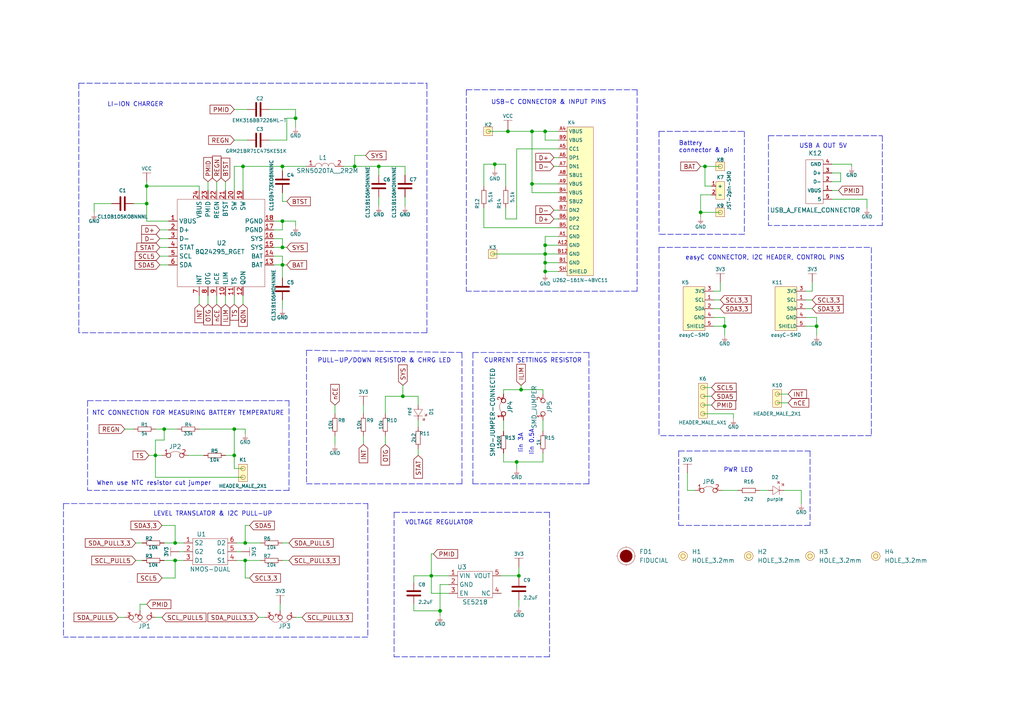
<source format=kicad_sch>
(kicad_sch (version 20210621) (generator eeschema)

  (uuid 3890278f-97e8-41b2-9fdd-bffea9b86836)

  (paper "A4")

  (lib_symbols
    (symbol "e-radionica.com schematics:0402LED" (pin_numbers hide) (pin_names (offset 0.254) hide) (in_bom yes) (on_board yes)
      (property "Reference" "D" (id 0) (at -0.635 2.54 0)
        (effects (font (size 1 1)))
      )
      (property "Value" "0402LED" (id 1) (at 0 -2.54 0)
        (effects (font (size 1 1)))
      )
      (property "Footprint" "e-radionica.com footprinti:0402LED" (id 2) (at 0 5.08 0)
        (effects (font (size 1 1)) hide)
      )
      (property "Datasheet" "" (id 3) (at 0 0 0)
        (effects (font (size 1 1)) hide)
      )
      (property "Package" "0402" (id 4) (at 0 0 0)
        (effects (font (size 1.27 1.27)) hide)
      )
      (symbol "0402LED_0_1"
        (polyline
          (pts
            (xy -0.635 1.27)
            (xy 1.27 0)
          )
          (stroke (width 0.0006)) (fill (type none))
        )
        (polyline
          (pts
            (xy 0.635 1.905)
            (xy 1.27 2.54)
          )
          (stroke (width 0.0006)) (fill (type none))
        )
        (polyline
          (pts
            (xy 1.27 1.27)
            (xy 1.27 -1.27)
          )
          (stroke (width 0.0006)) (fill (type none))
        )
        (polyline
          (pts
            (xy 1.905 1.27)
            (xy 2.54 1.905)
          )
          (stroke (width 0.0006)) (fill (type none))
        )
        (polyline
          (pts
            (xy -0.635 1.27)
            (xy -0.635 -1.27)
            (xy 1.27 0)
          )
          (stroke (width 0.0006)) (fill (type none))
        )
        (polyline
          (pts
            (xy 1.27 2.54)
            (xy 0.635 2.54)
            (xy 1.27 1.905)
            (xy 1.27 2.54)
          )
          (stroke (width 0.0006)) (fill (type none))
        )
        (polyline
          (pts
            (xy 2.54 1.905)
            (xy 1.905 1.905)
            (xy 2.54 1.27)
            (xy 2.54 1.905)
          )
          (stroke (width 0.0006)) (fill (type none))
        )
      )
      (symbol "0402LED_1_1"
        (pin passive line (at -1.905 0 0) (length 1.27)
          (name "A" (effects (font (size 1.27 1.27))))
          (number "1" (effects (font (size 1.27 1.27))))
        )
        (pin passive line (at 2.54 0 180) (length 1.27)
          (name "K" (effects (font (size 1.27 1.27))))
          (number "2" (effects (font (size 1.27 1.27))))
        )
      )
    )
    (symbol "e-radionica.com schematics:0402R" (pin_numbers hide) (pin_names (offset 0.254)) (in_bom yes) (on_board yes)
      (property "Reference" "R" (id 0) (at -1.905 1.27 0)
        (effects (font (size 1 1)))
      )
      (property "Value" "0402R" (id 1) (at 0 -1.27 0)
        (effects (font (size 1 1)))
      )
      (property "Footprint" "e-radionica.com footprinti:0402R" (id 2) (at -2.54 1.905 0)
        (effects (font (size 1 1)) hide)
      )
      (property "Datasheet" "" (id 3) (at -2.54 1.905 0)
        (effects (font (size 1 1)) hide)
      )
      (symbol "0402R_0_1"
        (rectangle (start -1.905 -0.635) (end 1.905 -0.6604)
          (stroke (width 0.1)) (fill (type none))
        )
        (rectangle (start -1.905 0.635) (end -1.8796 -0.635)
          (stroke (width 0.1)) (fill (type none))
        )
        (rectangle (start -1.905 0.635) (end 1.905 0.6096)
          (stroke (width 0.1)) (fill (type none))
        )
        (rectangle (start 1.905 0.635) (end 1.9304 -0.635)
          (stroke (width 0.1)) (fill (type none))
        )
      )
      (symbol "0402R_1_1"
        (pin passive line (at -3.175 0 0) (length 1.27)
          (name "~" (effects (font (size 1.27 1.27))))
          (number "1" (effects (font (size 1.27 1.27))))
        )
        (pin passive line (at 3.175 0 180) (length 1.27)
          (name "~" (effects (font (size 1.27 1.27))))
          (number "2" (effects (font (size 1.27 1.27))))
        )
      )
    )
    (symbol "e-radionica.com schematics:0603C" (pin_numbers hide) (pin_names (offset 0.002)) (in_bom yes) (on_board yes)
      (property "Reference" "C" (id 0) (at -0.635 3.175 0)
        (effects (font (size 1 1)))
      )
      (property "Value" "0603C" (id 1) (at 0 -3.175 0)
        (effects (font (size 1 1)))
      )
      (property "Footprint" "e-radionica.com footprinti:0603C" (id 2) (at 0 0 0)
        (effects (font (size 1 1)) hide)
      )
      (property "Datasheet" "" (id 3) (at 0 0 0)
        (effects (font (size 1 1)) hide)
      )
      (symbol "0603C_0_1"
        (polyline
          (pts
            (xy -0.635 1.905)
            (xy -0.635 -1.905)
          )
          (stroke (width 0.5)) (fill (type none))
        )
        (polyline
          (pts
            (xy 0.635 1.905)
            (xy 0.635 -1.905)
          )
          (stroke (width 0.5)) (fill (type none))
        )
      )
      (symbol "0603C_1_1"
        (pin passive line (at -3.175 0 0) (length 2.54)
          (name "~" (effects (font (size 1.27 1.27))))
          (number "1" (effects (font (size 1.27 1.27))))
        )
        (pin passive line (at 3.175 0 180) (length 2.54)
          (name "~" (effects (font (size 1.27 1.27))))
          (number "2" (effects (font (size 1.27 1.27))))
        )
      )
    )
    (symbol "e-radionica.com schematics:0603R" (pin_numbers hide) (pin_names (offset 0.254)) (in_bom yes) (on_board yes)
      (property "Reference" "R" (id 0) (at -1.905 1.905 0)
        (effects (font (size 1 1)))
      )
      (property "Value" "0603R" (id 1) (at 0 -1.905 0)
        (effects (font (size 1 1)))
      )
      (property "Footprint" "e-radionica.com footprinti:0603R" (id 2) (at -0.635 1.905 0)
        (effects (font (size 1 1)) hide)
      )
      (property "Datasheet" "" (id 3) (at -0.635 1.905 0)
        (effects (font (size 1 1)) hide)
      )
      (symbol "0603R_0_1"
        (rectangle (start -1.905 -0.635) (end 1.905 -0.6604)
          (stroke (width 0.1)) (fill (type none))
        )
        (rectangle (start -1.905 0.635) (end -1.8796 -0.635)
          (stroke (width 0.1)) (fill (type none))
        )
        (rectangle (start -1.905 0.635) (end 1.905 0.6096)
          (stroke (width 0.1)) (fill (type none))
        )
        (rectangle (start 1.905 0.635) (end 1.9304 -0.635)
          (stroke (width 0.1)) (fill (type none))
        )
      )
      (symbol "0603R_1_1"
        (pin passive line (at -3.175 0 0) (length 1.27)
          (name "~" (effects (font (size 1.27 1.27))))
          (number "1" (effects (font (size 1.27 1.27))))
        )
        (pin passive line (at 3.175 0 180) (length 1.27)
          (name "~" (effects (font (size 1.27 1.27))))
          (number "2" (effects (font (size 1.27 1.27))))
        )
      )
    )
    (symbol "e-radionica.com schematics:0603R_1" (pin_numbers hide) (pin_names (offset 0.254)) (in_bom yes) (on_board yes)
      (property "Reference" "R" (id 0) (at -1.905 1.905 0)
        (effects (font (size 1 1)))
      )
      (property "Value" "0603R" (id 1) (at 0 -1.905 0)
        (effects (font (size 1 1)))
      )
      (property "Footprint" "e-radionica.com footprinti:0603R" (id 2) (at -0.635 1.905 0)
        (effects (font (size 1 1)) hide)
      )
      (property "Datasheet" "" (id 3) (at -0.635 1.905 0)
        (effects (font (size 1 1)) hide)
      )
      (symbol "0603R_1_0_1"
        (rectangle (start -1.905 -0.635) (end 1.905 -0.6604)
          (stroke (width 0.1)) (fill (type none))
        )
        (rectangle (start -1.905 0.635) (end -1.8796 -0.635)
          (stroke (width 0.1)) (fill (type none))
        )
        (rectangle (start -1.905 0.635) (end 1.905 0.6096)
          (stroke (width 0.1)) (fill (type none))
        )
        (rectangle (start 1.905 0.635) (end 1.9304 -0.635)
          (stroke (width 0.1)) (fill (type none))
        )
      )
      (symbol "0603R_1_1_1"
        (pin passive line (at -3.175 0 0) (length 1.27)
          (name "~" (effects (font (size 1.27 1.27))))
          (number "1" (effects (font (size 1.27 1.27))))
        )
        (pin passive line (at 3.175 0 180) (length 1.27)
          (name "~" (effects (font (size 1.27 1.27))))
          (number "2" (effects (font (size 1.27 1.27))))
        )
      )
    )
    (symbol "e-radionica.com schematics:0603R_2" (pin_numbers hide) (pin_names (offset 0.254)) (in_bom yes) (on_board yes)
      (property "Reference" "R" (id 0) (at -1.905 1.905 0)
        (effects (font (size 1 1)))
      )
      (property "Value" "0603R" (id 1) (at 0 -1.905 0)
        (effects (font (size 1 1)))
      )
      (property "Footprint" "e-radionica.com footprinti:0603R" (id 2) (at -0.635 1.905 0)
        (effects (font (size 1 1)) hide)
      )
      (property "Datasheet" "" (id 3) (at -0.635 1.905 0)
        (effects (font (size 1 1)) hide)
      )
      (symbol "0603R_2_0_1"
        (rectangle (start -1.905 -0.635) (end 1.905 -0.6604)
          (stroke (width 0.1)) (fill (type none))
        )
        (rectangle (start -1.905 0.635) (end -1.8796 -0.635)
          (stroke (width 0.1)) (fill (type none))
        )
        (rectangle (start -1.905 0.635) (end 1.905 0.6096)
          (stroke (width 0.1)) (fill (type none))
        )
        (rectangle (start 1.905 0.635) (end 1.9304 -0.635)
          (stroke (width 0.1)) (fill (type none))
        )
      )
      (symbol "0603R_2_1_1"
        (pin passive line (at -3.175 0 0) (length 1.27)
          (name "~" (effects (font (size 1.27 1.27))))
          (number "1" (effects (font (size 1.27 1.27))))
        )
        (pin passive line (at 3.175 0 180) (length 1.27)
          (name "~" (effects (font (size 1.27 1.27))))
          (number "2" (effects (font (size 1.27 1.27))))
        )
      )
    )
    (symbol "e-radionica.com schematics:0805C" (pin_numbers hide) (in_bom yes) (on_board yes)
      (property "Reference" "C" (id 0) (at -0.635 3.175 0)
        (effects (font (size 1 1)))
      )
      (property "Value" "0805C" (id 1) (at 0 -3.175 0)
        (effects (font (size 1 1)))
      )
      (property "Footprint" "e-radionica.com footprinti:0805C" (id 2) (at 0 0 0)
        (effects (font (size 1 1)) hide)
      )
      (property "Datasheet" "" (id 3) (at 0 0 0)
        (effects (font (size 1 1)) hide)
      )
      (symbol "0805C_0_1"
        (polyline
          (pts
            (xy -0.635 1.905)
            (xy -0.635 -1.905)
          )
          (stroke (width 0.5)) (fill (type none))
        )
        (polyline
          (pts
            (xy 0.635 1.905)
            (xy 0.635 -1.905)
          )
          (stroke (width 0.5)) (fill (type none))
        )
      )
      (symbol "0805C_1_1"
        (pin passive line (at -3.175 0 0) (length 2.54)
          (name "~" (effects (font (size 1.27 1.27))))
          (number "1" (effects (font (size 1.27 1.27))))
        )
        (pin passive line (at 3.175 0 180) (length 2.54)
          (name "~" (effects (font (size 1.27 1.27))))
          (number "2" (effects (font (size 1.27 1.27))))
        )
      )
    )
    (symbol "e-radionica.com schematics:1206C" (pin_numbers hide) (in_bom yes) (on_board yes)
      (property "Reference" "C" (id 0) (at -0.635 3.175 0)
        (effects (font (size 1 1)))
      )
      (property "Value" "1206C" (id 1) (at 0 -3.175 0)
        (effects (font (size 1 1)))
      )
      (property "Footprint" "e-radionica.com footprinti:1206C" (id 2) (at 0 0 0)
        (effects (font (size 1 1)) hide)
      )
      (property "Datasheet" "" (id 3) (at 0 0 0)
        (effects (font (size 1 1)) hide)
      )
      (symbol "1206C_0_1"
        (polyline
          (pts
            (xy -0.635 1.905)
            (xy -0.635 -1.905)
          )
          (stroke (width 0.5)) (fill (type none))
        )
        (polyline
          (pts
            (xy 0.635 1.905)
            (xy 0.635 -1.905)
          )
          (stroke (width 0.5)) (fill (type none))
        )
      )
      (symbol "1206C_1_1"
        (pin passive line (at -3.175 0 0) (length 2.54)
          (name "~" (effects (font (size 1.27 1.27))))
          (number "1" (effects (font (size 1.27 1.27))))
        )
        (pin passive line (at 3.175 0 180) (length 2.54)
          (name "~" (effects (font (size 1.27 1.27))))
          (number "2" (effects (font (size 1.27 1.27))))
        )
      )
    )
    (symbol "e-radionica.com schematics:3V3" (power) (pin_names (offset 0)) (in_bom yes) (on_board yes)
      (property "Reference" "#PWR" (id 0) (at 4.445 0 0)
        (effects (font (size 1 1)) hide)
      )
      (property "Value" "3V3" (id 1) (at 0 3.556 0)
        (effects (font (size 1 1)))
      )
      (property "Footprint" "" (id 2) (at 4.445 3.81 0)
        (effects (font (size 1 1)) hide)
      )
      (property "Datasheet" "" (id 3) (at 4.445 3.81 0)
        (effects (font (size 1 1)) hide)
      )
      (property "ki_keywords" "power-flag" (id 4) (at 0 0 0)
        (effects (font (size 1.27 1.27)) hide)
      )
      (property "ki_description" "Power symbol creates a global label with name \"+3V3\"" (id 5) (at 0 0 0)
        (effects (font (size 1.27 1.27)) hide)
      )
      (symbol "3V3_0_1"
        (polyline
          (pts
            (xy -1.27 2.54)
            (xy 1.27 2.54)
          )
          (stroke (width 0.0006)) (fill (type none))
        )
        (polyline
          (pts
            (xy 0 0)
            (xy 0 2.54)
          )
          (stroke (width 0)) (fill (type none))
        )
      )
      (symbol "3V3_1_1"
        (pin power_in line (at 0 0 90) (length 0) hide
          (name "3V3" (effects (font (size 1.27 1.27))))
          (number "1" (effects (font (size 1.27 1.27))))
        )
      )
    )
    (symbol "e-radionica.com schematics:BQ24295_RGET" (in_bom yes) (on_board yes)
      (property "Reference" "U" (id 0) (at 10.16 13.97 0)
        (effects (font (size 1.27 1.27)))
      )
      (property "Value" "BQ24295_RGET" (id 1) (at -15.24 -15.24 0)
        (effects (font (size 1.27 1.27)))
      )
      (property "Footprint" "e-radionica.com footprinti:BQ24295RGET" (id 2) (at 0 0 0)
        (effects (font (size 1.27 1.27)) hide)
      )
      (property "Datasheet" "" (id 3) (at 0 0 0)
        (effects (font (size 1.27 1.27)) hide)
      )
      (symbol "BQ24295_RGET_0_1"
        (rectangle (start -12.7 12.7) (end 12.7 -12.7)
          (stroke (width 0.0006)) (fill (type none))
        )
      )
      (symbol "BQ24295_RGET_1_1"
        (pin input line (at -15.24 6.35 0) (length 2.54)
          (name "VBUS" (effects (font (size 1.27 1.27))))
          (number "1" (effects (font (size 1.27 1.27))))
        )
        (pin input line (at 1.27 -15.24 90) (length 2.54)
          (name "ILIM" (effects (font (size 1.27 1.27))))
          (number "10" (effects (font (size 1.27 1.27))))
        )
        (pin input line (at 3.81 -15.24 90) (length 2.54)
          (name "TS" (effects (font (size 1.27 1.27))))
          (number "11" (effects (font (size 1.27 1.27))))
        )
        (pin input line (at 6.35 -15.24 90) (length 2.54)
          (name "QON" (effects (font (size 1.27 1.27))))
          (number "12" (effects (font (size 1.27 1.27))))
        )
        (pin input line (at 15.24 -6.35 180) (length 2.54)
          (name "BAT" (effects (font (size 1.27 1.27))))
          (number "13" (effects (font (size 1.27 1.27))))
        )
        (pin input line (at 15.24 -3.81 180) (length 2.54)
          (name "BAT" (effects (font (size 1.27 1.27))))
          (number "14" (effects (font (size 1.27 1.27))))
        )
        (pin input line (at 15.24 -1.27 180) (length 2.54)
          (name "SYS" (effects (font (size 1.27 1.27))))
          (number "15" (effects (font (size 1.27 1.27))))
        )
        (pin input line (at 15.24 1.27 180) (length 2.54)
          (name "SYS" (effects (font (size 1.27 1.27))))
          (number "16" (effects (font (size 1.27 1.27))))
        )
        (pin input line (at 15.24 3.81 180) (length 2.54)
          (name "PGND" (effects (font (size 1.27 1.27))))
          (number "17" (effects (font (size 1.27 1.27))))
        )
        (pin input line (at 15.24 6.35 180) (length 2.54)
          (name "PGND" (effects (font (size 1.27 1.27))))
          (number "18" (effects (font (size 1.27 1.27))))
        )
        (pin input line (at 6.35 15.24 270) (length 2.54)
          (name "SW" (effects (font (size 1.27 1.27))))
          (number "19" (effects (font (size 1.27 1.27))))
        )
        (pin input line (at -15.24 3.81 0) (length 2.54)
          (name "D+" (effects (font (size 1.27 1.27))))
          (number "2" (effects (font (size 1.27 1.27))))
        )
        (pin input line (at 3.81 15.24 270) (length 2.54)
          (name "SW" (effects (font (size 1.27 1.27))))
          (number "20" (effects (font (size 1.27 1.27))))
        )
        (pin input line (at 1.27 15.24 270) (length 2.54)
          (name "BTST" (effects (font (size 1.27 1.27))))
          (number "21" (effects (font (size 1.27 1.27))))
        )
        (pin input line (at -1.27 15.24 270) (length 2.54)
          (name "REGN" (effects (font (size 1.27 1.27))))
          (number "22" (effects (font (size 1.27 1.27))))
        )
        (pin input line (at -3.81 15.24 270) (length 2.54)
          (name "PMID" (effects (font (size 1.27 1.27))))
          (number "23" (effects (font (size 1.27 1.27))))
        )
        (pin input line (at -6.35 15.24 270) (length 2.54)
          (name "VBUS" (effects (font (size 1.27 1.27))))
          (number "24" (effects (font (size 1.27 1.27))))
        )
        (pin input line (at -15.24 1.27 0) (length 2.54)
          (name "D-" (effects (font (size 1.27 1.27))))
          (number "3" (effects (font (size 1.27 1.27))))
        )
        (pin input line (at -15.24 -1.27 0) (length 2.54)
          (name "STAT" (effects (font (size 1.27 1.27))))
          (number "4" (effects (font (size 1.27 1.27))))
        )
        (pin input line (at -15.24 -3.81 0) (length 2.54)
          (name "SCL" (effects (font (size 1.27 1.27))))
          (number "5" (effects (font (size 1.27 1.27))))
        )
        (pin input line (at -15.24 -6.35 0) (length 2.54)
          (name "SDA" (effects (font (size 1.27 1.27))))
          (number "6" (effects (font (size 1.27 1.27))))
        )
        (pin input line (at -6.35 -15.24 90) (length 2.54)
          (name "INT" (effects (font (size 1.27 1.27))))
          (number "7" (effects (font (size 1.27 1.27))))
        )
        (pin input line (at -3.81 -15.24 90) (length 2.54)
          (name "OTG" (effects (font (size 1.27 1.27))))
          (number "8" (effects (font (size 1.27 1.27))))
        )
        (pin input line (at -1.27 -15.24 90) (length 2.54)
          (name "nCE" (effects (font (size 1.27 1.27))))
          (number "9" (effects (font (size 1.27 1.27))))
        )
      )
    )
    (symbol "e-radionica.com schematics:FIDUCIAL" (in_bom no) (on_board yes)
      (property "Reference" "FD" (id 0) (at 0 3.81 0)
        (effects (font (size 1.27 1.27)))
      )
      (property "Value" "FIDUCIAL" (id 1) (at 0 -3.81 0)
        (effects (font (size 1.27 1.27)))
      )
      (property "Footprint" "e-radionica.com footprinti:FIDUCIAL_23" (id 2) (at 0.254 -5.334 0)
        (effects (font (size 1.27 1.27)) hide)
      )
      (property "Datasheet" "" (id 3) (at 0 0 0)
        (effects (font (size 1.27 1.27)) hide)
      )
      (symbol "FIDUCIAL_0_1"
        (circle (center 0 0) (radius 2.54) (stroke (width 0.0006)) (fill (type none)))
        (circle (center 0 0) (radius 1.7961) (stroke (width 0.001)) (fill (type outline)))
        (polyline
          (pts
            (xy -2.54 0)
            (xy -2.794 0)
          )
          (stroke (width 0.0006)) (fill (type none))
        )
        (polyline
          (pts
            (xy 0 -2.54)
            (xy 0 -2.794)
          )
          (stroke (width 0.0006)) (fill (type none))
        )
        (polyline
          (pts
            (xy 0 2.54)
            (xy 0 2.794)
          )
          (stroke (width 0.0006)) (fill (type none))
        )
        (polyline
          (pts
            (xy 2.54 0)
            (xy 2.794 0)
          )
          (stroke (width 0.0006)) (fill (type none))
        )
      )
    )
    (symbol "e-radionica.com schematics:GND" (power) (pin_names (offset 0)) (in_bom yes) (on_board yes)
      (property "Reference" "#PWR" (id 0) (at 4.445 0 0)
        (effects (font (size 1 1)) hide)
      )
      (property "Value" "GND" (id 1) (at 0 -2.921 0)
        (effects (font (size 1 1)))
      )
      (property "Footprint" "" (id 2) (at 4.445 3.81 0)
        (effects (font (size 1 1)) hide)
      )
      (property "Datasheet" "" (id 3) (at 4.445 3.81 0)
        (effects (font (size 1 1)) hide)
      )
      (property "ki_keywords" "power-flag" (id 4) (at 0 0 0)
        (effects (font (size 1.27 1.27)) hide)
      )
      (property "ki_description" "Power symbol creates a global label with name \"+3V3\"" (id 5) (at 0 0 0)
        (effects (font (size 1.27 1.27)) hide)
      )
      (symbol "GND_0_1"
        (polyline
          (pts
            (xy -0.762 -1.27)
            (xy 0.762 -1.27)
          )
          (stroke (width 0.0006)) (fill (type none))
        )
        (polyline
          (pts
            (xy -0.635 -1.524)
            (xy 0.635 -1.524)
          )
          (stroke (width 0.0006)) (fill (type none))
        )
        (polyline
          (pts
            (xy -0.381 -1.778)
            (xy 0.381 -1.778)
          )
          (stroke (width 0.0006)) (fill (type none))
        )
        (polyline
          (pts
            (xy -0.127 -2.032)
            (xy 0.127 -2.032)
          )
          (stroke (width 0.0006)) (fill (type none))
        )
        (polyline
          (pts
            (xy 0 0)
            (xy 0 -1.27)
          )
          (stroke (width 0.0006)) (fill (type none))
        )
      )
      (symbol "GND_1_1"
        (pin power_in line (at 0 0 270) (length 0) hide
          (name "GND" (effects (font (size 1.27 1.27))))
          (number "1" (effects (font (size 1.27 1.27))))
        )
      )
    )
    (symbol "e-radionica.com schematics:GND_1" (power) (pin_names (offset 0)) (in_bom yes) (on_board yes)
      (property "Reference" "#PWR" (id 0) (at 4.445 0 0)
        (effects (font (size 1 1)) hide)
      )
      (property "Value" "GND" (id 1) (at 0 -2.921 0)
        (effects (font (size 1 1)))
      )
      (property "Footprint" "" (id 2) (at 4.445 3.81 0)
        (effects (font (size 1 1)) hide)
      )
      (property "Datasheet" "" (id 3) (at 4.445 3.81 0)
        (effects (font (size 1 1)) hide)
      )
      (property "ki_keywords" "power-flag" (id 4) (at 0 0 0)
        (effects (font (size 1.27 1.27)) hide)
      )
      (property "ki_description" "Power symbol creates a global label with name \"+3V3\"" (id 5) (at 0 0 0)
        (effects (font (size 1.27 1.27)) hide)
      )
      (symbol "GND_1_0_1"
        (polyline
          (pts
            (xy -0.762 -1.27)
            (xy 0.762 -1.27)
          )
          (stroke (width 0.0006)) (fill (type none))
        )
        (polyline
          (pts
            (xy -0.635 -1.524)
            (xy 0.635 -1.524)
          )
          (stroke (width 0.0006)) (fill (type none))
        )
        (polyline
          (pts
            (xy -0.381 -1.778)
            (xy 0.381 -1.778)
          )
          (stroke (width 0.0006)) (fill (type none))
        )
        (polyline
          (pts
            (xy -0.127 -2.032)
            (xy 0.127 -2.032)
          )
          (stroke (width 0.0006)) (fill (type none))
        )
        (polyline
          (pts
            (xy 0 0)
            (xy 0 -1.27)
          )
          (stroke (width 0.0006)) (fill (type none))
        )
      )
      (symbol "GND_1_1_1"
        (pin power_in line (at 0 0 270) (length 0) hide
          (name "GND" (effects (font (size 1.27 1.27))))
          (number "1" (effects (font (size 1.27 1.27))))
        )
      )
    )
    (symbol "e-radionica.com schematics:GND_5" (power) (pin_names (offset 0)) (in_bom yes) (on_board yes)
      (property "Reference" "#PWR" (id 0) (at 4.445 0 0)
        (effects (font (size 1 1)) hide)
      )
      (property "Value" "GND" (id 1) (at 0 -2.921 0)
        (effects (font (size 1 1)))
      )
      (property "Footprint" "" (id 2) (at 4.445 3.81 0)
        (effects (font (size 1 1)) hide)
      )
      (property "Datasheet" "" (id 3) (at 4.445 3.81 0)
        (effects (font (size 1 1)) hide)
      )
      (property "ki_keywords" "power-flag" (id 4) (at 0 0 0)
        (effects (font (size 1.27 1.27)) hide)
      )
      (property "ki_description" "Power symbol creates a global label with name \"+3V3\"" (id 5) (at 0 0 0)
        (effects (font (size 1.27 1.27)) hide)
      )
      (symbol "GND_5_0_1"
        (polyline
          (pts
            (xy -0.762 -1.27)
            (xy 0.762 -1.27)
          )
          (stroke (width 0.0006)) (fill (type none))
        )
        (polyline
          (pts
            (xy -0.635 -1.524)
            (xy 0.635 -1.524)
          )
          (stroke (width 0.0006)) (fill (type none))
        )
        (polyline
          (pts
            (xy -0.381 -1.778)
            (xy 0.381 -1.778)
          )
          (stroke (width 0.0006)) (fill (type none))
        )
        (polyline
          (pts
            (xy -0.127 -2.032)
            (xy 0.127 -2.032)
          )
          (stroke (width 0.0006)) (fill (type none))
        )
        (polyline
          (pts
            (xy 0 0)
            (xy 0 -1.27)
          )
          (stroke (width 0.0006)) (fill (type none))
        )
      )
      (symbol "GND_5_1_1"
        (pin power_in line (at 0 0 270) (length 0) hide
          (name "GND" (effects (font (size 1.27 1.27))))
          (number "1" (effects (font (size 1.27 1.27))))
        )
      )
    )
    (symbol "e-radionica.com schematics:HEADER_MALE_1X1" (pin_numbers hide) (pin_names hide) (in_bom yes) (on_board yes)
      (property "Reference" "K" (id 0) (at -0.635 2.54 0)
        (effects (font (size 1 1)))
      )
      (property "Value" "HEADER_MALE_1X1" (id 1) (at 0 -2.54 0)
        (effects (font (size 1 1)))
      )
      (property "Footprint" "e-radionica.com footprinti:HEADER_MALE_1X1" (id 2) (at 0 0 0)
        (effects (font (size 1 1)) hide)
      )
      (property "Datasheet" "" (id 3) (at 0 0 0)
        (effects (font (size 1 1)) hide)
      )
      (symbol "HEADER_MALE_1X1_0_1"
        (circle (center 0 0) (radius 0.635) (stroke (width 0.0006)) (fill (type none)))
        (rectangle (start -1.27 1.27) (end 1.27 -1.27)
          (stroke (width 0.001)) (fill (type background))
        )
      )
      (symbol "HEADER_MALE_1X1_1_1"
        (pin passive line (at 0 0 180) (length 0)
          (name "~" (effects (font (size 1 1))))
          (number "1" (effects (font (size 1 1))))
        )
      )
    )
    (symbol "e-radionica.com schematics:HEADER_MALE_2X1" (pin_numbers hide) (pin_names hide) (in_bom yes) (on_board yes)
      (property "Reference" "K" (id 0) (at -1.27 5.08 0)
        (effects (font (size 1 1)))
      )
      (property "Value" "HEADER_MALE_2X1" (id 1) (at 0 -2.54 0)
        (effects (font (size 1 1)))
      )
      (property "Footprint" "e-radionica.com footprinti:HEADER_MALE_2X1" (id 2) (at 0 0 0)
        (effects (font (size 1 1)) hide)
      )
      (property "Datasheet" "" (id 3) (at 0 0 0)
        (effects (font (size 1 1)) hide)
      )
      (symbol "HEADER_MALE_2X1_0_1"
        (circle (center 0 0) (radius 0.635) (stroke (width 0.0006)) (fill (type none)))
        (circle (center 0 2.54) (radius 0.635) (stroke (width 0.0006)) (fill (type none)))
        (rectangle (start 1.27 -1.27) (end -1.27 3.81)
          (stroke (width 0.001)) (fill (type background))
        )
      )
      (symbol "HEADER_MALE_2X1_1_1"
        (pin passive line (at 0 0 180) (length 0)
          (name "~" (effects (font (size 1 1))))
          (number "1" (effects (font (size 1 1))))
        )
        (pin passive line (at 0 2.54 180) (length 0)
          (name "~" (effects (font (size 1 1))))
          (number "2" (effects (font (size 1 1))))
        )
      )
    )
    (symbol "e-radionica.com schematics:HEADER_MALE_4X1" (pin_numbers hide) (pin_names hide) (in_bom yes) (on_board yes)
      (property "Reference" "K" (id 0) (at -0.635 7.62 0)
        (effects (font (size 1 1)))
      )
      (property "Value" "HEADER_MALE_4X1" (id 1) (at 0 -5.08 0)
        (effects (font (size 1 1)))
      )
      (property "Footprint" "e-radionica.com footprinti:HEADER_MALE_4X1" (id 2) (at 0 -2.54 0)
        (effects (font (size 1 1)) hide)
      )
      (property "Datasheet" "" (id 3) (at 0 -2.54 0)
        (effects (font (size 1 1)) hide)
      )
      (symbol "HEADER_MALE_4X1_0_1"
        (circle (center 0 -2.54) (radius 0.635) (stroke (width 0.0006)) (fill (type none)))
        (circle (center 0 0) (radius 0.635) (stroke (width 0.0006)) (fill (type none)))
        (circle (center 0 2.54) (radius 0.635) (stroke (width 0.0006)) (fill (type none)))
        (circle (center 0 5.08) (radius 0.635) (stroke (width 0.0006)) (fill (type none)))
        (rectangle (start 1.27 -3.81) (end -1.27 6.35)
          (stroke (width 0.001)) (fill (type background))
        )
      )
      (symbol "HEADER_MALE_4X1_1_1"
        (pin passive line (at 0 -2.54 180) (length 0)
          (name "~" (effects (font (size 1 1))))
          (number "1" (effects (font (size 1 1))))
        )
        (pin passive line (at 0 0 180) (length 0)
          (name "~" (effects (font (size 1 1))))
          (number "2" (effects (font (size 1 1))))
        )
        (pin passive line (at 0 2.54 180) (length 0)
          (name "~" (effects (font (size 1 1))))
          (number "3" (effects (font (size 1 1))))
        )
        (pin passive line (at 0 5.08 180) (length 0)
          (name "~" (effects (font (size 1 1))))
          (number "4" (effects (font (size 1 1))))
        )
      )
    )
    (symbol "e-radionica.com schematics:HOLE_3.2mm" (pin_numbers hide) (pin_names hide) (in_bom yes) (on_board yes)
      (property "Reference" "H" (id 0) (at 0 2.54 0)
        (effects (font (size 1.27 1.27)))
      )
      (property "Value" "HOLE_3.2mm" (id 1) (at 0 -2.54 0)
        (effects (font (size 1.27 1.27)))
      )
      (property "Footprint" "e-radionica.com footprinti:HOLE_3.2mm" (id 2) (at 0 0 0)
        (effects (font (size 1.27 1.27)) hide)
      )
      (property "Datasheet" "" (id 3) (at 0 0 0)
        (effects (font (size 1.27 1.27)) hide)
      )
      (symbol "HOLE_3.2mm_0_1"
        (circle (center 0 0) (radius 0.635) (stroke (width 0.0006)) (fill (type none)))
        (circle (center 0 0) (radius 1.27) (stroke (width 0.001)) (fill (type background)))
      )
    )
    (symbol "e-radionica.com schematics:JST-2pin-SMD" (in_bom yes) (on_board yes)
      (property "Reference" "K" (id 0) (at -1.27 5.08 0)
        (effects (font (size 1 1)))
      )
      (property "Value" "JST-2pin-SMD" (id 1) (at 0 -2.54 0)
        (effects (font (size 1 1)))
      )
      (property "Footprint" "e-radionica.com footprinti:JST-2pin-SMD" (id 2) (at 0 0 0)
        (effects (font (size 1 1)) hide)
      )
      (property "Datasheet" "" (id 3) (at 0 0 0)
        (effects (font (size 1 1)) hide)
      )
      (symbol "JST-2pin-SMD_0_1"
        (rectangle (start -2.54 3.81) (end 0 -1.27)
          (stroke (width 0.001)) (fill (type background))
        )
      )
      (symbol "JST-2pin-SMD_1_1"
        (pin passive line (at 1.27 0 180) (length 1.27)
          (name "+" (effects (font (size 1 1))))
          (number "1" (effects (font (size 1 1))))
        )
        (pin passive line (at 1.27 2.54 180) (length 1.27)
          (name "-" (effects (font (size 1 1))))
          (number "2" (effects (font (size 1 1))))
        )
      )
    )
    (symbol "e-radionica.com schematics:NMOS-DUAL" (in_bom yes) (on_board yes)
      (property "Reference" "U" (id 0) (at -3.81 5.08 0)
        (effects (font (size 1.27 1.27)))
      )
      (property "Value" "NMOS-DUAL" (id 1) (at 0 -5.08 0)
        (effects (font (size 1.27 1.27)))
      )
      (property "Footprint" "e-radionica.com footprinti:SOT-363" (id 2) (at 0 -7.62 0)
        (effects (font (size 1.27 1.27)) hide)
      )
      (property "Datasheet" "" (id 3) (at 0 -2.54 0)
        (effects (font (size 1.27 1.27)) hide)
      )
      (symbol "NMOS-DUAL_0_1"
        (rectangle (start -5.08 3.81) (end 5.08 -3.81)
          (stroke (width 0.0006)) (fill (type none))
        )
      )
      (symbol "NMOS-DUAL_1_1"
        (pin input line (at -7.62 2.54 0) (length 2.54)
          (name "S2" (effects (font (size 1.27 1.27))))
          (number "1" (effects (font (size 1.27 1.27))))
        )
        (pin input line (at -7.62 0 0) (length 2.54)
          (name "G2" (effects (font (size 1.27 1.27))))
          (number "2" (effects (font (size 1.27 1.27))))
        )
        (pin input line (at -7.62 -2.54 0) (length 2.54)
          (name "D1" (effects (font (size 1.27 1.27))))
          (number "3" (effects (font (size 1.27 1.27))))
        )
        (pin input line (at 7.62 -2.54 180) (length 2.54)
          (name "S1" (effects (font (size 1.27 1.27))))
          (number "4" (effects (font (size 1.27 1.27))))
        )
        (pin input line (at 7.62 0 180) (length 2.54)
          (name "G1" (effects (font (size 1.27 1.27))))
          (number "5" (effects (font (size 1.27 1.27))))
        )
        (pin input line (at 7.62 2.54 180) (length 2.54)
          (name "D2" (effects (font (size 1.27 1.27))))
          (number "6" (effects (font (size 1.27 1.27))))
        )
      )
    )
    (symbol "e-radionica.com schematics:SE5218" (in_bom yes) (on_board yes)
      (property "Reference" "U" (id 0) (at -3.81 5.08 0)
        (effects (font (size 1.27 1.27)))
      )
      (property "Value" "SE5218" (id 1) (at 0 -5.08 0)
        (effects (font (size 1.27 1.27)))
      )
      (property "Footprint" "e-radionica.com footprinti:SOT-23-5" (id 2) (at 0 0 0)
        (effects (font (size 1.27 1.27)) hide)
      )
      (property "Datasheet" "" (id 3) (at 0 0 0)
        (effects (font (size 1.27 1.27)) hide)
      )
      (symbol "SE5218_0_1"
        (rectangle (start -5.08 3.81) (end 5.08 -3.81)
          (stroke (width 0.0006)) (fill (type none))
        )
      )
      (symbol "SE5218_1_1"
        (pin power_in line (at -7.62 2.54 0) (length 2.54)
          (name "VIN" (effects (font (size 1.27 1.27))))
          (number "1" (effects (font (size 1.27 1.27))))
        )
        (pin power_in line (at -7.62 0 0) (length 2.54)
          (name "GND" (effects (font (size 1.27 1.27))))
          (number "2" (effects (font (size 1.27 1.27))))
        )
        (pin input line (at -7.62 -2.54 0) (length 2.54)
          (name "EN" (effects (font (size 1.27 1.27))))
          (number "3" (effects (font (size 1.27 1.27))))
        )
        (pin passive line (at 7.62 -2.54 180) (length 2.54)
          (name "NC" (effects (font (size 1.27 1.27))))
          (number "4" (effects (font (size 1.27 1.27))))
        )
        (pin power_out line (at 7.62 2.54 180) (length 2.54)
          (name "VOUT" (effects (font (size 1.27 1.27))))
          (number "5" (effects (font (size 1.27 1.27))))
        )
      )
    )
    (symbol "e-radionica.com schematics:SMD-JUMPER-CONNECTED" (in_bom yes) (on_board yes)
      (property "Reference" "JP" (id 0) (at 0 3.556 0)
        (effects (font (size 1.27 1.27)))
      )
      (property "Value" "SMD-JUMPER-CONNECTED" (id 1) (at 0 -2.54 0)
        (effects (font (size 1.27 1.27)))
      )
      (property "Footprint" "e-radionica.com footprinti:SMD_JUMPER_CONNECTED" (id 2) (at 0 0 0)
        (effects (font (size 1.27 1.27)) hide)
      )
      (property "Datasheet" "" (id 3) (at 0 0 0)
        (effects (font (size 1.27 1.27)) hide)
      )
      (symbol "SMD-JUMPER-CONNECTED_0_1"
        (arc (start -1.8034 0.5588) (end 1.397 0.5842) (radius (at -0.1875 -1.4124) (length 2.5489) (angles 129.3 51.6))
          (stroke (width 0.0006)) (fill (type none))
        )
      )
      (symbol "SMD-JUMPER-CONNECTED_1_1"
        (pin passive inverted (at -4.064 0 0) (length 2.54)
          (name "" (effects (font (size 1.27 1.27))))
          (number "1" (effects (font (size 1.27 1.27))))
        )
        (pin passive inverted (at 3.556 0 180) (length 2.54)
          (name "" (effects (font (size 1.27 1.27))))
          (number "2" (effects (font (size 1.27 1.27))))
        )
      )
    )
    (symbol "e-radionica.com schematics:SMD-JUMPER-CONNECTED_TRACE_SLODERMASK" (in_bom yes) (on_board yes)
      (property "Reference" "JP" (id 0) (at 0 3.556 0)
        (effects (font (size 1.27 1.27)))
      )
      (property "Value" "SMD-JUMPER-CONNECTED_TRACE_SLODERMASK" (id 1) (at 0 -2.54 0)
        (effects (font (size 1.27 1.27)))
      )
      (property "Footprint" "e-radionica.com footprinti:SMD-JUMPER-CONNECTED_TRACE_SLODERMASK" (id 2) (at 0 -5.715 0)
        (effects (font (size 1.27 1.27)) hide)
      )
      (property "Datasheet" "" (id 3) (at 0 0 0)
        (effects (font (size 1.27 1.27)) hide)
      )
      (symbol "SMD-JUMPER-CONNECTED_TRACE_SLODERMASK_0_1"
        (arc (start -1.8034 0.5588) (end 1.397 0.5842) (radius (at -0.1875 -1.4124) (length 2.5489) (angles 129.3 51.6))
          (stroke (width 0.0006)) (fill (type none))
        )
      )
      (symbol "SMD-JUMPER-CONNECTED_TRACE_SLODERMASK_1_1"
        (pin passive inverted (at -4.064 0 0) (length 2.54)
          (name "" (effects (font (size 1.27 1.27))))
          (number "1" (effects (font (size 1.27 1.27))))
        )
        (pin passive inverted (at 3.556 0 180) (length 2.54)
          (name "" (effects (font (size 1.27 1.27))))
          (number "2" (effects (font (size 1.27 1.27))))
        )
      )
    )
    (symbol "e-radionica.com schematics:SMD_JUMPER" (in_bom yes) (on_board yes)
      (property "Reference" "JP" (id 0) (at 0 1.397 0)
        (effects (font (size 1.27 1.27)))
      )
      (property "Value" "SMD_JUMPER" (id 1) (at 0.508 -3.048 0)
        (effects (font (size 1.27 1.27)))
      )
      (property "Footprint" "e-radionica.com footprinti:SMD_JUMPER" (id 2) (at 0 0 0)
        (effects (font (size 1.27 1.27)) hide)
      )
      (property "Datasheet" "" (id 3) (at 0 0 0)
        (effects (font (size 1.27 1.27)) hide)
      )
      (symbol "SMD_JUMPER_1_1"
        (pin passive inverted (at -3.81 0 0) (length 2.54)
          (name "" (effects (font (size 1.27 1.27))))
          (number "1" (effects (font (size 1.27 1.27))))
        )
        (pin passive inverted (at 3.81 0 180) (length 2.54)
          (name "" (effects (font (size 1.27 1.27))))
          (number "2" (effects (font (size 1.27 1.27))))
        )
      )
    )
    (symbol "e-radionica.com schematics:SMD_JUMPER_3_PAD_TRACE" (in_bom yes) (on_board yes)
      (property "Reference" "JP" (id 0) (at 0.0254 5.461 0)
        (effects (font (size 1.27 1.27)))
      )
      (property "Value" "SMD_JUMPER_3_PAD_TRACE" (id 1) (at 0.3048 -4.572 0)
        (effects (font (size 1.27 1.27)))
      )
      (property "Footprint" "e-radionica.com footprinti:SMD_JUMPER_3_PAD_TRACE" (id 2) (at 0 -1.27 0)
        (effects (font (size 1.27 1.27)) hide)
      )
      (property "Datasheet" "" (id 3) (at 0 0 0)
        (effects (font (size 1.27 1.27)) hide)
      )
      (symbol "SMD_JUMPER_3_PAD_TRACE_0_1"
        (arc (start -2.6162 0.6096) (end 0 0.5842) (radius (at -1.3133 0.057) (length 1.4152) (angles 157 21.9))
          (stroke (width 0.0006)) (fill (type none))
        )
        (arc (start 0 0.6096) (end 2.5908 0.6604) (radius (at 1.308 -0.0085) (length 1.4467) (angles 154.7 27.5))
          (stroke (width 0.0006)) (fill (type none))
        )
      )
      (symbol "SMD_JUMPER_3_PAD_TRACE_1_1"
        (pin passive inverted (at -4.5212 -0.0254 0) (length 2.54)
          (name "" (effects (font (size 1 1))))
          (number "1" (effects (font (size 1 1))))
        )
        (pin passive inverted (at 0.0254 -1.9304 90) (length 2.54)
          (name "" (effects (font (size 1 1))))
          (number "2" (effects (font (size 1 1))))
        )
        (pin passive inverted (at 4.4704 0 180) (length 2.54)
          (name "" (effects (font (size 1 1))))
          (number "3" (effects (font (size 1 1))))
        )
      )
    )
    (symbol "e-radionica.com schematics:SRN5020TA__2R2M" (in_bom yes) (on_board yes)
      (property "Reference" "L" (id 0) (at 0 2.54 0)
        (effects (font (size 1.27 1.27)))
      )
      (property "Value" "SRN5020TA__2R2M" (id 1) (at 0 -2.54 0)
        (effects (font (size 1.27 1.27)))
      )
      (property "Footprint" "e-radionica.com footprinti:SRN5020TA-2R2M" (id 2) (at 0 0 0)
        (effects (font (size 1.27 1.27)) hide)
      )
      (property "Datasheet" "" (id 3) (at 0 0 0)
        (effects (font (size 1.27 1.27)) hide)
      )
      (symbol "SRN5020TA__2R2M_0_1"
        (arc (start -2.54 0) (end -0.635 0) (radius (at -1.5875 -0.0138) (length 0.9526) (angles 179.2 0.8))
          (stroke (width 0.0006)) (fill (type none))
        )
        (arc (start -0.635 0) (end 1.27 0) (radius (at 0.3175 -0.0138) (length 0.9526) (angles 179.2 0.8))
          (stroke (width 0.0006)) (fill (type none))
        )
        (arc (start 1.27 0) (end 3.175 0) (radius (at 2.2225 -0.0138) (length 0.9526) (angles 179.2 0.8))
          (stroke (width 0.0006)) (fill (type none))
        )
      )
      (symbol "SRN5020TA__2R2M_1_1"
        (pin passive line (at -5.08 0 0) (length 2.54)
          (name "" (effects (font (size 1.27 1.27))))
          (number "1" (effects (font (size 1.27 1.27))))
        )
        (pin passive line (at 5.715 0 180) (length 2.54)
          (name "" (effects (font (size 1.27 1.27))))
          (number "2" (effects (font (size 1.27 1.27))))
        )
      )
    )
    (symbol "e-radionica.com schematics:U262-161N-4BVC11" (in_bom yes) (on_board yes)
      (property "Reference" "K" (id 0) (at 0 22.86 0)
        (effects (font (size 1 1)))
      )
      (property "Value" "U262-161N-4BVC11" (id 1) (at 2.54 -22.86 0)
        (effects (font (size 1 1)))
      )
      (property "Footprint" "e-radionica.com footprinti:U262-161N-4BVC11" (id 2) (at 1.27 -3.81 0)
        (effects (font (size 1 1)) hide)
      )
      (property "Datasheet" "" (id 3) (at 1.27 -3.81 0)
        (effects (font (size 1 1)) hide)
      )
      (property "ki_keywords" "USBC USB-C USB" (id 4) (at 0 0 0)
        (effects (font (size 1.27 1.27)) hide)
      )
      (symbol "U262-161N-4BVC11_0_1"
        (rectangle (start -1.27 21.59) (end 6.35 -21.59)
          (stroke (width 0.001)) (fill (type background))
        )
      )
      (symbol "U262-161N-4BVC11_1_1"
        (pin passive line (at -3.81 -10.16 0) (length 2.54)
          (name "GND" (effects (font (size 1 1))))
          (number "A1" (effects (font (size 1 1))))
        )
        (pin passive line (at -3.81 -12.7 0) (length 2.54)
          (name "GND" (effects (font (size 1 1))))
          (number "A12" (effects (font (size 1 1))))
        )
        (pin passive line (at -3.81 20.32 0) (length 2.54)
          (name "VBUS" (effects (font (size 1 1))))
          (number "A4" (effects (font (size 1 1))))
        )
        (pin passive line (at -3.81 15.24 0) (length 2.54)
          (name "CC1" (effects (font (size 1 1))))
          (number "A5" (effects (font (size 1 1))))
        )
        (pin passive line (at -3.81 12.7 0) (length 2.54)
          (name "DP1" (effects (font (size 1 1))))
          (number "A6" (effects (font (size 1 1))))
        )
        (pin passive line (at -3.81 10.16 0) (length 2.54)
          (name "DN1" (effects (font (size 1 1))))
          (number "A7" (effects (font (size 1 1))))
        )
        (pin passive line (at -3.81 7.62 0) (length 2.54)
          (name "SBU1" (effects (font (size 1 1))))
          (number "A8" (effects (font (size 1 1))))
        )
        (pin passive line (at -3.81 5.08 0) (length 2.54)
          (name "VBUS" (effects (font (size 1 1))))
          (number "A9" (effects (font (size 1 1))))
        )
        (pin passive line (at -3.81 -17.78 0) (length 2.54)
          (name "GND" (effects (font (size 1 1))))
          (number "B1" (effects (font (size 1 1))))
        )
        (pin passive line (at -3.81 -15.24 0) (length 2.54)
          (name "GND" (effects (font (size 1 1))))
          (number "B12" (effects (font (size 1 1))))
        )
        (pin passive line (at -3.81 2.54 0) (length 2.54)
          (name "VBUS" (effects (font (size 1 1))))
          (number "B4" (effects (font (size 1 1))))
        )
        (pin passive line (at -3.81 -7.62 0) (length 2.54)
          (name "CC2" (effects (font (size 1 1))))
          (number "B5" (effects (font (size 1 1))))
        )
        (pin passive line (at -3.81 -5.08 0) (length 2.54)
          (name "DP2" (effects (font (size 1 1))))
          (number "B6" (effects (font (size 1 1))))
        )
        (pin passive line (at -3.81 -2.54 0) (length 2.54)
          (name "DN2" (effects (font (size 1 1))))
          (number "B7" (effects (font (size 1 1))))
        )
        (pin passive line (at -3.81 0 0) (length 2.54)
          (name "SBU2" (effects (font (size 1 1))))
          (number "B8" (effects (font (size 1 1))))
        )
        (pin passive line (at -3.81 17.78 0) (length 2.54)
          (name "VBUS" (effects (font (size 1 1))))
          (number "B9" (effects (font (size 1 1))))
        )
        (pin passive line (at -3.81 -20.32 0) (length 2.54)
          (name "SHIELD" (effects (font (size 1 1))))
          (number "SH" (effects (font (size 1 1))))
        )
      )
    )
    (symbol "e-radionica.com schematics:USB_A_FEMALE_CONNECTOR" (in_bom yes) (on_board yes)
      (property "Reference" "K" (id 0) (at 0 10.16 0)
        (effects (font (size 1.27 1.27)))
      )
      (property "Value" "USB_A_FEMALE_CONNECTOR" (id 1) (at 1.27 -7.62 0)
        (effects (font (size 1.27 1.27)))
      )
      (property "Footprint" "e-radionica.com footprinti:USB_A_FEMALE_CONECTOR" (id 2) (at 0 0 0)
        (effects (font (size 1.27 1.27)) hide)
      )
      (property "Datasheet" "" (id 3) (at 0 1.27 0)
        (effects (font (size 1.27 1.27)) hide)
      )
      (symbol "USB_A_FEMALE_CONNECTOR_0_1"
        (rectangle (start -2.54 6.35) (end 2.54 -6.35)
          (stroke (width 0.0006)) (fill (type none))
        )
      )
      (symbol "USB_A_FEMALE_CONNECTOR_1_1"
        (pin passive line (at 5.08 -2.54 180) (length 2.54)
          (name "VBUS" (effects (font (size 1 1))))
          (number "1" (effects (font (size 1 1))))
        )
        (pin passive line (at 5.08 0 180) (length 2.54)
          (name "D-" (effects (font (size 1 1))))
          (number "2" (effects (font (size 1 1))))
        )
        (pin passive line (at 5.08 2.54 180) (length 2.54)
          (name "D+" (effects (font (size 1 1))))
          (number "3" (effects (font (size 1 1))))
        )
        (pin passive line (at 5.08 5.08 180) (length 2.54)
          (name "GND" (effects (font (size 1 1))))
          (number "4" (effects (font (size 1 1))))
        )
        (pin passive line (at 5.08 -5.08 180) (length 2.54)
          (name "5" (effects (font (size 1 1))))
          (number "5" (effects (font (size 1 1))))
        )
      )
    )
    (symbol "e-radionica.com schematics:VCC" (power) (pin_names (offset 0)) (in_bom yes) (on_board yes)
      (property "Reference" "#PWR" (id 0) (at 4.445 0 0)
        (effects (font (size 1 1)) hide)
      )
      (property "Value" "VCC" (id 1) (at 0 3.556 0)
        (effects (font (size 1 1)))
      )
      (property "Footprint" "" (id 2) (at 4.445 3.81 0)
        (effects (font (size 1 1)) hide)
      )
      (property "Datasheet" "" (id 3) (at 4.445 3.81 0)
        (effects (font (size 1 1)) hide)
      )
      (property "ki_keywords" "power-flag" (id 4) (at 0 0 0)
        (effects (font (size 1.27 1.27)) hide)
      )
      (property "ki_description" "Power symbol creates a global label with name \"VCC\"" (id 5) (at 0 0 0)
        (effects (font (size 1.27 1.27)) hide)
      )
      (symbol "VCC_0_1"
        (polyline
          (pts
            (xy -1.27 2.54)
            (xy 1.27 2.54)
          )
          (stroke (width 0.0006)) (fill (type none))
        )
        (polyline
          (pts
            (xy 0 0)
            (xy 0 2.54)
          )
          (stroke (width 0)) (fill (type none))
        )
      )
      (symbol "VCC_1_1"
        (pin power_in line (at 0 0 90) (length 0) hide
          (name "VCC" (effects (font (size 1.27 1.27))))
          (number "1" (effects (font (size 1.27 1.27))))
        )
      )
    )
    (symbol "e-radionica.com schematics:easyC-SMD" (pin_names (offset 0.002)) (in_bom yes) (on_board yes)
      (property "Reference" "K" (id 0) (at -2.54 10.16 0)
        (effects (font (size 1 1)))
      )
      (property "Value" "easyC-SMD" (id 1) (at 0 -5.08 0)
        (effects (font (size 1 1)))
      )
      (property "Footprint" "e-radionica.com footprinti:easyC-connector" (id 2) (at 3.175 2.54 0)
        (effects (font (size 1 1)) hide)
      )
      (property "Datasheet" "" (id 3) (at 3.175 2.54 0)
        (effects (font (size 1 1)) hide)
      )
      (symbol "easyC-SMD_0_1"
        (rectangle (start -3.175 8.89) (end 3.175 -3.81)
          (stroke (width 0.001)) (fill (type background))
        )
      )
      (symbol "easyC-SMD_1_1"
        (pin passive line (at 5.715 5.08 180) (length 2.54)
          (name "SCL" (effects (font (size 1 1))))
          (number "1" (effects (font (size 1 1))))
        )
        (pin passive line (at 5.715 2.54 180) (length 2.54)
          (name "SDA" (effects (font (size 1 1))))
          (number "2" (effects (font (size 1 1))))
        )
        (pin passive line (at 5.715 7.62 180) (length 2.54)
          (name "3V3" (effects (font (size 1 1))))
          (number "3" (effects (font (size 1 1))))
        )
        (pin passive line (at 5.715 0 180) (length 2.54)
          (name "GND" (effects (font (size 1 1))))
          (number "4" (effects (font (size 1 1))))
        )
        (pin passive line (at 5.715 -2.54 180) (length 2.54)
          (name "SHIELD" (effects (font (size 1 1))))
          (number "5" (effects (font (size 1 1))))
        )
      )
    )
  )

  (junction (at 42.545 53.975) (diameter 0.9144) (color 0 0 0 0))
  (junction (at 42.545 59.055) (diameter 0.9144) (color 0 0 0 0))
  (junction (at 45.085 132.08) (diameter 0.9144) (color 0 0 0 0))
  (junction (at 47.625 124.46) (diameter 0.9144) (color 0 0 0 0))
  (junction (at 50.8 157.48) (diameter 0.9144) (color 0 0 0 0))
  (junction (at 50.8 162.56) (diameter 0.9144) (color 0 0 0 0))
  (junction (at 67.945 124.46) (diameter 0.9144) (color 0 0 0 0))
  (junction (at 67.945 132.08) (diameter 0.9144) (color 0 0 0 0))
  (junction (at 70.485 48.26) (diameter 0.9144) (color 0 0 0 0))
  (junction (at 71.12 157.48) (diameter 0.9144) (color 0 0 0 0))
  (junction (at 71.12 162.56) (diameter 0.9144) (color 0 0 0 0))
  (junction (at 81.915 48.26) (diameter 0.9144) (color 0 0 0 0))
  (junction (at 81.915 64.135) (diameter 0.9144) (color 0 0 0 0))
  (junction (at 81.915 71.755) (diameter 0.9144) (color 0 0 0 0))
  (junction (at 81.915 76.835) (diameter 0.9144) (color 0 0 0 0))
  (junction (at 85.725 34.29) (diameter 0.9144) (color 0 0 0 0))
  (junction (at 102.87 48.26) (diameter 0.9144) (color 0 0 0 0))
  (junction (at 109.855 48.26) (diameter 0.9144) (color 0 0 0 0))
  (junction (at 116.84 114.935) (diameter 0.9144) (color 0 0 0 0))
  (junction (at 125.095 167.005) (diameter 0.9144) (color 0 0 0 0))
  (junction (at 127.635 177.165) (diameter 0.9144) (color 0 0 0 0))
  (junction (at 143.51 47.625) (diameter 0.9144) (color 0 0 0 0))
  (junction (at 147.32 38.1) (diameter 0.9144) (color 0 0 0 0))
  (junction (at 149.86 133.985) (diameter 0.9144) (color 0 0 0 0))
  (junction (at 150.495 167.005) (diameter 0.9144) (color 0 0 0 0))
  (junction (at 151.13 113.03) (diameter 0.9144) (color 0 0 0 0))
  (junction (at 154.305 38.1) (diameter 0.9144) (color 0 0 0 0))
  (junction (at 154.305 53.34) (diameter 0.9144) (color 0 0 0 0))
  (junction (at 158.115 38.1) (diameter 0.9144) (color 0 0 0 0))
  (junction (at 158.115 71.12) (diameter 0.9144) (color 0 0 0 0))
  (junction (at 158.115 73.66) (diameter 0.9144) (color 0 0 0 0))
  (junction (at 158.115 76.2) (diameter 0.9144) (color 0 0 0 0))
  (junction (at 158.115 78.74) (diameter 0.9144) (color 0 0 0 0))
  (junction (at 203.2 61.595) (diameter 0.9144) (color 0 0 0 0))
  (junction (at 204.47 48.26) (diameter 0.9144) (color 0 0 0 0))
  (junction (at 210.185 94.615) (diameter 0.9144) (color 0 0 0 0))
  (junction (at 236.855 94.615) (diameter 0.9144) (color 0 0 0 0))

  (wire (pts (xy 27.305 59.055) (xy 27.305 61.595))
    (stroke (width 0) (type solid) (color 0 0 0 0))
    (uuid 9d120cf2-7526-43fd-9b12-036ddd69f50c)
  )
  (wire (pts (xy 32.385 59.055) (xy 27.305 59.055))
    (stroke (width 0) (type solid) (color 0 0 0 0))
    (uuid 9d120cf2-7526-43fd-9b12-036ddd69f50c)
  )
  (wire (pts (xy 34.29 179.07) (xy 36.1696 179.07))
    (stroke (width 0) (type solid) (color 0 0 0 0))
    (uuid aa7b697e-6e61-4183-b6cf-04acacab3846)
  )
  (wire (pts (xy 36.195 124.46) (xy 38.735 124.46))
    (stroke (width 0) (type solid) (color 0 0 0 0))
    (uuid 6144e04b-f544-4f26-a073-36d94ce550b9)
  )
  (wire (pts (xy 38.735 59.055) (xy 42.545 59.055))
    (stroke (width 0) (type solid) (color 0 0 0 0))
    (uuid aa850e11-1326-48c5-84f0-a953083a2cf7)
  )
  (wire (pts (xy 39.37 157.48) (xy 41.275 157.48))
    (stroke (width 0) (type solid) (color 0 0 0 0))
    (uuid 84fb802a-371b-48c0-a86b-51b0abb91009)
  )
  (wire (pts (xy 39.37 162.56) (xy 41.275 162.56))
    (stroke (width 0) (type solid) (color 0 0 0 0))
    (uuid 82f16bc0-2a24-4c18-937d-225e7ebca4af)
  )
  (wire (pts (xy 40.6146 175.26) (xy 42.545 175.26))
    (stroke (width 0) (type solid) (color 0 0 0 0))
    (uuid 838bdf64-63ca-4c49-8ed7-26d45787fbb8)
  )
  (wire (pts (xy 40.6146 177.1396) (xy 40.6146 175.26))
    (stroke (width 0) (type solid) (color 0 0 0 0))
    (uuid f386fa70-dc1f-481d-8a86-9a6c4b11b0f0)
  )
  (wire (pts (xy 42.545 53.975) (xy 42.545 52.705))
    (stroke (width 0) (type solid) (color 0 0 0 0))
    (uuid e39e0a01-a96a-48ea-8732-b1833b4a36f2)
  )
  (wire (pts (xy 42.545 59.055) (xy 42.545 53.975))
    (stroke (width 0) (type solid) (color 0 0 0 0))
    (uuid 556ff01e-cecf-4d17-8e0c-2f1fb4b072c6)
  )
  (wire (pts (xy 42.545 64.135) (xy 42.545 59.055))
    (stroke (width 0) (type solid) (color 0 0 0 0))
    (uuid 556ff01e-cecf-4d17-8e0c-2f1fb4b072c6)
  )
  (wire (pts (xy 43.18 132.08) (xy 45.085 132.08))
    (stroke (width 0) (type solid) (color 0 0 0 0))
    (uuid 4f5cf0ec-cd5e-4494-b0a0-8e748d68fb96)
  )
  (wire (pts (xy 45.085 127.635) (xy 47.625 127.635))
    (stroke (width 0) (type solid) (color 0 0 0 0))
    (uuid a7ea13b6-0fd9-4e3e-b2e7-b6d261399884)
  )
  (wire (pts (xy 45.085 132.08) (xy 45.085 127.635))
    (stroke (width 0) (type solid) (color 0 0 0 0))
    (uuid a7ea13b6-0fd9-4e3e-b2e7-b6d261399884)
  )
  (wire (pts (xy 45.085 138.43) (xy 45.085 132.08))
    (stroke (width 0) (type solid) (color 0 0 0 0))
    (uuid ac6b307e-b213-41f1-b7ba-4199c812feb6)
  )
  (wire (pts (xy 45.1612 179.0446) (xy 46.99 179.0446))
    (stroke (width 0) (type solid) (color 0 0 0 0))
    (uuid cb8e6fc0-48f8-4b43-b24e-25903dd237f9)
  )
  (wire (pts (xy 46.355 66.675) (xy 48.895 66.675))
    (stroke (width 0) (type solid) (color 0 0 0 0))
    (uuid 00b307fc-4098-45c1-906c-febd6be89378)
  )
  (wire (pts (xy 46.355 69.215) (xy 48.895 69.215))
    (stroke (width 0) (type solid) (color 0 0 0 0))
    (uuid 76a476c6-90d7-495a-ac54-1eaa98396a78)
  )
  (wire (pts (xy 46.355 71.755) (xy 48.895 71.755))
    (stroke (width 0) (type solid) (color 0 0 0 0))
    (uuid 5253faed-6404-4618-9af0-a64be5c4b8b7)
  )
  (wire (pts (xy 46.355 74.295) (xy 48.895 74.295))
    (stroke (width 0) (type solid) (color 0 0 0 0))
    (uuid 919daa82-baed-4a50-adc7-85456bc45900)
  )
  (wire (pts (xy 46.355 76.835) (xy 48.895 76.835))
    (stroke (width 0) (type solid) (color 0 0 0 0))
    (uuid ea6be569-a948-4c99-858b-db0815064dc9)
  )
  (wire (pts (xy 46.99 132.08) (xy 45.085 132.08))
    (stroke (width 0) (type solid) (color 0 0 0 0))
    (uuid a7ea13b6-0fd9-4e3e-b2e7-b6d261399884)
  )
  (wire (pts (xy 46.99 152.4) (xy 50.8 152.4))
    (stroke (width 0) (type solid) (color 0 0 0 0))
    (uuid be5e8061-df95-4e4d-a861-086bd7cba6c2)
  )
  (wire (pts (xy 46.99 167.64) (xy 50.8 167.64))
    (stroke (width 0) (type solid) (color 0 0 0 0))
    (uuid 2f0d2cdd-a4bd-4137-b8df-f933002a0c87)
  )
  (wire (pts (xy 46.99 179.0446) (xy 46.99 179.07))
    (stroke (width 0) (type solid) (color 0 0 0 0))
    (uuid 5ae83cfa-50a9-4e4f-a83c-512ce416415e)
  )
  (wire (pts (xy 47.625 124.46) (xy 45.085 124.46))
    (stroke (width 0) (type solid) (color 0 0 0 0))
    (uuid a7ea13b6-0fd9-4e3e-b2e7-b6d261399884)
  )
  (wire (pts (xy 47.625 124.46) (xy 51.435 124.46))
    (stroke (width 0) (type solid) (color 0 0 0 0))
    (uuid 978a6207-9bf1-40f7-b876-1b557b2f4e7d)
  )
  (wire (pts (xy 47.625 127.635) (xy 47.625 124.46))
    (stroke (width 0) (type solid) (color 0 0 0 0))
    (uuid a7ea13b6-0fd9-4e3e-b2e7-b6d261399884)
  )
  (wire (pts (xy 47.625 157.48) (xy 50.8 157.48))
    (stroke (width 0) (type solid) (color 0 0 0 0))
    (uuid bb2c8cdd-4b20-428b-9cb9-3803d0ffeb0b)
  )
  (wire (pts (xy 47.625 162.56) (xy 50.8 162.56))
    (stroke (width 0) (type solid) (color 0 0 0 0))
    (uuid 952c9ed7-2065-4e9f-bf50-d65213078603)
  )
  (wire (pts (xy 48.895 64.135) (xy 42.545 64.135))
    (stroke (width 0) (type solid) (color 0 0 0 0))
    (uuid 556ff01e-cecf-4d17-8e0c-2f1fb4b072c6)
  )
  (wire (pts (xy 50.8 152.4) (xy 50.8 157.48))
    (stroke (width 0) (type solid) (color 0 0 0 0))
    (uuid e3635531-51ad-4c65-8723-1a37ed12acb8)
  )
  (wire (pts (xy 50.8 157.48) (xy 53.34 157.48))
    (stroke (width 0) (type solid) (color 0 0 0 0))
    (uuid a5b546be-f811-47a0-8067-2714304154c2)
  )
  (wire (pts (xy 50.8 162.56) (xy 53.34 162.56))
    (stroke (width 0) (type solid) (color 0 0 0 0))
    (uuid be16fb70-4607-497f-a508-6bc912d8363b)
  )
  (wire (pts (xy 50.8 167.64) (xy 50.8 162.56))
    (stroke (width 0) (type solid) (color 0 0 0 0))
    (uuid 14a99014-a95c-42fb-8f26-b83798b70e74)
  )
  (wire (pts (xy 52.07 160.02) (xy 53.34 160.02))
    (stroke (width 0) (type solid) (color 0 0 0 0))
    (uuid 9d2c196e-dc0f-494a-8652-8ac9cf998e09)
  )
  (wire (pts (xy 54.61 132.08) (xy 59.055 132.08))
    (stroke (width 0) (type solid) (color 0 0 0 0))
    (uuid 6365a88b-985c-46c8-9584-56d16c9836bd)
  )
  (wire (pts (xy 57.785 53.975) (xy 42.545 53.975))
    (stroke (width 0) (type solid) (color 0 0 0 0))
    (uuid e39e0a01-a96a-48ea-8732-b1833b4a36f2)
  )
  (wire (pts (xy 57.785 55.245) (xy 57.785 53.975))
    (stroke (width 0) (type solid) (color 0 0 0 0))
    (uuid e39e0a01-a96a-48ea-8732-b1833b4a36f2)
  )
  (wire (pts (xy 57.785 85.725) (xy 57.785 88.265))
    (stroke (width 0) (type solid) (color 0 0 0 0))
    (uuid ec9426e3-d0ab-4fc8-af46-16aa9e2fd702)
  )
  (wire (pts (xy 57.785 124.46) (xy 67.945 124.46))
    (stroke (width 0) (type solid) (color 0 0 0 0))
    (uuid 93015f21-e052-494a-a8fe-1666e365705b)
  )
  (wire (pts (xy 60.325 52.705) (xy 60.325 55.245))
    (stroke (width 0) (type solid) (color 0 0 0 0))
    (uuid b6a4b967-93fb-4337-9548-861db723d927)
  )
  (wire (pts (xy 60.325 85.725) (xy 60.325 88.265))
    (stroke (width 0) (type solid) (color 0 0 0 0))
    (uuid d5348430-5dd5-4ab3-a899-73c27b061eaf)
  )
  (wire (pts (xy 62.865 52.705) (xy 62.865 55.245))
    (stroke (width 0) (type solid) (color 0 0 0 0))
    (uuid 369db011-e67a-4956-8d1b-3306992af5cd)
  )
  (wire (pts (xy 62.865 85.725) (xy 62.865 88.265))
    (stroke (width 0) (type solid) (color 0 0 0 0))
    (uuid 07b5e39b-ea88-4f13-9eb8-bec2d0354e5e)
  )
  (wire (pts (xy 65.405 52.705) (xy 65.405 55.245))
    (stroke (width 0) (type solid) (color 0 0 0 0))
    (uuid 5f7ae74f-e543-432c-9f33-5bfef4517ebd)
  )
  (wire (pts (xy 65.405 85.725) (xy 65.405 88.265))
    (stroke (width 0) (type solid) (color 0 0 0 0))
    (uuid 65138f34-dc3e-44a2-b169-98d9e1ed9f42)
  )
  (wire (pts (xy 67.945 31.75) (xy 71.755 31.75))
    (stroke (width 0) (type solid) (color 0 0 0 0))
    (uuid 24b97e55-44e0-425b-9145-3981d7516917)
  )
  (wire (pts (xy 67.945 40.64) (xy 71.755 40.64))
    (stroke (width 0) (type solid) (color 0 0 0 0))
    (uuid eb283e79-80b6-4ac7-9fc6-a782a690710f)
  )
  (wire (pts (xy 67.945 48.26) (xy 70.485 48.26))
    (stroke (width 0) (type solid) (color 0 0 0 0))
    (uuid 687ef2f8-deed-4a9e-957d-0253fcb23f78)
  )
  (wire (pts (xy 67.945 55.245) (xy 67.945 48.26))
    (stroke (width 0) (type solid) (color 0 0 0 0))
    (uuid 687ef2f8-deed-4a9e-957d-0253fcb23f78)
  )
  (wire (pts (xy 67.945 85.725) (xy 67.945 88.265))
    (stroke (width 0) (type solid) (color 0 0 0 0))
    (uuid 005cbe5e-5a4a-4723-97fb-d9969989f1df)
  )
  (wire (pts (xy 67.945 124.46) (xy 67.945 132.08))
    (stroke (width 0) (type solid) (color 0 0 0 0))
    (uuid 93015f21-e052-494a-a8fe-1666e365705b)
  )
  (wire (pts (xy 67.945 124.46) (xy 71.12 124.46))
    (stroke (width 0) (type solid) (color 0 0 0 0))
    (uuid 93015f21-e052-494a-a8fe-1666e365705b)
  )
  (wire (pts (xy 67.945 132.08) (xy 65.405 132.08))
    (stroke (width 0) (type solid) (color 0 0 0 0))
    (uuid 93015f21-e052-494a-a8fe-1666e365705b)
  )
  (wire (pts (xy 67.945 135.89) (xy 67.945 132.08))
    (stroke (width 0) (type solid) (color 0 0 0 0))
    (uuid 8725c9d8-3cac-4029-86eb-00e4ef9bf530)
  )
  (wire (pts (xy 68.58 157.48) (xy 71.12 157.48))
    (stroke (width 0) (type solid) (color 0 0 0 0))
    (uuid 2daa74cc-1d07-4561-a747-d2c0e3518c48)
  )
  (wire (pts (xy 68.58 160.02) (xy 69.85 160.02))
    (stroke (width 0) (type solid) (color 0 0 0 0))
    (uuid 788e86fb-6175-4d6c-92a0-8aba704fb5f9)
  )
  (wire (pts (xy 68.58 162.56) (xy 71.12 162.56))
    (stroke (width 0) (type solid) (color 0 0 0 0))
    (uuid e11e6f7c-720d-4311-987d-56e499c663e8)
  )
  (wire (pts (xy 70.485 48.26) (xy 81.915 48.26))
    (stroke (width 0) (type solid) (color 0 0 0 0))
    (uuid 80a3b42a-c494-4202-9aae-d3c40161729c)
  )
  (wire (pts (xy 70.485 55.245) (xy 70.485 48.26))
    (stroke (width 0) (type solid) (color 0 0 0 0))
    (uuid 80a3b42a-c494-4202-9aae-d3c40161729c)
  )
  (wire (pts (xy 70.485 85.725) (xy 70.485 88.265))
    (stroke (width 0) (type solid) (color 0 0 0 0))
    (uuid 54757a95-f9f4-4f6c-b7f5-f3b8de1eb57f)
  )
  (wire (pts (xy 70.485 135.89) (xy 67.945 135.89))
    (stroke (width 0) (type solid) (color 0 0 0 0))
    (uuid 8725c9d8-3cac-4029-86eb-00e4ef9bf530)
  )
  (wire (pts (xy 70.485 138.43) (xy 45.085 138.43))
    (stroke (width 0) (type solid) (color 0 0 0 0))
    (uuid ac6b307e-b213-41f1-b7ba-4199c812feb6)
  )
  (wire (pts (xy 71.12 125.73) (xy 71.12 124.46))
    (stroke (width 0) (type solid) (color 0 0 0 0))
    (uuid f46037a3-9cf6-4fbb-9fe9-b9d1eed04885)
  )
  (wire (pts (xy 71.12 152.4) (xy 71.12 157.48))
    (stroke (width 0) (type solid) (color 0 0 0 0))
    (uuid 5839ea87-aff3-428d-86f4-ae0f97f71373)
  )
  (wire (pts (xy 71.12 157.48) (xy 75.565 157.48))
    (stroke (width 0) (type solid) (color 0 0 0 0))
    (uuid 4917875a-bcc5-40c3-9905-f7c9a91998ed)
  )
  (wire (pts (xy 71.12 162.56) (xy 75.565 162.56))
    (stroke (width 0) (type solid) (color 0 0 0 0))
    (uuid c0ce2f54-cf1c-4b83-a569-f18054a46f99)
  )
  (wire (pts (xy 71.12 167.64) (xy 71.12 162.56))
    (stroke (width 0) (type solid) (color 0 0 0 0))
    (uuid 129f983c-d4ec-4bbe-a376-ab38566cc9ed)
  )
  (wire (pts (xy 72.39 152.4) (xy 71.12 152.4))
    (stroke (width 0) (type solid) (color 0 0 0 0))
    (uuid ab3bbfc5-3a95-4dfe-9181-9df70caad087)
  )
  (wire (pts (xy 72.39 167.64) (xy 71.12 167.64))
    (stroke (width 0) (type solid) (color 0 0 0 0))
    (uuid a2172541-d109-44ac-8bc7-2d16ec9f6dca)
  )
  (wire (pts (xy 74.93 179.07) (xy 76.8096 179.07))
    (stroke (width 0) (type solid) (color 0 0 0 0))
    (uuid 4464a35e-66bf-41ad-b1aa-d463dc68e20b)
  )
  (wire (pts (xy 78.105 31.75) (xy 85.725 31.75))
    (stroke (width 0) (type solid) (color 0 0 0 0))
    (uuid 4292ead6-5858-494c-99be-7758189eea5e)
  )
  (wire (pts (xy 78.105 40.64) (xy 83.185 40.64))
    (stroke (width 0) (type solid) (color 0 0 0 0))
    (uuid 0ba5c84d-4702-4c6b-8701-d3a0145c0b92)
  )
  (wire (pts (xy 79.375 64.135) (xy 81.915 64.135))
    (stroke (width 0) (type solid) (color 0 0 0 0))
    (uuid d2cb7dad-c260-4515-833f-4bb24cc6e130)
  )
  (wire (pts (xy 79.375 66.675) (xy 81.915 66.675))
    (stroke (width 0) (type solid) (color 0 0 0 0))
    (uuid 7bfb4943-d318-4d4f-802b-873a5372a8ad)
  )
  (wire (pts (xy 79.375 69.215) (xy 81.915 69.215))
    (stroke (width 0) (type solid) (color 0 0 0 0))
    (uuid 4b0babc1-e109-43df-a8a9-0c7113b74b3a)
  )
  (wire (pts (xy 79.375 71.755) (xy 81.915 71.755))
    (stroke (width 0) (type solid) (color 0 0 0 0))
    (uuid c5ad424a-01e7-4052-a285-39ec174f04c4)
  )
  (wire (pts (xy 79.375 74.295) (xy 81.915 74.295))
    (stroke (width 0) (type solid) (color 0 0 0 0))
    (uuid 65b9bcfe-c016-4206-ad12-84d2f65d5b9b)
  )
  (wire (pts (xy 79.375 76.835) (xy 81.915 76.835))
    (stroke (width 0) (type solid) (color 0 0 0 0))
    (uuid b7ce02ba-c0f7-4643-b7c2-06f437edac05)
  )
  (wire (pts (xy 81.2546 175.26) (xy 81.28 175.26))
    (stroke (width 0) (type solid) (color 0 0 0 0))
    (uuid d7869792-2fbc-49fc-b686-2f2ff8a7ef75)
  )
  (wire (pts (xy 81.2546 177.1396) (xy 81.2546 175.26))
    (stroke (width 0) (type solid) (color 0 0 0 0))
    (uuid 25895bde-978d-410a-b1c3-497d3b2a5568)
  )
  (wire (pts (xy 81.915 48.26) (xy 81.915 49.53))
    (stroke (width 0) (type solid) (color 0 0 0 0))
    (uuid 80a3b42a-c494-4202-9aae-d3c40161729c)
  )
  (wire (pts (xy 81.915 48.26) (xy 88.9 48.26))
    (stroke (width 0) (type solid) (color 0 0 0 0))
    (uuid 1d8bd2a3-8415-4f14-9ac6-9139b6f3e056)
  )
  (wire (pts (xy 81.915 55.88) (xy 81.915 58.42))
    (stroke (width 0) (type solid) (color 0 0 0 0))
    (uuid 419a36dc-ca6b-4359-a815-8930ac479aa1)
  )
  (wire (pts (xy 81.915 58.42) (xy 83.185 58.42))
    (stroke (width 0) (type solid) (color 0 0 0 0))
    (uuid 304a3c0e-3e9b-4e01-a959-5633ce13717b)
  )
  (wire (pts (xy 81.915 64.135) (xy 85.725 64.135))
    (stroke (width 0) (type solid) (color 0 0 0 0))
    (uuid d2cb7dad-c260-4515-833f-4bb24cc6e130)
  )
  (wire (pts (xy 81.915 66.675) (xy 81.915 64.135))
    (stroke (width 0) (type solid) (color 0 0 0 0))
    (uuid 7bfb4943-d318-4d4f-802b-873a5372a8ad)
  )
  (wire (pts (xy 81.915 69.215) (xy 81.915 71.755))
    (stroke (width 0) (type solid) (color 0 0 0 0))
    (uuid 4b0babc1-e109-43df-a8a9-0c7113b74b3a)
  )
  (wire (pts (xy 81.915 71.755) (xy 83.185 71.755))
    (stroke (width 0) (type solid) (color 0 0 0 0))
    (uuid c5ad424a-01e7-4052-a285-39ec174f04c4)
  )
  (wire (pts (xy 81.915 74.295) (xy 81.915 76.835))
    (stroke (width 0) (type solid) (color 0 0 0 0))
    (uuid 65b9bcfe-c016-4206-ad12-84d2f65d5b9b)
  )
  (wire (pts (xy 81.915 76.835) (xy 81.915 80.645))
    (stroke (width 0) (type solid) (color 0 0 0 0))
    (uuid b7ce02ba-c0f7-4643-b7c2-06f437edac05)
  )
  (wire (pts (xy 81.915 76.835) (xy 83.185 76.835))
    (stroke (width 0) (type solid) (color 0 0 0 0))
    (uuid 8d2f0f00-244a-4575-afa8-59a5b2ef74e7)
  )
  (wire (pts (xy 81.915 86.995) (xy 81.915 89.535))
    (stroke (width 0) (type solid) (color 0 0 0 0))
    (uuid fb94646a-0e3c-4f20-9815-d496606bee15)
  )
  (wire (pts (xy 81.915 157.48) (xy 83.82 157.48))
    (stroke (width 0) (type solid) (color 0 0 0 0))
    (uuid 8d89345e-4160-49d1-a15b-66f2c50acf56)
  )
  (wire (pts (xy 81.915 162.56) (xy 83.82 162.56))
    (stroke (width 0) (type solid) (color 0 0 0 0))
    (uuid 5f9fab5f-a547-4807-bfcb-88097c56b500)
  )
  (wire (pts (xy 83.185 34.29) (xy 85.725 34.29))
    (stroke (width 0) (type solid) (color 0 0 0 0))
    (uuid 0ba5c84d-4702-4c6b-8701-d3a0145c0b92)
  )
  (wire (pts (xy 83.185 40.64) (xy 83.185 34.29))
    (stroke (width 0) (type solid) (color 0 0 0 0))
    (uuid 0ba5c84d-4702-4c6b-8701-d3a0145c0b92)
  )
  (wire (pts (xy 85.725 31.75) (xy 85.725 34.29))
    (stroke (width 0) (type solid) (color 0 0 0 0))
    (uuid 4292ead6-5858-494c-99be-7758189eea5e)
  )
  (wire (pts (xy 85.725 34.29) (xy 85.725 36.83))
    (stroke (width 0) (type solid) (color 0 0 0 0))
    (uuid 0ba5c84d-4702-4c6b-8701-d3a0145c0b92)
  )
  (wire (pts (xy 85.725 64.135) (xy 85.725 65.405))
    (stroke (width 0) (type solid) (color 0 0 0 0))
    (uuid d2cb7dad-c260-4515-833f-4bb24cc6e130)
  )
  (wire (pts (xy 85.8012 179.0446) (xy 85.8012 179.07))
    (stroke (width 0) (type solid) (color 0 0 0 0))
    (uuid 5bd1bb3d-1be1-4635-b0f1-354497e5fed0)
  )
  (wire (pts (xy 85.8012 179.07) (xy 87.63 179.07))
    (stroke (width 0) (type solid) (color 0 0 0 0))
    (uuid 45c84c3d-878f-4f4a-a2dd-6bb752f6f040)
  )
  (wire (pts (xy 97.155 117.475) (xy 97.155 120.015))
    (stroke (width 0) (type solid) (color 0 0 0 0))
    (uuid 47c0f212-c04a-427d-a4ce-647779fda05e)
  )
  (wire (pts (xy 97.155 126.365) (xy 97.155 128.905))
    (stroke (width 0) (type solid) (color 0 0 0 0))
    (uuid 6276d887-783d-427b-80ec-bc820fefd00b)
  )
  (wire (pts (xy 99.695 48.26) (xy 102.87 48.26))
    (stroke (width 0) (type solid) (color 0 0 0 0))
    (uuid 05944abe-3ded-4ef4-a018-945c345fa11e)
  )
  (wire (pts (xy 102.87 45.085) (xy 102.87 48.26))
    (stroke (width 0) (type solid) (color 0 0 0 0))
    (uuid bd8213b1-0089-41a2-9b9d-641e495f2e7e)
  )
  (wire (pts (xy 102.87 48.26) (xy 109.855 48.26))
    (stroke (width 0) (type solid) (color 0 0 0 0))
    (uuid 05944abe-3ded-4ef4-a018-945c345fa11e)
  )
  (wire (pts (xy 105.41 117.475) (xy 105.41 120.015))
    (stroke (width 0) (type solid) (color 0 0 0 0))
    (uuid 74535739-b07c-40ed-9df0-bd193647d877)
  )
  (wire (pts (xy 105.41 126.365) (xy 105.41 128.905))
    (stroke (width 0) (type solid) (color 0 0 0 0))
    (uuid 545d78e2-a2aa-4733-b893-8ba670d50459)
  )
  (wire (pts (xy 106.045 45.085) (xy 102.87 45.085))
    (stroke (width 0) (type solid) (color 0 0 0 0))
    (uuid bd8213b1-0089-41a2-9b9d-641e495f2e7e)
  )
  (wire (pts (xy 109.855 48.26) (xy 109.855 50.8))
    (stroke (width 0) (type solid) (color 0 0 0 0))
    (uuid 05944abe-3ded-4ef4-a018-945c345fa11e)
  )
  (wire (pts (xy 109.855 57.15) (xy 109.855 59.69))
    (stroke (width 0) (type solid) (color 0 0 0 0))
    (uuid 4a350c1b-db85-4c3d-a1a0-7f30c543485c)
  )
  (wire (pts (xy 111.76 114.935) (xy 116.84 114.935))
    (stroke (width 0) (type solid) (color 0 0 0 0))
    (uuid c722ac04-94aa-46bd-b4f0-464c7914982b)
  )
  (wire (pts (xy 111.76 120.015) (xy 111.76 114.935))
    (stroke (width 0) (type solid) (color 0 0 0 0))
    (uuid c722ac04-94aa-46bd-b4f0-464c7914982b)
  )
  (wire (pts (xy 111.76 126.365) (xy 111.76 128.905))
    (stroke (width 0) (type solid) (color 0 0 0 0))
    (uuid d73776b5-16fa-46a4-8d59-1f5d5a61deba)
  )
  (wire (pts (xy 116.84 111.76) (xy 116.84 114.935))
    (stroke (width 0) (type solid) (color 0 0 0 0))
    (uuid 4ee044b6-d6cb-4f04-a2fd-012e61643d01)
  )
  (wire (pts (xy 116.84 114.935) (xy 121.285 114.935))
    (stroke (width 0) (type solid) (color 0 0 0 0))
    (uuid 4ee044b6-d6cb-4f04-a2fd-012e61643d01)
  )
  (wire (pts (xy 117.475 48.26) (xy 109.855 48.26))
    (stroke (width 0) (type solid) (color 0 0 0 0))
    (uuid 6e5f91fb-d12b-4105-b008-32a588807e93)
  )
  (wire (pts (xy 117.475 50.8) (xy 117.475 48.26))
    (stroke (width 0) (type solid) (color 0 0 0 0))
    (uuid 6e5f91fb-d12b-4105-b008-32a588807e93)
  )
  (wire (pts (xy 117.475 57.15) (xy 117.475 59.69))
    (stroke (width 0) (type solid) (color 0 0 0 0))
    (uuid 8b86d618-a450-48e8-afc5-0494716c5887)
  )
  (wire (pts (xy 120.015 167.005) (xy 125.095 167.005))
    (stroke (width 0) (type solid) (color 0 0 0 0))
    (uuid 43728aeb-6a85-49f6-8c0a-86f7c988374a)
  )
  (wire (pts (xy 120.015 168.91) (xy 120.015 167.005))
    (stroke (width 0) (type solid) (color 0 0 0 0))
    (uuid 3da6d32f-06f3-43cd-b403-66c93417e1a3)
  )
  (wire (pts (xy 120.015 175.26) (xy 120.015 177.165))
    (stroke (width 0) (type solid) (color 0 0 0 0))
    (uuid 8ca93f2d-fcf0-49e5-b529-69eda21ee2a3)
  )
  (wire (pts (xy 120.015 177.165) (xy 127.635 177.165))
    (stroke (width 0) (type solid) (color 0 0 0 0))
    (uuid 929a7963-9539-45f0-bb1f-018ce3c3e994)
  )
  (wire (pts (xy 121.285 114.935) (xy 121.285 117.475))
    (stroke (width 0) (type solid) (color 0 0 0 0))
    (uuid 4ee044b6-d6cb-4f04-a2fd-012e61643d01)
  )
  (wire (pts (xy 121.285 121.92) (xy 121.285 123.825))
    (stroke (width 0) (type solid) (color 0 0 0 0))
    (uuid 3b1ea941-a850-454f-bb8b-f3780d25752d)
  )
  (wire (pts (xy 121.285 130.175) (xy 121.285 132.08))
    (stroke (width 0) (type solid) (color 0 0 0 0))
    (uuid 7503b89b-c49e-4954-a71b-1d23a87c5c7b)
  )
  (wire (pts (xy 125.095 160.655) (xy 125.095 167.005))
    (stroke (width 0) (type solid) (color 0 0 0 0))
    (uuid 44e40644-4e8d-4666-8049-7c68ae37c608)
  )
  (wire (pts (xy 125.095 172.085) (xy 125.095 167.005))
    (stroke (width 0) (type solid) (color 0 0 0 0))
    (uuid 4675a4c4-c175-4008-beb5-dd09274814cc)
  )
  (wire (pts (xy 125.73 160.655) (xy 125.095 160.655))
    (stroke (width 0) (type solid) (color 0 0 0 0))
    (uuid 44e40644-4e8d-4666-8049-7c68ae37c608)
  )
  (wire (pts (xy 127.635 169.545) (xy 127.635 177.165))
    (stroke (width 0) (type solid) (color 0 0 0 0))
    (uuid 6a65f146-e6bd-4050-814b-a5bc843dfa35)
  )
  (wire (pts (xy 127.635 177.165) (xy 127.635 178.435))
    (stroke (width 0) (type solid) (color 0 0 0 0))
    (uuid ae81a744-012a-4f2f-8f00-67a20a5d55ae)
  )
  (wire (pts (xy 130.175 167.005) (xy 125.095 167.005))
    (stroke (width 0) (type solid) (color 0 0 0 0))
    (uuid efc0d429-5fb3-48e5-b43f-70c5a3d6abe5)
  )
  (wire (pts (xy 130.175 169.545) (xy 127.635 169.545))
    (stroke (width 0) (type solid) (color 0 0 0 0))
    (uuid bca4a0a7-885c-4722-bfdb-5a013e181ae9)
  )
  (wire (pts (xy 130.175 172.085) (xy 125.095 172.085))
    (stroke (width 0) (type solid) (color 0 0 0 0))
    (uuid b4a5708b-86ec-4ac3-ac5e-5271b99e9ab3)
  )
  (wire (pts (xy 140.335 47.625) (xy 140.335 53.975))
    (stroke (width 0) (type solid) (color 0 0 0 0))
    (uuid 57dafed9-2cad-4494-b995-9ed0814dbb34)
  )
  (wire (pts (xy 140.335 47.625) (xy 143.51 47.625))
    (stroke (width 0) (type solid) (color 0 0 0 0))
    (uuid 36649b5f-e75a-4b6d-917e-8b17fd222a81)
  )
  (wire (pts (xy 140.335 60.325) (xy 140.335 66.04))
    (stroke (width 0) (type solid) (color 0 0 0 0))
    (uuid 33e873b0-af45-45b1-b54d-3f477b201772)
  )
  (wire (pts (xy 141.605 38.1) (xy 147.32 38.1))
    (stroke (width 0) (type solid) (color 0 0 0 0))
    (uuid b2eda2fb-95e1-4f0a-a2b9-6699bc25db52)
  )
  (wire (pts (xy 142.875 73.66) (xy 158.115 73.66))
    (stroke (width 0) (type solid) (color 0 0 0 0))
    (uuid 1368a542-fe7e-40fa-8347-fc047261ba7e)
  )
  (wire (pts (xy 143.51 47.625) (xy 143.51 48.895))
    (stroke (width 0) (type solid) (color 0 0 0 0))
    (uuid 94f37fbf-3b21-413b-ac81-1c8a491bd7f1)
  )
  (wire (pts (xy 143.51 47.625) (xy 146.685 47.625))
    (stroke (width 0) (type solid) (color 0 0 0 0))
    (uuid 5b837523-66cd-4815-9533-fef04ffadc64)
  )
  (wire (pts (xy 145.415 167.005) (xy 150.495 167.005))
    (stroke (width 0) (type solid) (color 0 0 0 0))
    (uuid 09ad7de9-93ca-435f-abe1-f58fcbd6450c)
  )
  (wire (pts (xy 146.05 113.03) (xy 151.13 113.03))
    (stroke (width 0) (type solid) (color 0 0 0 0))
    (uuid 2d84b111-325c-48c8-ba34-9ced8af040bb)
  )
  (wire (pts (xy 146.05 114.3) (xy 146.05 113.03))
    (stroke (width 0) (type solid) (color 0 0 0 0))
    (uuid 2d84b111-325c-48c8-ba34-9ced8af040bb)
  )
  (wire (pts (xy 146.05 121.92) (xy 146.05 125.095))
    (stroke (width 0) (type solid) (color 0 0 0 0))
    (uuid 59ec09d0-99db-44b7-9701-ff0397bbdc17)
  )
  (wire (pts (xy 146.05 131.445) (xy 146.05 133.985))
    (stroke (width 0) (type solid) (color 0 0 0 0))
    (uuid af11d35d-c3c0-42ee-9ba5-ec47b5331642)
  )
  (wire (pts (xy 146.05 133.985) (xy 149.86 133.985))
    (stroke (width 0) (type solid) (color 0 0 0 0))
    (uuid af11d35d-c3c0-42ee-9ba5-ec47b5331642)
  )
  (wire (pts (xy 146.685 47.625) (xy 146.685 53.975))
    (stroke (width 0) (type solid) (color 0 0 0 0))
    (uuid 608d93f2-1f92-4786-980a-4d57bca6b2f3)
  )
  (wire (pts (xy 146.685 60.325) (xy 146.685 63.5))
    (stroke (width 0) (type solid) (color 0 0 0 0))
    (uuid 6cbabd2c-e20f-4c24-94f4-78789ca2a02f)
  )
  (wire (pts (xy 146.685 63.5) (xy 149.86 63.5))
    (stroke (width 0) (type solid) (color 0 0 0 0))
    (uuid d19beb85-c4d7-48c0-875b-4b1c0567d147)
  )
  (wire (pts (xy 147.32 38.1) (xy 147.32 37.465))
    (stroke (width 0) (type solid) (color 0 0 0 0))
    (uuid cfa02543-3cc9-4c1f-b276-2c69b64fbfae)
  )
  (wire (pts (xy 147.32 38.1) (xy 154.305 38.1))
    (stroke (width 0) (type solid) (color 0 0 0 0))
    (uuid ce88ef3f-b7a3-476b-8fa1-185b8b9ce45c)
  )
  (wire (pts (xy 149.86 43.18) (xy 161.925 43.18))
    (stroke (width 0) (type solid) (color 0 0 0 0))
    (uuid e1922d32-66b1-4592-b6b3-7987aaece642)
  )
  (wire (pts (xy 149.86 63.5) (xy 149.86 43.18))
    (stroke (width 0) (type solid) (color 0 0 0 0))
    (uuid 9e24df21-005d-4c5c-9308-044cb396ffd2)
  )
  (wire (pts (xy 149.86 133.985) (xy 149.86 135.89))
    (stroke (width 0) (type solid) (color 0 0 0 0))
    (uuid af11d35d-c3c0-42ee-9ba5-ec47b5331642)
  )
  (wire (pts (xy 150.495 164.465) (xy 150.495 167.005))
    (stroke (width 0) (type solid) (color 0 0 0 0))
    (uuid 5da4b725-d063-4b87-bc6a-a2d538068cb5)
  )
  (wire (pts (xy 150.495 167.005) (xy 150.495 167.64))
    (stroke (width 0) (type solid) (color 0 0 0 0))
    (uuid fce759ae-31cf-4e4d-890c-424ed09cafaa)
  )
  (wire (pts (xy 150.495 173.99) (xy 150.495 175.895))
    (stroke (width 0) (type solid) (color 0 0 0 0))
    (uuid 7f71f35b-c307-44c6-a826-c8240caa9aab)
  )
  (wire (pts (xy 151.13 113.03) (xy 151.13 111.76))
    (stroke (width 0) (type solid) (color 0 0 0 0))
    (uuid 1ad7ad78-1a8a-4e58-b3f1-ada3d2e17769)
  )
  (wire (pts (xy 154.305 38.1) (xy 158.115 38.1))
    (stroke (width 0) (type solid) (color 0 0 0 0))
    (uuid a7b4ada4-625b-41ce-ab83-6222c6b2caee)
  )
  (wire (pts (xy 154.305 53.34) (xy 154.305 38.1))
    (stroke (width 0) (type solid) (color 0 0 0 0))
    (uuid 1fb9c8f7-5b6a-4684-bfbd-cf912279f6be)
  )
  (wire (pts (xy 154.305 53.34) (xy 154.305 55.88))
    (stroke (width 0) (type solid) (color 0 0 0 0))
    (uuid 05a9efe7-39b1-4369-967d-7c078b053f38)
  )
  (wire (pts (xy 154.305 53.34) (xy 161.925 53.34))
    (stroke (width 0) (type solid) (color 0 0 0 0))
    (uuid b26aa2b9-8d6e-46d3-a2a2-dc524c63ad7b)
  )
  (wire (pts (xy 157.48 113.03) (xy 151.13 113.03))
    (stroke (width 0) (type solid) (color 0 0 0 0))
    (uuid 1ad7ad78-1a8a-4e58-b3f1-ada3d2e17769)
  )
  (wire (pts (xy 157.48 114.3) (xy 157.48 113.03))
    (stroke (width 0) (type solid) (color 0 0 0 0))
    (uuid 1ad7ad78-1a8a-4e58-b3f1-ada3d2e17769)
  )
  (wire (pts (xy 157.48 121.92) (xy 157.48 125.095))
    (stroke (width 0) (type solid) (color 0 0 0 0))
    (uuid bf58bef3-095e-4abc-bdf2-ebd7bb509762)
  )
  (wire (pts (xy 157.48 131.445) (xy 157.48 133.985))
    (stroke (width 0) (type solid) (color 0 0 0 0))
    (uuid 9fe40621-dbfa-4e81-9365-9fb600bd3bc5)
  )
  (wire (pts (xy 157.48 133.985) (xy 149.86 133.985))
    (stroke (width 0) (type solid) (color 0 0 0 0))
    (uuid 9fe40621-dbfa-4e81-9365-9fb600bd3bc5)
  )
  (wire (pts (xy 158.115 38.1) (xy 161.925 38.1))
    (stroke (width 0) (type solid) (color 0 0 0 0))
    (uuid 0eb3d150-3595-42e6-9a7a-d6178ecb6ec3)
  )
  (wire (pts (xy 158.115 40.64) (xy 158.115 38.1))
    (stroke (width 0) (type solid) (color 0 0 0 0))
    (uuid d23d1e73-7764-4ff3-a32b-02de151dc3f7)
  )
  (wire (pts (xy 158.115 68.58) (xy 158.115 71.12))
    (stroke (width 0) (type solid) (color 0 0 0 0))
    (uuid f4e983dc-6b58-4038-9b18-858285eea2c2)
  )
  (wire (pts (xy 158.115 68.58) (xy 161.925 68.58))
    (stroke (width 0) (type solid) (color 0 0 0 0))
    (uuid 90a85950-f3df-42fc-b1aa-c96af147748a)
  )
  (wire (pts (xy 158.115 71.12) (xy 158.115 73.66))
    (stroke (width 0) (type solid) (color 0 0 0 0))
    (uuid 145ddf50-bed0-4214-b60b-a574405860cc)
  )
  (wire (pts (xy 158.115 71.12) (xy 161.925 71.12))
    (stroke (width 0) (type solid) (color 0 0 0 0))
    (uuid f98ecd8e-028a-4ea3-92a0-8184548a4408)
  )
  (wire (pts (xy 158.115 73.66) (xy 158.115 76.2))
    (stroke (width 0) (type solid) (color 0 0 0 0))
    (uuid f4050e08-4042-46ae-bd7c-c39a75d3a142)
  )
  (wire (pts (xy 158.115 73.66) (xy 161.925 73.66))
    (stroke (width 0) (type solid) (color 0 0 0 0))
    (uuid 5b87b87e-912f-4d84-813d-c2364b2e3ad7)
  )
  (wire (pts (xy 158.115 76.2) (xy 158.115 78.74))
    (stroke (width 0) (type solid) (color 0 0 0 0))
    (uuid 5d296084-34ae-457f-bb89-d824f456c69e)
  )
  (wire (pts (xy 158.115 76.2) (xy 161.925 76.2))
    (stroke (width 0) (type solid) (color 0 0 0 0))
    (uuid 41058e36-1969-4fe3-b145-0c0f4fe6831d)
  )
  (wire (pts (xy 158.115 78.74) (xy 158.115 79.375))
    (stroke (width 0) (type solid) (color 0 0 0 0))
    (uuid d3d3918f-7cb3-4358-b797-e5e099d3a019)
  )
  (wire (pts (xy 158.115 78.74) (xy 161.925 78.74))
    (stroke (width 0) (type solid) (color 0 0 0 0))
    (uuid b08854e7-9b5b-49a4-a8e8-f1389443461a)
  )
  (wire (pts (xy 160.655 45.72) (xy 161.925 45.72))
    (stroke (width 0) (type solid) (color 0 0 0 0))
    (uuid 0da5322a-3692-43aa-8c49-0ecf223e6bac)
  )
  (wire (pts (xy 160.655 48.26) (xy 161.925 48.26))
    (stroke (width 0) (type solid) (color 0 0 0 0))
    (uuid cb52b8a0-cbb4-4f15-ac69-0c4d33719285)
  )
  (wire (pts (xy 160.655 60.96) (xy 161.925 60.96))
    (stroke (width 0) (type solid) (color 0 0 0 0))
    (uuid a4d727a3-294a-42c9-bb6e-acade7785be8)
  )
  (wire (pts (xy 160.655 63.5) (xy 161.925 63.5))
    (stroke (width 0) (type solid) (color 0 0 0 0))
    (uuid b89f106d-9490-48aa-869e-1ce00733cd2a)
  )
  (wire (pts (xy 161.925 40.64) (xy 158.115 40.64))
    (stroke (width 0) (type solid) (color 0 0 0 0))
    (uuid b07bc28c-8df1-4c2f-895b-7419ed4a681f)
  )
  (wire (pts (xy 161.925 55.88) (xy 154.305 55.88))
    (stroke (width 0) (type solid) (color 0 0 0 0))
    (uuid a4d25b75-1d92-41a6-9066-ae09d683b8dc)
  )
  (wire (pts (xy 161.925 66.04) (xy 140.335 66.04))
    (stroke (width 0) (type solid) (color 0 0 0 0))
    (uuid b9dccaab-69e3-4e68-bf0f-c9c792a505e0)
  )
  (wire (pts (xy 199.39 142.24) (xy 199.39 137.16))
    (stroke (width 0) (type solid) (color 0 0 0 0))
    (uuid cdaad73e-ceea-4753-8afc-35c6427878a7)
  )
  (wire (pts (xy 201.676 142.24) (xy 199.39 142.24))
    (stroke (width 0) (type solid) (color 0 0 0 0))
    (uuid 7562eb98-c5cc-4e96-918d-3a9da017989a)
  )
  (wire (pts (xy 203.2 48.26) (xy 204.47 48.26))
    (stroke (width 0) (type solid) (color 0 0 0 0))
    (uuid 090cb373-d93f-4af0-bd74-37f8ac6690b8)
  )
  (wire (pts (xy 203.2 56.515) (xy 203.2 61.595))
    (stroke (width 0) (type solid) (color 0 0 0 0))
    (uuid e471bea6-5eed-486d-af42-59b66ef16682)
  )
  (wire (pts (xy 203.2 61.595) (xy 203.2 62.865))
    (stroke (width 0) (type solid) (color 0 0 0 0))
    (uuid fedd7293-97f6-4fd8-8db5-5bfa856f076f)
  )
  (wire (pts (xy 203.835 112.395) (xy 206.375 112.395))
    (stroke (width 0) (type solid) (color 0 0 0 0))
    (uuid a986c5ad-2703-4b3d-b0d2-40725254446d)
  )
  (wire (pts (xy 203.835 114.935) (xy 206.375 114.935))
    (stroke (width 0) (type solid) (color 0 0 0 0))
    (uuid 23b99e4e-d487-45d9-94f1-4d213e0a8a25)
  )
  (wire (pts (xy 203.835 117.475) (xy 206.375 117.475))
    (stroke (width 0) (type solid) (color 0 0 0 0))
    (uuid c4d3788d-9abc-4549-8f32-3146811e0233)
  )
  (wire (pts (xy 203.835 120.015) (xy 212.725 120.015))
    (stroke (width 0) (type solid) (color 0 0 0 0))
    (uuid 09b6e10d-62a6-44a8-a256-ca15a5cb6a44)
  )
  (wire (pts (xy 204.47 48.26) (xy 208.915 48.26))
    (stroke (width 0) (type solid) (color 0 0 0 0))
    (uuid e430af84-66e2-4d9c-97a8-aac7c97dc25b)
  )
  (wire (pts (xy 204.47 53.975) (xy 204.47 48.26))
    (stroke (width 0) (type solid) (color 0 0 0 0))
    (uuid e430af84-66e2-4d9c-97a8-aac7c97dc25b)
  )
  (wire (pts (xy 206.375 53.975) (xy 204.47 53.975))
    (stroke (width 0) (type solid) (color 0 0 0 0))
    (uuid e430af84-66e2-4d9c-97a8-aac7c97dc25b)
  )
  (wire (pts (xy 206.375 56.515) (xy 203.2 56.515))
    (stroke (width 0) (type solid) (color 0 0 0 0))
    (uuid e471bea6-5eed-486d-af42-59b66ef16682)
  )
  (wire (pts (xy 207.01 84.455) (xy 208.915 84.455))
    (stroke (width 0) (type solid) (color 0 0 0 0))
    (uuid 32bc04b0-0009-4cc2-b5fa-eb73b8329d5f)
  )
  (wire (pts (xy 207.01 86.995) (xy 208.915 86.995))
    (stroke (width 0) (type solid) (color 0 0 0 0))
    (uuid b9cc672f-9831-4f45-a463-139e5960aa67)
  )
  (wire (pts (xy 207.01 89.535) (xy 208.915 89.535))
    (stroke (width 0) (type solid) (color 0 0 0 0))
    (uuid c1159206-8141-49af-a727-473c5b2d9706)
  )
  (wire (pts (xy 207.01 92.075) (xy 210.185 92.075))
    (stroke (width 0) (type solid) (color 0 0 0 0))
    (uuid f7897d23-9eec-40a8-8876-fffc06933080)
  )
  (wire (pts (xy 207.01 94.615) (xy 210.185 94.615))
    (stroke (width 0) (type solid) (color 0 0 0 0))
    (uuid 9aaa3850-6b14-4057-9244-cd3aaf211057)
  )
  (wire (pts (xy 208.915 61.595) (xy 203.2 61.595))
    (stroke (width 0) (type solid) (color 0 0 0 0))
    (uuid fedd7293-97f6-4fd8-8db5-5bfa856f076f)
  )
  (wire (pts (xy 208.915 84.455) (xy 208.915 81.915))
    (stroke (width 0) (type solid) (color 0 0 0 0))
    (uuid a56e6d95-01cc-4e83-a396-e04bba3e95ef)
  )
  (wire (pts (xy 209.296 142.24) (xy 213.995 142.24))
    (stroke (width 0) (type solid) (color 0 0 0 0))
    (uuid 724631d8-cb7c-42e4-8c6b-1bcaef1f918d)
  )
  (wire (pts (xy 210.185 92.075) (xy 210.185 94.615))
    (stroke (width 0) (type solid) (color 0 0 0 0))
    (uuid e2c1d721-d6ff-44bf-9d03-df2f3939e439)
  )
  (wire (pts (xy 210.185 94.615) (xy 210.185 97.155))
    (stroke (width 0) (type solid) (color 0 0 0 0))
    (uuid 16954604-f2d0-47d1-b95b-f9c5759620b7)
  )
  (wire (pts (xy 212.725 120.015) (xy 212.725 121.285))
    (stroke (width 0) (type solid) (color 0 0 0 0))
    (uuid 747fe8d6-85c9-4113-8fff-a10749e8a921)
  )
  (wire (pts (xy 220.345 142.24) (xy 222.885 142.24))
    (stroke (width 0) (type solid) (color 0 0 0 0))
    (uuid df754fc4-8e5c-45e7-a463-1705bef4b8b2)
  )
  (wire (pts (xy 225.425 114.3) (xy 228.6 114.3))
    (stroke (width 0) (type solid) (color 0 0 0 0))
    (uuid 581f874f-85bd-4a75-a364-6734b2e4ac10)
  )
  (wire (pts (xy 225.425 116.84) (xy 228.6 116.84))
    (stroke (width 0) (type solid) (color 0 0 0 0))
    (uuid 7d6a1911-81aa-419d-b7f6-3be91626da29)
  )
  (wire (pts (xy 227.33 142.24) (xy 232.41 142.24))
    (stroke (width 0) (type solid) (color 0 0 0 0))
    (uuid 0bd25bda-cbd2-4567-b3a5-86640f588007)
  )
  (wire (pts (xy 232.41 142.24) (xy 232.41 146.05))
    (stroke (width 0) (type solid) (color 0 0 0 0))
    (uuid d271f3d8-62b8-41b3-ac98-25497dd63e02)
  )
  (wire (pts (xy 233.68 84.455) (xy 235.585 84.455))
    (stroke (width 0) (type solid) (color 0 0 0 0))
    (uuid 2f77784a-97e7-4e16-9974-4145ddc5691c)
  )
  (wire (pts (xy 233.68 86.995) (xy 235.585 86.995))
    (stroke (width 0) (type solid) (color 0 0 0 0))
    (uuid 831e4d88-d355-477d-9f4e-aa7cc4b63413)
  )
  (wire (pts (xy 233.68 89.535) (xy 235.585 89.535))
    (stroke (width 0) (type solid) (color 0 0 0 0))
    (uuid ab4807ec-2102-40ec-9220-394161cfc398)
  )
  (wire (pts (xy 233.68 92.075) (xy 236.855 92.075))
    (stroke (width 0) (type solid) (color 0 0 0 0))
    (uuid 9d34af00-2079-46f5-a978-4db106dd1ead)
  )
  (wire (pts (xy 233.68 94.615) (xy 236.855 94.615))
    (stroke (width 0) (type solid) (color 0 0 0 0))
    (uuid 8d0d71ba-13ca-446e-a476-e5fa8594cd25)
  )
  (wire (pts (xy 235.585 84.455) (xy 235.585 81.915))
    (stroke (width 0) (type solid) (color 0 0 0 0))
    (uuid 5e493e6a-fe45-4dce-a3a6-099517770260)
  )
  (wire (pts (xy 236.855 92.075) (xy 236.855 94.615))
    (stroke (width 0) (type solid) (color 0 0 0 0))
    (uuid e0cc01ec-ac0e-47e2-8464-163ab011097e)
  )
  (wire (pts (xy 236.855 94.615) (xy 236.855 97.155))
    (stroke (width 0) (type solid) (color 0 0 0 0))
    (uuid cda61fa7-e0cd-473f-bf70-558335aa325c)
  )
  (wire (pts (xy 241.3 47.625) (xy 247.015 47.625))
    (stroke (width 0) (type solid) (color 0 0 0 0))
    (uuid 59e845a0-a417-46dc-9546-d1facf58cefb)
  )
  (wire (pts (xy 241.3 52.705) (xy 243.84 52.705))
    (stroke (width 0) (type solid) (color 0 0 0 0))
    (uuid 42161295-7969-46fe-99d6-5d60ed4e5f62)
  )
  (wire (pts (xy 241.3 55.245) (xy 243.205 55.245))
    (stroke (width 0) (type solid) (color 0 0 0 0))
    (uuid 75423060-15f3-460c-8195-c1eea7de7722)
  )
  (wire (pts (xy 241.3 57.785) (xy 251.46 57.785))
    (stroke (width 0) (type solid) (color 0 0 0 0))
    (uuid 7a1a3ab9-a74c-4d14-8a2d-a66d7cbc5f06)
  )
  (wire (pts (xy 243.84 50.165) (xy 241.3 50.165))
    (stroke (width 0) (type solid) (color 0 0 0 0))
    (uuid 42161295-7969-46fe-99d6-5d60ed4e5f62)
  )
  (wire (pts (xy 243.84 52.705) (xy 243.84 50.165))
    (stroke (width 0) (type solid) (color 0 0 0 0))
    (uuid 42161295-7969-46fe-99d6-5d60ed4e5f62)
  )
  (wire (pts (xy 247.015 47.625) (xy 247.015 48.26))
    (stroke (width 0) (type solid) (color 0 0 0 0))
    (uuid 59e845a0-a417-46dc-9546-d1facf58cefb)
  )
  (wire (pts (xy 251.46 57.785) (xy 251.46 60.325))
    (stroke (width 0) (type solid) (color 0 0 0 0))
    (uuid 7a1a3ab9-a74c-4d14-8a2d-a66d7cbc5f06)
  )
  (polyline (pts (xy 18.415 146.05) (xy 18.415 184.785))
    (stroke (width 0) (type dash) (color 0 0 0 0))
    (uuid 14f0eb0a-de6d-4716-ab2c-7303d8dc691c)
  )
  (polyline (pts (xy 18.415 146.05) (xy 106.68 146.05))
    (stroke (width 0) (type dash) (color 0 0 0 0))
    (uuid 14f0eb0a-de6d-4716-ab2c-7303d8dc691c)
  )
  (polyline (pts (xy 22.86 24.13) (xy 22.86 96.52))
    (stroke (width 0) (type dash) (color 0 0 0 0))
    (uuid b6970fc8-0909-4217-a95e-741d9e532209)
  )
  (polyline (pts (xy 22.86 24.13) (xy 123.825 24.13))
    (stroke (width 0) (type dash) (color 0 0 0 0))
    (uuid b6970fc8-0909-4217-a95e-741d9e532209)
  )
  (polyline (pts (xy 25.4 116.205) (xy 25.4 142.24))
    (stroke (width 0) (type dash) (color 0 0 0 0))
    (uuid 8fa64b79-e308-40c8-9bd2-4608a5f8ec1f)
  )
  (polyline (pts (xy 25.4 116.205) (xy 83.82 116.205))
    (stroke (width 0) (type dash) (color 0 0 0 0))
    (uuid 8fa64b79-e308-40c8-9bd2-4608a5f8ec1f)
  )
  (polyline (pts (xy 83.82 116.205) (xy 83.82 142.24))
    (stroke (width 0) (type dash) (color 0 0 0 0))
    (uuid 8fa64b79-e308-40c8-9bd2-4608a5f8ec1f)
  )
  (polyline (pts (xy 83.82 142.24) (xy 25.4 142.24))
    (stroke (width 0) (type dash) (color 0 0 0 0))
    (uuid 8fa64b79-e308-40c8-9bd2-4608a5f8ec1f)
  )
  (polyline (pts (xy 88.9 101.6) (xy 88.9 140.335))
    (stroke (width 0) (type dash) (color 0 0 0 0))
    (uuid 0f0fa26c-f54a-4b9e-8887-781605516a19)
  )
  (polyline (pts (xy 88.9 101.6) (xy 133.985 102.235))
    (stroke (width 0) (type dash) (color 0 0 0 0))
    (uuid 0f0fa26c-f54a-4b9e-8887-781605516a19)
  )
  (polyline (pts (xy 106.68 146.05) (xy 106.68 184.785))
    (stroke (width 0) (type dash) (color 0 0 0 0))
    (uuid 14f0eb0a-de6d-4716-ab2c-7303d8dc691c)
  )
  (polyline (pts (xy 106.68 184.785) (xy 18.415 184.785))
    (stroke (width 0) (type dash) (color 0 0 0 0))
    (uuid 14f0eb0a-de6d-4716-ab2c-7303d8dc691c)
  )
  (polyline (pts (xy 114.3 148.59) (xy 114.3 190.5))
    (stroke (width 0) (type dash) (color 0 0 0 0))
    (uuid e109d3b1-aa0e-47f3-a55a-b065538c33be)
  )
  (polyline (pts (xy 114.3 148.59) (xy 159.385 148.59))
    (stroke (width 0) (type dash) (color 0 0 0 0))
    (uuid e109d3b1-aa0e-47f3-a55a-b065538c33be)
  )
  (polyline (pts (xy 123.825 24.13) (xy 123.825 96.52))
    (stroke (width 0) (type dash) (color 0 0 0 0))
    (uuid b6970fc8-0909-4217-a95e-741d9e532209)
  )
  (polyline (pts (xy 123.825 96.52) (xy 22.86 96.52))
    (stroke (width 0) (type dash) (color 0 0 0 0))
    (uuid b6970fc8-0909-4217-a95e-741d9e532209)
  )
  (polyline (pts (xy 133.985 102.235) (xy 133.985 140.335))
    (stroke (width 0) (type dash) (color 0 0 0 0))
    (uuid 0f0fa26c-f54a-4b9e-8887-781605516a19)
  )
  (polyline (pts (xy 133.985 140.335) (xy 88.9 140.335))
    (stroke (width 0) (type dash) (color 0 0 0 0))
    (uuid 0f0fa26c-f54a-4b9e-8887-781605516a19)
  )
  (polyline (pts (xy 135.255 26.035) (xy 135.255 84.455))
    (stroke (width 0) (type dash) (color 0 0 0 0))
    (uuid aa3e783e-8a51-42bc-8c2d-7d09d44f88f3)
  )
  (polyline (pts (xy 135.255 26.035) (xy 184.785 26.035))
    (stroke (width 0) (type dash) (color 0 0 0 0))
    (uuid aeac9c8f-e725-4dc3-a07b-3e5fd9949800)
  )
  (polyline (pts (xy 137.16 102.235) (xy 137.16 140.335))
    (stroke (width 0) (type dash) (color 0 0 0 0))
    (uuid 6a8f8e6f-53d7-4ab1-8600-fe05d106ffe8)
  )
  (polyline (pts (xy 137.16 102.235) (xy 170.815 102.235))
    (stroke (width 0) (type dash) (color 0 0 0 0))
    (uuid 6a8f8e6f-53d7-4ab1-8600-fe05d106ffe8)
  )
  (polyline (pts (xy 159.385 148.59) (xy 159.385 190.5))
    (stroke (width 0) (type dash) (color 0 0 0 0))
    (uuid e109d3b1-aa0e-47f3-a55a-b065538c33be)
  )
  (polyline (pts (xy 159.385 190.5) (xy 114.3 190.5))
    (stroke (width 0) (type dash) (color 0 0 0 0))
    (uuid e109d3b1-aa0e-47f3-a55a-b065538c33be)
  )
  (polyline (pts (xy 170.815 102.235) (xy 170.815 140.335))
    (stroke (width 0) (type dash) (color 0 0 0 0))
    (uuid 6a8f8e6f-53d7-4ab1-8600-fe05d106ffe8)
  )
  (polyline (pts (xy 170.815 140.335) (xy 137.16 140.335))
    (stroke (width 0) (type dash) (color 0 0 0 0))
    (uuid 6a8f8e6f-53d7-4ab1-8600-fe05d106ffe8)
  )
  (polyline (pts (xy 184.785 26.035) (xy 184.785 84.455))
    (stroke (width 0) (type dash) (color 0 0 0 0))
    (uuid b23287e3-0f52-4b17-9192-fae97c12429e)
  )
  (polyline (pts (xy 184.785 84.455) (xy 135.255 84.455))
    (stroke (width 0) (type dash) (color 0 0 0 0))
    (uuid 56466691-57d3-4697-968f-fee875111874)
  )
  (polyline (pts (xy 191.135 38.1) (xy 191.135 67.945))
    (stroke (width 0) (type dash) (color 0 0 0 0))
    (uuid c00352f5-312e-4c6d-ad2a-326297971f7b)
  )
  (polyline (pts (xy 191.135 38.1) (xy 215.9 38.1))
    (stroke (width 0) (type dash) (color 0 0 0 0))
    (uuid c00352f5-312e-4c6d-ad2a-326297971f7b)
  )
  (polyline (pts (xy 191.135 71.755) (xy 191.135 126.365))
    (stroke (width 0) (type dash) (color 0 0 0 0))
    (uuid 325f0b41-016a-47f7-9cd9-b97b0159b8eb)
  )
  (polyline (pts (xy 191.135 71.755) (xy 252.73 71.755))
    (stroke (width 0) (type dash) (color 0 0 0 0))
    (uuid 325f0b41-016a-47f7-9cd9-b97b0159b8eb)
  )
  (polyline (pts (xy 196.85 130.81) (xy 196.85 152.4))
    (stroke (width 0) (type dash) (color 0 0 0 0))
    (uuid fc1a033e-4843-4f50-8dd8-1c44dc1dde2d)
  )
  (polyline (pts (xy 196.85 130.81) (xy 234.95 130.81))
    (stroke (width 0) (type dash) (color 0 0 0 0))
    (uuid 169d06cf-5655-4122-9fcb-be14a4d819b8)
  )
  (polyline (pts (xy 215.9 38.1) (xy 215.9 67.945))
    (stroke (width 0) (type dash) (color 0 0 0 0))
    (uuid c00352f5-312e-4c6d-ad2a-326297971f7b)
  )
  (polyline (pts (xy 215.9 67.945) (xy 191.135 67.945))
    (stroke (width 0) (type dash) (color 0 0 0 0))
    (uuid c00352f5-312e-4c6d-ad2a-326297971f7b)
  )
  (polyline (pts (xy 222.885 39.37) (xy 222.885 65.405))
    (stroke (width 0) (type dash) (color 0 0 0 0))
    (uuid 4e7d9b22-d93a-4b8c-9cf5-357703f713ae)
  )
  (polyline (pts (xy 222.885 39.37) (xy 255.905 39.37))
    (stroke (width 0) (type dash) (color 0 0 0 0))
    (uuid 4e7d9b22-d93a-4b8c-9cf5-357703f713ae)
  )
  (polyline (pts (xy 234.95 130.81) (xy 234.95 152.4))
    (stroke (width 0) (type dash) (color 0 0 0 0))
    (uuid a4618edc-d43a-41b2-a932-427228474981)
  )
  (polyline (pts (xy 234.95 152.4) (xy 196.85 152.4))
    (stroke (width 0) (type dash) (color 0 0 0 0))
    (uuid 61c4808e-49d1-4b36-9eea-a5eba19825b8)
  )
  (polyline (pts (xy 252.73 71.755) (xy 252.73 126.365))
    (stroke (width 0) (type dash) (color 0 0 0 0))
    (uuid 325f0b41-016a-47f7-9cd9-b97b0159b8eb)
  )
  (polyline (pts (xy 252.73 126.365) (xy 191.135 126.365))
    (stroke (width 0) (type dash) (color 0 0 0 0))
    (uuid 325f0b41-016a-47f7-9cd9-b97b0159b8eb)
  )
  (polyline (pts (xy 255.905 39.37) (xy 255.905 65.405))
    (stroke (width 0) (type dash) (color 0 0 0 0))
    (uuid 4e7d9b22-d93a-4b8c-9cf5-357703f713ae)
  )
  (polyline (pts (xy 255.905 65.405) (xy 222.885 65.405))
    (stroke (width 0) (type dash) (color 0 0 0 0))
    (uuid 4e7d9b22-d93a-4b8c-9cf5-357703f713ae)
  )

  (text "NTC CONNECTION FOR MEASURING BATTERY TEMPERATURE" (at 26.67 120.65 0)
    (effects (font (size 1.27 1.27)) (justify left bottom))
    (uuid 696bf7a2-7f78-4ea3-81df-30c7400be78c)
  )
  (text "When use NTC resistor cut jumper" (at 27.94 140.97 0)
    (effects (font (size 1.27 1.27)) (justify left bottom))
    (uuid 4a6c8351-49f3-478a-aee9-bf3cc6745593)
  )
  (text "LI-ION CHARGER" (at 31.115 31.115 0)
    (effects (font (size 1.27 1.27)) (justify left bottom))
    (uuid fa5b811f-a782-40c0-ac74-9ea084b4b7ba)
  )
  (text "LEVEL TRANSLATOR & I2C PULL-UP" (at 44.45 149.86 0)
    (effects (font (size 1.27 1.27)) (justify left bottom))
    (uuid 33547e98-42b6-42e3-a533-2c135f6a585e)
  )
  (text "PULL-UP/DOWN RESISTOR & CHRG LED" (at 92.075 105.41 0)
    (effects (font (size 1.27 1.27)) (justify left bottom))
    (uuid 646f3829-3c6f-4eff-82be-7a3a7fad0add)
  )
  (text "VOLTAGE REGULATOR" (at 117.475 152.4 0)
    (effects (font (size 1.27 1.27)) (justify left bottom))
    (uuid 95441b1b-044b-4b92-8c2f-8722157cbd5e)
  )
  (text "CURRENT SETTINGS RESISTOR" (at 140.335 105.41 0)
    (effects (font (size 1.27 1.27)) (justify left bottom))
    (uuid 4239b195-78a7-471e-90ba-283bc89d7d13)
  )
  (text "Iin 3A" (at 151.765 131.445 90)
    (effects (font (size 1.27 1.27)) (justify left bottom))
    (uuid c893d8af-3d64-4255-a1b4-2e4cdc9521b3)
  )
  (text "Iin 0.5A" (at 154.94 132.08 90)
    (effects (font (size 1.27 1.27)) (justify left bottom))
    (uuid f389b5eb-a707-43c4-be81-4b50ee41c23b)
  )
  (text "USB-C CONNECTOR & INPUT PINS" (at 175.895 30.48 180)
    (effects (font (size 1.27 1.27)) (justify right bottom))
    (uuid d1d2c56f-faac-467a-93d3-469de4bf9b16)
  )
  (text "Battery\nconnector & pin" (at 196.85 44.45 0)
    (effects (font (size 1.27 1.27)) (justify left bottom))
    (uuid 8a5ddc47-fcd4-4659-a6e8-1648dbd6c0a4)
  )
  (text "easyC CONNECTOR, I2C HEADER, CONTROL PINS" (at 198.755 75.565 0)
    (effects (font (size 1.27 1.27)) (justify left bottom))
    (uuid 5a8e5703-a446-4928-af8d-eea2c6e3cc75)
  )
  (text "PWR LED" (at 218.44 137.16 180)
    (effects (font (size 1.27 1.27)) (justify right bottom))
    (uuid c2df5992-f96e-4eac-824f-e76a75540299)
  )
  (text "USB A OUT 5V" (at 231.775 43.18 0)
    (effects (font (size 1.27 1.27)) (justify left bottom))
    (uuid 90a4b403-07d7-4e68-bd4a-ca614bb2dc19)
  )

  (global_label "SDA_PULL5" (shape input) (at 34.29 179.07 180)
    (effects (font (size 1.27 1.27)) (justify right))
    (uuid f3cbc58d-4ac0-4b6c-8f1f-2f55f9f95d0d)
    (property "Intersheet References" "${INTERSHEET_REFS}" (id 0) (at 19.951 178.9906 0)
      (effects (font (size 1.27 1.27)) (justify right) hide)
    )
  )
  (global_label "REGN" (shape input) (at 36.195 124.46 180) (fields_autoplaced)
    (effects (font (size 1.27 1.27)) (justify right))
    (uuid 6cd45e71-370a-4eb7-9e80-5e83c85a984d)
    (property "Intersheet References" "${INTERSHEET_REFS}" (id 0) (at 28.7624 124.3806 0)
      (effects (font (size 1.27 1.27)) (justify right) hide)
    )
  )
  (global_label "SDA_PULL3,3" (shape input) (at 39.37 157.48 180)
    (effects (font (size 1.27 1.27)) (justify right))
    (uuid 7d00aadf-d34a-47eb-88b5-f4f9b8013792)
    (property "Intersheet References" "${INTERSHEET_REFS}" (id 0) (at 23.2167 157.4006 0)
      (effects (font (size 1.27 1.27)) (justify right) hide)
    )
  )
  (global_label "SCL_PULL5" (shape input) (at 39.37 162.56 180)
    (effects (font (size 1.27 1.27)) (justify right))
    (uuid 4239794e-663a-49b6-8b4d-5738f5e04aca)
    (property "Intersheet References" "${INTERSHEET_REFS}" (id 0) (at 25.0915 162.6394 0)
      (effects (font (size 1.27 1.27)) (justify right) hide)
    )
  )
  (global_label "PMID" (shape input) (at 42.545 175.26 0) (fields_autoplaced)
    (effects (font (size 1.27 1.27)) (justify left))
    (uuid fd78f88d-2223-4c29-90ad-a4a0562fbb29)
    (property "Intersheet References" "${INTERSHEET_REFS}" (id 0) (at 49.5543 175.1806 0)
      (effects (font (size 1.27 1.27)) (justify left) hide)
    )
  )
  (global_label "TS" (shape input) (at 43.18 132.08 180) (fields_autoplaced)
    (effects (font (size 1.27 1.27)) (justify right))
    (uuid 3ff71440-7af6-4452-9d8b-f0fc1c99b432)
    (property "Intersheet References" "${INTERSHEET_REFS}" (id 0) (at 38.5898 132.0006 0)
      (effects (font (size 1.27 1.27)) (justify right) hide)
    )
  )
  (global_label "D+" (shape input) (at 46.355 66.675 180) (fields_autoplaced)
    (effects (font (size 1.27 1.27)) (justify right))
    (uuid 1abaa624-9cb8-4049-b1cb-0671dd5ce805)
    (property "Intersheet References" "${INTERSHEET_REFS}" (id 0) (at 41.0995 66.5956 0)
      (effects (font (size 1.27 1.27)) (justify right) hide)
    )
  )
  (global_label "D-" (shape input) (at 46.355 69.215 180) (fields_autoplaced)
    (effects (font (size 1.27 1.27)) (justify right))
    (uuid a8ef51f9-3c46-4932-82f8-660f13442f43)
    (property "Intersheet References" "${INTERSHEET_REFS}" (id 0) (at 41.0995 69.1356 0)
      (effects (font (size 1.27 1.27)) (justify right) hide)
    )
  )
  (global_label "STAT" (shape input) (at 46.355 71.755 180) (fields_autoplaced)
    (effects (font (size 1.27 1.27)) (justify right))
    (uuid d8063a95-1cae-4044-9379-ae428a70bded)
    (property "Intersheet References" "${INTERSHEET_REFS}" (id 0) (at 39.7086 71.6756 0)
      (effects (font (size 1.27 1.27)) (justify right) hide)
    )
  )
  (global_label "SCL5" (shape input) (at 46.355 74.295 180)
    (effects (font (size 1.27 1.27)) (justify right))
    (uuid 47a63a06-e9e7-4e02-abec-f0e75f4811e9)
    (property "Intersheet References" "${INTERSHEET_REFS}" (id 0) (at 37.7008 74.3744 0)
      (effects (font (size 1.27 1.27)) (justify right) hide)
    )
  )
  (global_label "SDA5" (shape input) (at 46.355 76.835 180)
    (effects (font (size 1.27 1.27)) (justify right))
    (uuid acff28e2-9c7d-4ca2-b01d-e7ead10e6f93)
    (property "Intersheet References" "${INTERSHEET_REFS}" (id 0) (at 37.6403 76.7556 0)
      (effects (font (size 1.27 1.27)) (justify right) hide)
    )
  )
  (global_label "SDA3,3" (shape input) (at 46.99 152.4 180)
    (effects (font (size 1.27 1.27)) (justify right))
    (uuid 5501ca42-78b0-41cb-b559-d19c00549caf)
    (property "Intersheet References" "${INTERSHEET_REFS}" (id 0) (at 36.461 152.3206 0)
      (effects (font (size 1.27 1.27)) (justify right) hide)
    )
  )
  (global_label "SCL5" (shape input) (at 46.99 167.64 180)
    (effects (font (size 1.27 1.27)) (justify right))
    (uuid c5570084-6b3e-495a-8972-d15684d6ebb5)
    (property "Intersheet References" "${INTERSHEET_REFS}" (id 0) (at 38.3358 167.7194 0)
      (effects (font (size 1.27 1.27)) (justify right) hide)
    )
  )
  (global_label "SCL_PULL5" (shape input) (at 46.99 179.07 0)
    (effects (font (size 1.27 1.27)) (justify left))
    (uuid 57eb0e5c-9b9d-40b0-b6ed-110a89209fcc)
    (property "Intersheet References" "${INTERSHEET_REFS}" (id 0) (at 61.2685 178.9906 0)
      (effects (font (size 1.27 1.27)) (justify left) hide)
    )
  )
  (global_label "INT" (shape input) (at 57.785 88.265 270) (fields_autoplaced)
    (effects (font (size 1.27 1.27)) (justify right))
    (uuid f6bc981f-27fe-412c-82ef-787e7b702b14)
    (property "Intersheet References" "${INTERSHEET_REFS}" (id 0) (at 57.7056 93.581 90)
      (effects (font (size 1.27 1.27)) (justify right) hide)
    )
  )
  (global_label "PMID" (shape input) (at 60.325 52.705 90) (fields_autoplaced)
    (effects (font (size 1.27 1.27)) (justify left))
    (uuid 26b53522-4032-4344-b835-8051c32846c5)
    (property "Intersheet References" "${INTERSHEET_REFS}" (id 0) (at 60.4044 45.6957 90)
      (effects (font (size 1.27 1.27)) (justify left) hide)
    )
  )
  (global_label "OTG" (shape input) (at 60.325 88.265 270) (fields_autoplaced)
    (effects (font (size 1.27 1.27)) (justify right))
    (uuid aabe5a10-2f4d-4bc5-9aa6-4eafbddb03aa)
    (property "Intersheet References" "${INTERSHEET_REFS}" (id 0) (at 60.2456 94.2462 90)
      (effects (font (size 1.27 1.27)) (justify right) hide)
    )
  )
  (global_label "REGN" (shape input) (at 62.865 52.705 90) (fields_autoplaced)
    (effects (font (size 1.27 1.27)) (justify left))
    (uuid 2ce08e2d-a350-471c-bc3c-c06e069aaf2b)
    (property "Intersheet References" "${INTERSHEET_REFS}" (id 0) (at 62.7856 45.2724 90)
      (effects (font (size 1.27 1.27)) (justify left) hide)
    )
  )
  (global_label "nCE" (shape input) (at 62.865 88.265 270) (fields_autoplaced)
    (effects (font (size 1.27 1.27)) (justify right))
    (uuid 31e3698a-6daf-40e0-a9e5-b3ac97528965)
    (property "Intersheet References" "${INTERSHEET_REFS}" (id 0) (at 62.7856 94.2462 90)
      (effects (font (size 1.27 1.27)) (justify right) hide)
    )
  )
  (global_label "BTST" (shape input) (at 65.405 52.705 90) (fields_autoplaced)
    (effects (font (size 1.27 1.27)) (justify left))
    (uuid d8f3a951-e79f-4cae-af16-8f0e577af3a3)
    (property "Intersheet References" "${INTERSHEET_REFS}" (id 0) (at 65.3256 45.8771 90)
      (effects (font (size 1.27 1.27)) (justify left) hide)
    )
  )
  (global_label "ILIM" (shape input) (at 65.405 88.265 270) (fields_autoplaced)
    (effects (font (size 1.27 1.27)) (justify right))
    (uuid 8a28625a-71ca-4650-b770-97c8d950a331)
    (property "Intersheet References" "${INTERSHEET_REFS}" (id 0) (at 65.3256 94.3671 90)
      (effects (font (size 1.27 1.27)) (justify right) hide)
    )
  )
  (global_label "PMID" (shape input) (at 67.945 31.75 180) (fields_autoplaced)
    (effects (font (size 1.27 1.27)) (justify right))
    (uuid 28a4d0c8-64f1-4637-a762-e7591c5e169d)
    (property "Intersheet References" "${INTERSHEET_REFS}" (id 0) (at 60.9357 31.6706 0)
      (effects (font (size 1.27 1.27)) (justify right) hide)
    )
  )
  (global_label "REGN" (shape input) (at 67.945 40.64 180) (fields_autoplaced)
    (effects (font (size 1.27 1.27)) (justify right))
    (uuid a44b9001-8268-4173-acac-1adf8835ec00)
    (property "Intersheet References" "${INTERSHEET_REFS}" (id 0) (at 60.5124 40.7194 0)
      (effects (font (size 1.27 1.27)) (justify right) hide)
    )
  )
  (global_label "TS" (shape input) (at 67.945 88.265 270) (fields_autoplaced)
    (effects (font (size 1.27 1.27)) (justify right))
    (uuid af3f9d83-dfbe-4295-bc14-0345cf7b5ae3)
    (property "Intersheet References" "${INTERSHEET_REFS}" (id 0) (at 67.8656 92.8552 90)
      (effects (font (size 1.27 1.27)) (justify right) hide)
    )
  )
  (global_label "QON" (shape input) (at 70.485 88.265 270) (fields_autoplaced)
    (effects (font (size 1.27 1.27)) (justify right))
    (uuid 9e82b665-2c29-4a36-9cbd-d054d3fcc9a0)
    (property "Intersheet References" "${INTERSHEET_REFS}" (id 0) (at 70.4056 94.6695 90)
      (effects (font (size 1.27 1.27)) (justify right) hide)
    )
  )
  (global_label "SDA5" (shape input) (at 72.39 152.4 0)
    (effects (font (size 1.27 1.27)) (justify left))
    (uuid 1a12cde8-8f34-478d-82a1-9a0909598aa4)
    (property "Intersheet References" "${INTERSHEET_REFS}" (id 0) (at 81.1047 152.4794 0)
      (effects (font (size 1.27 1.27)) (justify left) hide)
    )
  )
  (global_label "SCL3,3" (shape input) (at 72.39 167.64 0)
    (effects (font (size 1.27 1.27)) (justify left))
    (uuid 47c6226d-46e0-42ae-be22-3b28709b75b5)
    (property "Intersheet References" "${INTERSHEET_REFS}" (id 0) (at 82.8585 167.5606 0)
      (effects (font (size 1.27 1.27)) (justify left) hide)
    )
  )
  (global_label "SDA_PULL3,3" (shape input) (at 74.93 179.07 180)
    (effects (font (size 1.27 1.27)) (justify right))
    (uuid f163b4ba-d3e3-428e-a7a5-fc5c4351977f)
    (property "Intersheet References" "${INTERSHEET_REFS}" (id 0) (at 58.7767 178.9906 0)
      (effects (font (size 1.27 1.27)) (justify right) hide)
    )
  )
  (global_label "BTST" (shape input) (at 83.185 58.42 0) (fields_autoplaced)
    (effects (font (size 1.27 1.27)) (justify left))
    (uuid bb3a7001-b263-47f4-a4d1-91db7a7f06ed)
    (property "Intersheet References" "${INTERSHEET_REFS}" (id 0) (at 90.0129 58.3406 0)
      (effects (font (size 1.27 1.27)) (justify left) hide)
    )
  )
  (global_label "SYS" (shape input) (at 83.185 71.755 0) (fields_autoplaced)
    (effects (font (size 1.27 1.27)) (justify left))
    (uuid f947f296-db88-4db9-b39b-2c9a2a560045)
    (property "Intersheet References" "${INTERSHEET_REFS}" (id 0) (at 89.1057 71.6756 0)
      (effects (font (size 1.27 1.27)) (justify left) hide)
    )
  )
  (global_label "BAT" (shape input) (at 83.185 76.835 0) (fields_autoplaced)
    (effects (font (size 1.27 1.27)) (justify left))
    (uuid 7605d14c-81b7-49e4-a5c5-5d347af80194)
    (property "Intersheet References" "${INTERSHEET_REFS}" (id 0) (at 88.9243 76.7556 0)
      (effects (font (size 1.27 1.27)) (justify left) hide)
    )
  )
  (global_label "SDA_PULL5" (shape input) (at 83.82 157.48 0)
    (effects (font (size 1.27 1.27)) (justify left))
    (uuid d0212a11-2ef2-4ec8-ab18-8b00b9cc7ebb)
    (property "Intersheet References" "${INTERSHEET_REFS}" (id 0) (at 98.159 157.5594 0)
      (effects (font (size 1.27 1.27)) (justify left) hide)
    )
  )
  (global_label "SCL_PULL3,3" (shape input) (at 83.82 162.56 0)
    (effects (font (size 1.27 1.27)) (justify left))
    (uuid 67743444-f88c-4d30-8e34-469d9e5e847f)
    (property "Intersheet References" "${INTERSHEET_REFS}" (id 0) (at 99.9128 162.4806 0)
      (effects (font (size 1.27 1.27)) (justify left) hide)
    )
  )
  (global_label "SCL_PULL3,3" (shape input) (at 87.63 179.07 0)
    (effects (font (size 1.27 1.27)) (justify left))
    (uuid f3ab75a1-d499-499f-94a5-621642fedc99)
    (property "Intersheet References" "${INTERSHEET_REFS}" (id 0) (at 103.7228 178.9906 0)
      (effects (font (size 1.27 1.27)) (justify left) hide)
    )
  )
  (global_label "nCE" (shape input) (at 97.155 117.475 90) (fields_autoplaced)
    (effects (font (size 1.27 1.27)) (justify left))
    (uuid c181f4f3-69db-4569-8eb2-f2eece02d773)
    (property "Intersheet References" "${INTERSHEET_REFS}" (id 0) (at 97.0756 111.4938 90)
      (effects (font (size 1.27 1.27)) (justify left) hide)
    )
  )
  (global_label "INT" (shape input) (at 105.41 128.905 270) (fields_autoplaced)
    (effects (font (size 1.27 1.27)) (justify right))
    (uuid b502c01f-80eb-4d99-9c3c-c010c17c7442)
    (property "Intersheet References" "${INTERSHEET_REFS}" (id 0) (at 105.3306 134.221 90)
      (effects (font (size 1.27 1.27)) (justify right) hide)
    )
  )
  (global_label "SYS" (shape input) (at 106.045 45.085 0) (fields_autoplaced)
    (effects (font (size 1.27 1.27)) (justify left))
    (uuid c82618de-604d-464a-a3ba-22a4e905632d)
    (property "Intersheet References" "${INTERSHEET_REFS}" (id 0) (at 111.9657 45.0056 0)
      (effects (font (size 1.27 1.27)) (justify left) hide)
    )
  )
  (global_label "OTG" (shape input) (at 111.76 128.905 270) (fields_autoplaced)
    (effects (font (size 1.27 1.27)) (justify right))
    (uuid b7ec45fb-a34f-4f27-81a7-927f1a5c34f8)
    (property "Intersheet References" "${INTERSHEET_REFS}" (id 0) (at 111.6806 134.8862 90)
      (effects (font (size 1.27 1.27)) (justify right) hide)
    )
  )
  (global_label "SYS" (shape input) (at 116.84 111.76 90) (fields_autoplaced)
    (effects (font (size 1.27 1.27)) (justify left))
    (uuid 38188e45-15cf-49a5-a258-7200134a15fc)
    (property "Intersheet References" "${INTERSHEET_REFS}" (id 0) (at 116.7606 105.8393 90)
      (effects (font (size 1.27 1.27)) (justify left) hide)
    )
  )
  (global_label "STAT" (shape input) (at 121.285 132.08 270) (fields_autoplaced)
    (effects (font (size 1.27 1.27)) (justify right))
    (uuid 76aab4d8-e5ec-4d09-b144-48074de0e83e)
    (property "Intersheet References" "${INTERSHEET_REFS}" (id 0) (at 121.2056 138.7264 90)
      (effects (font (size 1.27 1.27)) (justify right) hide)
    )
  )
  (global_label "PMID" (shape input) (at 125.73 160.655 0) (fields_autoplaced)
    (effects (font (size 1.27 1.27)) (justify left))
    (uuid 1b3417db-31bf-402a-9247-f4f7616e8984)
    (property "Intersheet References" "${INTERSHEET_REFS}" (id 0) (at 132.7393 160.5756 0)
      (effects (font (size 1.27 1.27)) (justify left) hide)
    )
  )
  (global_label "ILIM" (shape input) (at 151.13 111.76 90) (fields_autoplaced)
    (effects (font (size 1.27 1.27)) (justify left))
    (uuid a05e6cea-aff5-4775-857e-e6085a01d318)
    (property "Intersheet References" "${INTERSHEET_REFS}" (id 0) (at 151.2094 105.6579 90)
      (effects (font (size 1.27 1.27)) (justify left) hide)
    )
  )
  (global_label "D+" (shape input) (at 160.655 45.72 180) (fields_autoplaced)
    (effects (font (size 1.27 1.27)) (justify right))
    (uuid c00b3c16-c367-4eca-b342-7bb730d28dc5)
    (property "Intersheet References" "${INTERSHEET_REFS}" (id 0) (at 155.3995 45.6406 0)
      (effects (font (size 1.27 1.27)) (justify right) hide)
    )
  )
  (global_label "D-" (shape input) (at 160.655 48.26 180) (fields_autoplaced)
    (effects (font (size 1.27 1.27)) (justify right))
    (uuid d67a9467-70be-423d-aa8a-f951d35a3fca)
    (property "Intersheet References" "${INTERSHEET_REFS}" (id 0) (at 155.3995 48.1806 0)
      (effects (font (size 1.27 1.27)) (justify right) hide)
    )
  )
  (global_label "D-" (shape input) (at 160.655 60.96 180) (fields_autoplaced)
    (effects (font (size 1.27 1.27)) (justify right))
    (uuid ecdaa686-096c-4014-aa98-adc03fdc031c)
    (property "Intersheet References" "${INTERSHEET_REFS}" (id 0) (at 155.3995 60.8806 0)
      (effects (font (size 1.27 1.27)) (justify right) hide)
    )
  )
  (global_label "D+" (shape input) (at 160.655 63.5 180) (fields_autoplaced)
    (effects (font (size 1.27 1.27)) (justify right))
    (uuid c52b9648-632d-4d5d-a2db-628d76d46f9f)
    (property "Intersheet References" "${INTERSHEET_REFS}" (id 0) (at 155.3995 63.4206 0)
      (effects (font (size 1.27 1.27)) (justify right) hide)
    )
  )
  (global_label "BAT" (shape input) (at 203.2 48.26 180) (fields_autoplaced)
    (effects (font (size 1.27 1.27)) (justify right))
    (uuid 40b6480e-db49-4878-8dbd-bca0a78792ba)
    (property "Intersheet References" "${INTERSHEET_REFS}" (id 0) (at 197.4607 48.3394 0)
      (effects (font (size 1.27 1.27)) (justify right) hide)
    )
  )
  (global_label "SCL5" (shape input) (at 206.375 112.395 0)
    (effects (font (size 1.27 1.27)) (justify left))
    (uuid 0ea59d6b-8466-42f6-8924-7b8e4248ca95)
    (property "Intersheet References" "${INTERSHEET_REFS}" (id 0) (at 215.0292 112.3156 0)
      (effects (font (size 1.27 1.27)) (justify left) hide)
    )
  )
  (global_label "SDA5" (shape input) (at 206.375 114.935 0)
    (effects (font (size 1.27 1.27)) (justify left))
    (uuid 659ce55c-acc7-47e6-8fb8-e3cf139ee55a)
    (property "Intersheet References" "${INTERSHEET_REFS}" (id 0) (at 215.0897 115.0144 0)
      (effects (font (size 1.27 1.27)) (justify left) hide)
    )
  )
  (global_label "PMID" (shape input) (at 206.375 117.475 0) (fields_autoplaced)
    (effects (font (size 1.27 1.27)) (justify left))
    (uuid c7941d24-fb05-40a7-83db-3102c6e17ccb)
    (property "Intersheet References" "${INTERSHEET_REFS}" (id 0) (at 213.3843 117.3956 0)
      (effects (font (size 1.27 1.27)) (justify left) hide)
    )
  )
  (global_label "SCL3,3" (shape input) (at 208.915 86.995 0)
    (effects (font (size 1.27 1.27)) (justify left))
    (uuid 687a0c23-c477-49ed-8015-f21ab34856c6)
    (property "Intersheet References" "${INTERSHEET_REFS}" (id 0) (at 219.3835 86.9156 0)
      (effects (font (size 1.27 1.27)) (justify left) hide)
    )
  )
  (global_label "SDA3,3" (shape input) (at 208.915 89.535 0)
    (effects (font (size 1.27 1.27)) (justify left))
    (uuid 0e5e719b-dab8-44c9-a729-c589a850fd3c)
    (property "Intersheet References" "${INTERSHEET_REFS}" (id 0) (at 219.444 89.6144 0)
      (effects (font (size 1.27 1.27)) (justify left) hide)
    )
  )
  (global_label "INT" (shape input) (at 228.6 114.3 0) (fields_autoplaced)
    (effects (font (size 1.27 1.27)) (justify left))
    (uuid d30b500e-8294-4ac4-bbff-ed673a2240c4)
    (property "Intersheet References" "${INTERSHEET_REFS}" (id 0) (at 233.916 114.2206 0)
      (effects (font (size 1.27 1.27)) (justify left) hide)
    )
  )
  (global_label "nCE" (shape input) (at 228.6 116.84 0) (fields_autoplaced)
    (effects (font (size 1.27 1.27)) (justify left))
    (uuid 311b9b9b-6ad6-4e72-81d2-c504775e401d)
    (property "Intersheet References" "${INTERSHEET_REFS}" (id 0) (at 234.5812 116.7606 0)
      (effects (font (size 1.27 1.27)) (justify left) hide)
    )
  )
  (global_label "SCL3,3" (shape input) (at 235.585 86.995 0)
    (effects (font (size 1.27 1.27)) (justify left))
    (uuid 9e809412-4e2f-421f-a773-de368c8c4ba8)
    (property "Intersheet References" "${INTERSHEET_REFS}" (id 0) (at 246.0535 86.9156 0)
      (effects (font (size 1.27 1.27)) (justify left) hide)
    )
  )
  (global_label "SDA3,3" (shape input) (at 235.585 89.535 0)
    (effects (font (size 1.27 1.27)) (justify left))
    (uuid f8dc55ac-2ce1-4a9a-8f59-4bafb5315442)
    (property "Intersheet References" "${INTERSHEET_REFS}" (id 0) (at 246.114 89.6144 0)
      (effects (font (size 1.27 1.27)) (justify left) hide)
    )
  )
  (global_label "PMID" (shape input) (at 243.205 55.245 0) (fields_autoplaced)
    (effects (font (size 1.27 1.27)) (justify left))
    (uuid 76bcd8c6-dd2a-4239-86e9-bd3ce792011d)
    (property "Intersheet References" "${INTERSHEET_REFS}" (id 0) (at 250.2143 55.1656 0)
      (effects (font (size 1.27 1.27)) (justify left) hide)
    )
  )

  (symbol (lib_id "e-radionica.com schematics:GND") (at 27.305 61.595 0) (unit 1)
    (in_bom yes) (on_board yes)
    (uuid 95c587e0-3a34-43b9-a9d2-12be2ebae325)
    (property "Reference" "#PWR01" (id 0) (at 31.75 61.595 0)
      (effects (font (size 1 1)) hide)
    )
    (property "Value" "GND" (id 1) (at 27.305 64.135 0)
      (effects (font (size 1 1)))
    )
    (property "Footprint" "" (id 2) (at 31.75 57.785 0)
      (effects (font (size 1 1)) hide)
    )
    (property "Datasheet" "" (id 3) (at 31.75 57.785 0)
      (effects (font (size 1 1)) hide)
    )
    (pin "1" (uuid 76bee570-9a98-4d3a-87e0-0c92a1e7df66))
  )

  (symbol (lib_id "e-radionica.com schematics:GND") (at 71.12 125.73 0) (unit 1)
    (in_bom yes) (on_board yes)
    (uuid 3a553e74-e623-4e83-acb5-8cd29a65f467)
    (property "Reference" "#PWR05" (id 0) (at 75.565 125.73 0)
      (effects (font (size 1 1)) hide)
    )
    (property "Value" "GND" (id 1) (at 71.12 128.27 0)
      (effects (font (size 1 1)))
    )
    (property "Footprint" "" (id 2) (at 75.565 121.92 0)
      (effects (font (size 1 1)) hide)
    )
    (property "Datasheet" "" (id 3) (at 75.565 121.92 0)
      (effects (font (size 1 1)) hide)
    )
    (pin "1" (uuid a67103a1-5777-4b07-9239-2917785aa1c8))
  )

  (symbol (lib_id "e-radionica.com schematics:GND") (at 81.915 89.535 0) (unit 1)
    (in_bom yes) (on_board yes)
    (uuid b15c3025-19f6-4625-96ae-b110b584c0cf)
    (property "Reference" "#PWR08" (id 0) (at 86.36 89.535 0)
      (effects (font (size 1 1)) hide)
    )
    (property "Value" "GND" (id 1) (at 81.915 92.075 0)
      (effects (font (size 1 1)))
    )
    (property "Footprint" "" (id 2) (at 86.36 85.725 0)
      (effects (font (size 1 1)) hide)
    )
    (property "Datasheet" "" (id 3) (at 86.36 85.725 0)
      (effects (font (size 1 1)) hide)
    )
    (pin "1" (uuid b144041e-12af-42c1-bd2f-5a2a2425922f))
  )

  (symbol (lib_id "e-radionica.com schematics:GND") (at 85.725 36.83 0) (unit 1)
    (in_bom yes) (on_board yes)
    (uuid ceea9187-0af8-473f-b131-e98e616478c2)
    (property "Reference" "#PWR09" (id 0) (at 90.17 36.83 0)
      (effects (font (size 1 1)) hide)
    )
    (property "Value" "GND" (id 1) (at 85.725 39.37 0)
      (effects (font (size 1 1)))
    )
    (property "Footprint" "" (id 2) (at 90.17 33.02 0)
      (effects (font (size 1 1)) hide)
    )
    (property "Datasheet" "" (id 3) (at 90.17 33.02 0)
      (effects (font (size 1 1)) hide)
    )
    (pin "1" (uuid 67f9969b-1b31-41fb-973a-529d47ec149f))
  )

  (symbol (lib_id "e-radionica.com schematics:GND") (at 85.725 65.405 0) (unit 1)
    (in_bom yes) (on_board yes)
    (uuid d5a54304-53bd-4340-8dae-9c901f732f8f)
    (property "Reference" "#PWR010" (id 0) (at 90.17 65.405 0)
      (effects (font (size 1 1)) hide)
    )
    (property "Value" "GND" (id 1) (at 85.725 67.945 0)
      (effects (font (size 1 1)))
    )
    (property "Footprint" "" (id 2) (at 90.17 61.595 0)
      (effects (font (size 1 1)) hide)
    )
    (property "Datasheet" "" (id 3) (at 90.17 61.595 0)
      (effects (font (size 1 1)) hide)
    )
    (pin "1" (uuid 64850117-a92c-4ec5-8f63-7d4ad01d33b7))
  )

  (symbol (lib_id "e-radionica.com schematics:GND") (at 97.155 128.905 0) (unit 1)
    (in_bom yes) (on_board yes)
    (uuid 338dfbb5-c574-481d-82c5-af924a8d23e7)
    (property "Reference" "#PWR011" (id 0) (at 101.6 128.905 0)
      (effects (font (size 1 1)) hide)
    )
    (property "Value" "GND" (id 1) (at 97.155 131.445 0)
      (effects (font (size 1 1)))
    )
    (property "Footprint" "" (id 2) (at 101.6 125.095 0)
      (effects (font (size 1 1)) hide)
    )
    (property "Datasheet" "" (id 3) (at 101.6 125.095 0)
      (effects (font (size 1 1)) hide)
    )
    (pin "1" (uuid 59211462-a307-4116-83ee-7e2b39699447))
  )

  (symbol (lib_id "e-radionica.com schematics:GND") (at 109.855 59.69 0) (unit 1)
    (in_bom yes) (on_board yes)
    (uuid 21c76738-bbc2-4ee6-99e7-6966fe63741a)
    (property "Reference" "#PWR013" (id 0) (at 114.3 59.69 0)
      (effects (font (size 1 1)) hide)
    )
    (property "Value" "GND" (id 1) (at 109.855 62.23 0)
      (effects (font (size 1 1)))
    )
    (property "Footprint" "" (id 2) (at 114.3 55.88 0)
      (effects (font (size 1 1)) hide)
    )
    (property "Datasheet" "" (id 3) (at 114.3 55.88 0)
      (effects (font (size 1 1)) hide)
    )
    (pin "1" (uuid 4054169d-2042-4225-894a-320e072f3425))
  )

  (symbol (lib_id "e-radionica.com schematics:GND") (at 117.475 59.69 0) (unit 1)
    (in_bom yes) (on_board yes)
    (uuid 5ce102f5-115c-4ac3-b397-0c78512c1349)
    (property "Reference" "#PWR014" (id 0) (at 121.92 59.69 0)
      (effects (font (size 1 1)) hide)
    )
    (property "Value" "GND" (id 1) (at 117.475 62.23 0)
      (effects (font (size 1 1)))
    )
    (property "Footprint" "" (id 2) (at 121.92 55.88 0)
      (effects (font (size 1 1)) hide)
    )
    (property "Datasheet" "" (id 3) (at 121.92 55.88 0)
      (effects (font (size 1 1)) hide)
    )
    (pin "1" (uuid d72c7f71-5cd0-4e4e-b15e-0c1599d6d53e))
  )

  (symbol (lib_id "e-radionica.com schematics:GND") (at 127.635 178.435 0) (unit 1)
    (in_bom yes) (on_board yes)
    (uuid 1b36d274-7ecd-4d0e-936a-0ea477765fdd)
    (property "Reference" "#PWR015" (id 0) (at 132.08 178.435 0)
      (effects (font (size 1 1)) hide)
    )
    (property "Value" "GND" (id 1) (at 127.635 180.975 0)
      (effects (font (size 1 1)))
    )
    (property "Footprint" "" (id 2) (at 132.08 174.625 0)
      (effects (font (size 1 1)) hide)
    )
    (property "Datasheet" "" (id 3) (at 132.08 174.625 0)
      (effects (font (size 1 1)) hide)
    )
    (pin "1" (uuid 5eaf3c99-e671-448c-b89e-f95116a6994d))
  )

  (symbol (lib_name "e-radionica.com schematics:GND_5") (lib_id "e-radionica.com schematics:GND") (at 143.51 48.895 0) (unit 1)
    (in_bom yes) (on_board yes)
    (uuid e2823abe-2441-4ec9-9fec-ed2a720b7ece)
    (property "Reference" "#PWR016" (id 0) (at 147.955 48.895 0)
      (effects (font (size 1 1)) hide)
    )
    (property "Value" "GND" (id 1) (at 143.51 51.816 0)
      (effects (font (size 1 1)))
    )
    (property "Footprint" "" (id 2) (at 147.955 45.085 0)
      (effects (font (size 1 1)) hide)
    )
    (property "Datasheet" "" (id 3) (at 147.955 45.085 0)
      (effects (font (size 1 1)) hide)
    )
    (pin "1" (uuid 7accfbf6-0a1b-42ae-8361-cbbd2cf0c5ed))
  )

  (symbol (lib_id "e-radionica.com schematics:GND") (at 149.86 135.89 0) (unit 1)
    (in_bom yes) (on_board yes)
    (uuid f4ab5810-573b-4b81-8165-521b5fed3481)
    (property "Reference" "#PWR018" (id 0) (at 154.305 135.89 0)
      (effects (font (size 1 1)) hide)
    )
    (property "Value" "GND" (id 1) (at 149.86 138.43 0)
      (effects (font (size 1 1)))
    )
    (property "Footprint" "" (id 2) (at 154.305 132.08 0)
      (effects (font (size 1 1)) hide)
    )
    (property "Datasheet" "" (id 3) (at 154.305 132.08 0)
      (effects (font (size 1 1)) hide)
    )
    (pin "1" (uuid 22d6d8b3-ed7d-4f9b-a604-ef460b52b4e1))
  )

  (symbol (lib_id "e-radionica.com schematics:GND") (at 150.495 175.895 0) (unit 1)
    (in_bom yes) (on_board yes)
    (uuid cc93721b-c9f0-4857-9368-934b2467a184)
    (property "Reference" "#PWR020" (id 0) (at 154.94 175.895 0)
      (effects (font (size 1 1)) hide)
    )
    (property "Value" "GND" (id 1) (at 150.495 178.435 0)
      (effects (font (size 1 1)))
    )
    (property "Footprint" "" (id 2) (at 154.94 172.085 0)
      (effects (font (size 1 1)) hide)
    )
    (property "Datasheet" "" (id 3) (at 154.94 172.085 0)
      (effects (font (size 1 1)) hide)
    )
    (pin "1" (uuid 6219cabc-43f2-410c-8be7-471c28bc480b))
  )

  (symbol (lib_name "e-radionica.com schematics:GND_1") (lib_id "e-radionica.com schematics:GND") (at 158.115 79.375 0) (unit 1)
    (in_bom yes) (on_board yes)
    (uuid 1e1a43c5-29fa-4f4d-a360-accdb8d30a82)
    (property "Reference" "#PWR021" (id 0) (at 162.56 79.375 0)
      (effects (font (size 1 1)) hide)
    )
    (property "Value" "GND" (id 1) (at 158.115 82.296 0)
      (effects (font (size 1 1)))
    )
    (property "Footprint" "" (id 2) (at 162.56 75.565 0)
      (effects (font (size 1 1)) hide)
    )
    (property "Datasheet" "" (id 3) (at 162.56 75.565 0)
      (effects (font (size 1 1)) hide)
    )
    (pin "1" (uuid 556d83c3-66bd-45ce-861d-f0fd544afa95))
  )

  (symbol (lib_id "e-radionica.com schematics:GND") (at 203.2 62.865 0) (unit 1)
    (in_bom yes) (on_board yes)
    (uuid 1c4716d6-ba33-40e5-b217-93bf74aa416f)
    (property "Reference" "#PWR023" (id 0) (at 207.645 62.865 0)
      (effects (font (size 1 1)) hide)
    )
    (property "Value" "GND" (id 1) (at 203.2 65.786 0)
      (effects (font (size 1 1)))
    )
    (property "Footprint" "" (id 2) (at 207.645 59.055 0)
      (effects (font (size 1 1)) hide)
    )
    (property "Datasheet" "" (id 3) (at 207.645 59.055 0)
      (effects (font (size 1 1)) hide)
    )
    (pin "1" (uuid 7410c3da-a37f-4f67-ac6a-3374098eedba))
  )

  (symbol (lib_id "e-radionica.com schematics:GND") (at 210.185 97.155 0) (unit 1)
    (in_bom yes) (on_board yes)
    (uuid c30f2b35-c4d3-4675-b1cf-7e9fedd73ca3)
    (property "Reference" "#PWR025" (id 0) (at 214.63 97.155 0)
      (effects (font (size 1 1)) hide)
    )
    (property "Value" "GND" (id 1) (at 210.185 99.695 0)
      (effects (font (size 1 1)))
    )
    (property "Footprint" "" (id 2) (at 214.63 93.345 0)
      (effects (font (size 1 1)) hide)
    )
    (property "Datasheet" "" (id 3) (at 214.63 93.345 0)
      (effects (font (size 1 1)) hide)
    )
    (pin "1" (uuid bb76d845-4fb8-4411-9db0-300ba6a7dcf0))
  )

  (symbol (lib_id "e-radionica.com schematics:GND") (at 212.725 121.285 0) (unit 1)
    (in_bom yes) (on_board yes)
    (uuid 1a03c41e-603a-4885-b752-305fd6c849c4)
    (property "Reference" "#PWR026" (id 0) (at 217.17 121.285 0)
      (effects (font (size 1 1)) hide)
    )
    (property "Value" "GND" (id 1) (at 212.725 123.825 0)
      (effects (font (size 1 1)))
    )
    (property "Footprint" "" (id 2) (at 217.17 117.475 0)
      (effects (font (size 1 1)) hide)
    )
    (property "Datasheet" "" (id 3) (at 217.17 117.475 0)
      (effects (font (size 1 1)) hide)
    )
    (pin "1" (uuid 44eda7eb-f34d-41ae-a5cd-b28245bcc532))
  )

  (symbol (lib_id "e-radionica.com schematics:GND") (at 232.41 146.05 0) (unit 1)
    (in_bom yes) (on_board yes)
    (uuid 245238c4-cea9-4307-b41f-cd64c75ba58f)
    (property "Reference" "#PWR027" (id 0) (at 236.855 146.05 0)
      (effects (font (size 1 1)) hide)
    )
    (property "Value" "GND" (id 1) (at 232.41 148.59 0)
      (effects (font (size 1 1)))
    )
    (property "Footprint" "" (id 2) (at 236.855 142.24 0)
      (effects (font (size 1 1)) hide)
    )
    (property "Datasheet" "" (id 3) (at 236.855 142.24 0)
      (effects (font (size 1 1)) hide)
    )
    (pin "1" (uuid a678cc7b-a918-465d-a24a-91a5fe873053))
  )

  (symbol (lib_id "e-radionica.com schematics:GND") (at 236.855 97.155 0) (unit 1)
    (in_bom yes) (on_board yes)
    (uuid 0c35dc17-f99c-47c3-be40-9a0528acb214)
    (property "Reference" "#PWR029" (id 0) (at 241.3 97.155 0)
      (effects (font (size 1 1)) hide)
    )
    (property "Value" "GND" (id 1) (at 236.855 99.695 0)
      (effects (font (size 1 1)))
    )
    (property "Footprint" "" (id 2) (at 241.3 93.345 0)
      (effects (font (size 1 1)) hide)
    )
    (property "Datasheet" "" (id 3) (at 241.3 93.345 0)
      (effects (font (size 1 1)) hide)
    )
    (pin "1" (uuid 189d1a50-4c6f-4bdb-926b-3b6051420adf))
  )

  (symbol (lib_id "e-radionica.com schematics:GND") (at 247.015 48.26 0) (unit 1)
    (in_bom yes) (on_board yes)
    (uuid 725a5762-ed17-41f6-835f-82022c5b06c6)
    (property "Reference" "#PWR030" (id 0) (at 251.46 48.26 0)
      (effects (font (size 1 1)) hide)
    )
    (property "Value" "GND" (id 1) (at 247.015 50.8 0)
      (effects (font (size 1 1)))
    )
    (property "Footprint" "" (id 2) (at 251.46 44.45 0)
      (effects (font (size 1 1)) hide)
    )
    (property "Datasheet" "" (id 3) (at 251.46 44.45 0)
      (effects (font (size 1 1)) hide)
    )
    (pin "1" (uuid 527a3ff4-8d73-492b-a3c4-1fc13206c9e1))
  )

  (symbol (lib_id "e-radionica.com schematics:GND") (at 251.46 60.325 0) (unit 1)
    (in_bom yes) (on_board yes)
    (uuid 096ce83b-faa1-406c-ab2c-9f55703b364d)
    (property "Reference" "#PWR0101" (id 0) (at 255.905 60.325 0)
      (effects (font (size 1 1)) hide)
    )
    (property "Value" "GND" (id 1) (at 251.46 62.865 0)
      (effects (font (size 1 1)))
    )
    (property "Footprint" "" (id 2) (at 255.905 56.515 0)
      (effects (font (size 1 1)) hide)
    )
    (property "Datasheet" "" (id 3) (at 255.905 56.515 0)
      (effects (font (size 1 1)) hide)
    )
    (pin "1" (uuid 7cc0eacb-5014-4673-9c3a-de9762e4845d))
  )

  (symbol (lib_id "e-radionica.com schematics:HEADER_MALE_1X1") (at 141.605 38.1 0) (unit 1)
    (in_bom yes) (on_board yes)
    (uuid dafb717a-692f-48db-b754-f7809a69a1c3)
    (property "Reference" "K2" (id 0) (at 141.605 36.195 0)
      (effects (font (size 1 1)))
    )
    (property "Value" "HEADER_MALE_1X1" (id 1) (at 141.605 40.005 0)
      (effects (font (size 1 1)) hide)
    )
    (property "Footprint" "e-radionica.com footprinti:HEADER_MALE_1X1" (id 2) (at 141.605 38.1 0)
      (effects (font (size 1 1)) hide)
    )
    (property "Datasheet" "" (id 3) (at 141.605 38.1 0)
      (effects (font (size 1 1)) hide)
    )
    (pin "1" (uuid 45c20d7f-293a-47dd-a14a-409cf43fccc8))
  )

  (symbol (lib_id "e-radionica.com schematics:HEADER_MALE_1X1") (at 142.875 73.66 0) (unit 1)
    (in_bom yes) (on_board yes)
    (uuid 687d4e6f-6420-454a-9b64-f316dd382563)
    (property "Reference" "K3" (id 0) (at 142.875 71.755 0)
      (effects (font (size 1 1)))
    )
    (property "Value" "HEADER_MALE_1X1" (id 1) (at 142.875 75.565 0)
      (effects (font (size 1 1)) hide)
    )
    (property "Footprint" "e-radionica.com footprinti:HEADER_MALE_1X1" (id 2) (at 142.875 73.66 0)
      (effects (font (size 1 1)) hide)
    )
    (property "Datasheet" "" (id 3) (at 142.875 73.66 0)
      (effects (font (size 1 1)) hide)
    )
    (pin "1" (uuid f272694b-20cc-4f5a-8045-08eca76390b1))
  )

  (symbol (lib_id "e-radionica.com schematics:HOLE_3.2mm") (at 198.12 161.29 0) (unit 1)
    (in_bom yes) (on_board yes) (fields_autoplaced)
    (uuid aa77a1ba-7536-4e00-b4b3-dd5d1354e41c)
    (property "Reference" "H1" (id 0) (at 200.66 160.0199 0)
      (effects (font (size 1.27 1.27)) (justify left))
    )
    (property "Value" "HOLE_3.2mm" (id 1) (at 200.66 162.5599 0)
      (effects (font (size 1.27 1.27)) (justify left))
    )
    (property "Footprint" "e-radionica.com footprinti:HOLE_3.2mm" (id 2) (at 198.12 161.29 0)
      (effects (font (size 1.27 1.27)) hide)
    )
    (property "Datasheet" "" (id 3) (at 198.12 161.29 0)
      (effects (font (size 1.27 1.27)) hide)
    )
  )

  (symbol (lib_id "e-radionica.com schematics:HEADER_MALE_1X1") (at 208.915 48.26 0) (unit 1)
    (in_bom yes) (on_board yes)
    (uuid 5592c349-a093-4cd6-80de-bdb508160687)
    (property "Reference" "K8" (id 0) (at 208.915 46.355 0)
      (effects (font (size 1 1)))
    )
    (property "Value" "HEADER_MALE_1X1" (id 1) (at 208.915 50.165 0)
      (effects (font (size 1 1)) hide)
    )
    (property "Footprint" "e-radionica.com footprinti:HEADER_MALE_1X1" (id 2) (at 208.915 48.26 0)
      (effects (font (size 1 1)) hide)
    )
    (property "Datasheet" "" (id 3) (at 208.915 48.26 0)
      (effects (font (size 1 1)) hide)
    )
    (pin "1" (uuid ee72e2f8-9787-405a-ae39-802a01a1f12c))
  )

  (symbol (lib_id "e-radionica.com schematics:HEADER_MALE_1X1") (at 208.915 61.595 0) (unit 1)
    (in_bom yes) (on_board yes)
    (uuid 7a5422b0-9eb2-4c5a-b459-e651f4a8d736)
    (property "Reference" "K9" (id 0) (at 208.915 59.69 0)
      (effects (font (size 1 1)))
    )
    (property "Value" "HEADER_MALE_1X1" (id 1) (at 208.915 63.5 0)
      (effects (font (size 1 1)) hide)
    )
    (property "Footprint" "e-radionica.com footprinti:HEADER_MALE_1X1" (id 2) (at 208.915 61.595 0)
      (effects (font (size 1 1)) hide)
    )
    (property "Datasheet" "" (id 3) (at 208.915 61.595 0)
      (effects (font (size 1 1)) hide)
    )
    (pin "1" (uuid e9ae13cb-2f80-4c02-9b14-57ad2090e325))
  )

  (symbol (lib_id "e-radionica.com schematics:HOLE_3.2mm") (at 217.17 161.29 0) (unit 1)
    (in_bom yes) (on_board yes) (fields_autoplaced)
    (uuid bf9773a0-60a9-477b-8655-54326162fc75)
    (property "Reference" "H2" (id 0) (at 219.71 160.0199 0)
      (effects (font (size 1.27 1.27)) (justify left))
    )
    (property "Value" "HOLE_3.2mm" (id 1) (at 219.71 162.5599 0)
      (effects (font (size 1.27 1.27)) (justify left))
    )
    (property "Footprint" "e-radionica.com footprinti:HOLE_3.2mm" (id 2) (at 217.17 161.29 0)
      (effects (font (size 1.27 1.27)) hide)
    )
    (property "Datasheet" "" (id 3) (at 217.17 161.29 0)
      (effects (font (size 1.27 1.27)) hide)
    )
  )

  (symbol (lib_id "e-radionica.com schematics:HOLE_3.2mm") (at 234.95 161.29 0) (unit 1)
    (in_bom yes) (on_board yes) (fields_autoplaced)
    (uuid 48567a49-f79e-41d1-8a82-a9bfae3fcd5f)
    (property "Reference" "H3" (id 0) (at 237.49 160.0199 0)
      (effects (font (size 1.27 1.27)) (justify left))
    )
    (property "Value" "HOLE_3.2mm" (id 1) (at 237.49 162.5599 0)
      (effects (font (size 1.27 1.27)) (justify left))
    )
    (property "Footprint" "e-radionica.com footprinti:HOLE_3.2mm" (id 2) (at 234.95 161.29 0)
      (effects (font (size 1.27 1.27)) hide)
    )
    (property "Datasheet" "" (id 3) (at 234.95 161.29 0)
      (effects (font (size 1.27 1.27)) hide)
    )
  )

  (symbol (lib_id "e-radionica.com schematics:HOLE_3.2mm") (at 254 161.29 0) (unit 1)
    (in_bom yes) (on_board yes) (fields_autoplaced)
    (uuid dd0b2e97-a10c-4526-9d31-5d8c105d2e5d)
    (property "Reference" "H4" (id 0) (at 256.54 160.0199 0)
      (effects (font (size 1.27 1.27)) (justify left))
    )
    (property "Value" "HOLE_3.2mm" (id 1) (at 256.54 162.5599 0)
      (effects (font (size 1.27 1.27)) (justify left))
    )
    (property "Footprint" "e-radionica.com footprinti:HOLE_3.2mm" (id 2) (at 254 161.29 0)
      (effects (font (size 1.27 1.27)) hide)
    )
    (property "Datasheet" "" (id 3) (at 254 161.29 0)
      (effects (font (size 1.27 1.27)) hide)
    )
  )

  (symbol (lib_id "e-radionica.com schematics:VCC") (at 42.545 52.705 0) (unit 1)
    (in_bom yes) (on_board yes) (fields_autoplaced)
    (uuid 53199a05-ca5d-48a0-af61-e51365bac84e)
    (property "Reference" "#PWR02" (id 0) (at 46.99 52.705 0)
      (effects (font (size 1 1)) hide)
    )
    (property "Value" "VCC" (id 1) (at 42.545 48.895 0)
      (effects (font (size 1 1)))
    )
    (property "Footprint" "" (id 2) (at 46.99 48.895 0)
      (effects (font (size 1 1)) hide)
    )
    (property "Datasheet" "" (id 3) (at 46.99 48.895 0)
      (effects (font (size 1 1)) hide)
    )
    (pin "1" (uuid 269f06d7-1909-45ba-8407-c10e32cb8aa8))
  )

  (symbol (lib_id "e-radionica.com schematics:3V3") (at 52.07 160.02 90) (unit 1)
    (in_bom yes) (on_board yes)
    (uuid 035f5459-bd07-4e8d-9a5d-de19ed3c3e3f)
    (property "Reference" "#PWR03" (id 0) (at 52.07 155.575 0)
      (effects (font (size 1 1)) hide)
    )
    (property "Value" "3V3" (id 1) (at 48.26 160.02 0)
      (effects (font (size 1 1)))
    )
    (property "Footprint" "" (id 2) (at 48.26 155.575 0)
      (effects (font (size 1 1)) hide)
    )
    (property "Datasheet" "" (id 3) (at 48.26 155.575 0)
      (effects (font (size 1 1)) hide)
    )
    (pin "1" (uuid cdbc90f3-3dfc-4041-a5d0-3714ae1e86a0))
  )

  (symbol (lib_id "e-radionica.com schematics:3V3") (at 69.85 160.02 270) (unit 1)
    (in_bom yes) (on_board yes)
    (uuid fd1de56b-6671-4e68-9066-2be8f9614241)
    (property "Reference" "#PWR04" (id 0) (at 69.85 164.465 0)
      (effects (font (size 1 1)) hide)
    )
    (property "Value" "3V3" (id 1) (at 73.66 160.02 0)
      (effects (font (size 1 1)))
    )
    (property "Footprint" "" (id 2) (at 73.66 164.465 0)
      (effects (font (size 1 1)) hide)
    )
    (property "Datasheet" "" (id 3) (at 73.66 164.465 0)
      (effects (font (size 1 1)) hide)
    )
    (pin "1" (uuid 34c946ba-2323-4a9c-ab31-6275db495cec))
  )

  (symbol (lib_id "e-radionica.com schematics:3V3") (at 81.28 175.26 0) (unit 1)
    (in_bom yes) (on_board yes)
    (uuid 72252f62-fd06-4f06-a7d9-8796bc6513aa)
    (property "Reference" "#PWR06" (id 0) (at 85.725 175.26 0)
      (effects (font (size 1 1)) hide)
    )
    (property "Value" "3V3" (id 1) (at 81.28 171.45 0)
      (effects (font (size 1 1)))
    )
    (property "Footprint" "" (id 2) (at 85.725 171.45 0)
      (effects (font (size 1 1)) hide)
    )
    (property "Datasheet" "" (id 3) (at 85.725 171.45 0)
      (effects (font (size 1 1)) hide)
    )
    (pin "1" (uuid 98ec0044-8ba4-4eb4-88e0-259e050b6cf3))
  )

  (symbol (lib_id "e-radionica.com schematics:3V3") (at 105.41 117.475 0) (unit 1)
    (in_bom yes) (on_board yes)
    (uuid 5f0f6138-2e69-40a4-a362-7c8c83123d2d)
    (property "Reference" "#PWR012" (id 0) (at 109.855 117.475 0)
      (effects (font (size 1 1)) hide)
    )
    (property "Value" "3V3" (id 1) (at 105.41 113.665 0)
      (effects (font (size 1 1)))
    )
    (property "Footprint" "" (id 2) (at 109.855 113.665 0)
      (effects (font (size 1 1)) hide)
    )
    (property "Datasheet" "" (id 3) (at 109.855 113.665 0)
      (effects (font (size 1 1)) hide)
    )
    (pin "1" (uuid 0953e36c-8460-476b-a034-040db775e6fa))
  )

  (symbol (lib_id "e-radionica.com schematics:VCC") (at 147.32 37.465 0) (unit 1)
    (in_bom yes) (on_board yes) (fields_autoplaced)
    (uuid 342cdd05-8b94-4ece-b01a-99a885626c31)
    (property "Reference" "#PWR017" (id 0) (at 151.765 37.465 0)
      (effects (font (size 1 1)) hide)
    )
    (property "Value" "VCC" (id 1) (at 147.32 33.655 0)
      (effects (font (size 1 1)))
    )
    (property "Footprint" "" (id 2) (at 151.765 33.655 0)
      (effects (font (size 1 1)) hide)
    )
    (property "Datasheet" "" (id 3) (at 151.765 33.655 0)
      (effects (font (size 1 1)) hide)
    )
    (pin "1" (uuid 1a26a44d-3034-44eb-83b7-41c7a0192a7b))
  )

  (symbol (lib_id "e-radionica.com schematics:3V3") (at 150.495 164.465 0) (unit 1)
    (in_bom yes) (on_board yes)
    (uuid c43b2a3a-a206-498c-a873-602a81d00fb6)
    (property "Reference" "#PWR019" (id 0) (at 154.94 164.465 0)
      (effects (font (size 1 1)) hide)
    )
    (property "Value" "3V3" (id 1) (at 150.495 160.655 0)
      (effects (font (size 1 1)))
    )
    (property "Footprint" "" (id 2) (at 154.94 160.655 0)
      (effects (font (size 1 1)) hide)
    )
    (property "Datasheet" "" (id 3) (at 154.94 160.655 0)
      (effects (font (size 1 1)) hide)
    )
    (pin "1" (uuid aeb082c7-80c0-4ded-ab1b-7d9898ca5833))
  )

  (symbol (lib_id "e-radionica.com schematics:3V3") (at 199.39 137.16 0) (unit 1)
    (in_bom yes) (on_board yes)
    (uuid 263349d9-5aff-45d7-9138-998fcf723a87)
    (property "Reference" "#PWR022" (id 0) (at 203.835 137.16 0)
      (effects (font (size 1 1)) hide)
    )
    (property "Value" "3V3" (id 1) (at 199.39 133.35 0)
      (effects (font (size 1 1)))
    )
    (property "Footprint" "" (id 2) (at 203.835 133.35 0)
      (effects (font (size 1 1)) hide)
    )
    (property "Datasheet" "" (id 3) (at 203.835 133.35 0)
      (effects (font (size 1 1)) hide)
    )
    (pin "1" (uuid d2db5913-47c4-4e5e-9ff8-94cf85a91e85))
  )

  (symbol (lib_id "e-radionica.com schematics:3V3") (at 208.915 81.915 0) (unit 1)
    (in_bom yes) (on_board yes)
    (uuid a44350f1-58b2-4811-b95f-55353145a2f8)
    (property "Reference" "#PWR024" (id 0) (at 213.36 81.915 0)
      (effects (font (size 1 1)) hide)
    )
    (property "Value" "3V3" (id 1) (at 208.915 78.105 0)
      (effects (font (size 1 1)))
    )
    (property "Footprint" "" (id 2) (at 213.36 78.105 0)
      (effects (font (size 1 1)) hide)
    )
    (property "Datasheet" "" (id 3) (at 213.36 78.105 0)
      (effects (font (size 1 1)) hide)
    )
    (pin "1" (uuid e7a8dbfd-9488-43dc-9ebf-1e7ebd457949))
  )

  (symbol (lib_id "e-radionica.com schematics:3V3") (at 235.585 81.915 0) (unit 1)
    (in_bom yes) (on_board yes)
    (uuid 1cffbff7-3af7-403b-ac09-0e105cacec9d)
    (property "Reference" "#PWR028" (id 0) (at 240.03 81.915 0)
      (effects (font (size 1 1)) hide)
    )
    (property "Value" "3V3" (id 1) (at 235.585 78.105 0)
      (effects (font (size 1 1)))
    )
    (property "Footprint" "" (id 2) (at 240.03 78.105 0)
      (effects (font (size 1 1)) hide)
    )
    (property "Datasheet" "" (id 3) (at 240.03 78.105 0)
      (effects (font (size 1 1)) hide)
    )
    (pin "1" (uuid 71bee6e7-c277-478d-9735-0d7638bef36e))
  )

  (symbol (lib_id "e-radionica.com schematics:0603R") (at 41.91 124.46 0) (unit 1)
    (in_bom yes) (on_board yes)
    (uuid cb217992-9ba2-4ac2-b5b9-44c1c8c6944a)
    (property "Reference" "R1" (id 0) (at 41.91 123.19 0)
      (effects (font (size 1 1)))
    )
    (property "Value" "5k" (id 1) (at 41.91 125.73 0)
      (effects (font (size 1 1)))
    )
    (property "Footprint" "e-radionica.com footprinti:0603R" (id 2) (at 41.275 122.555 0)
      (effects (font (size 1 1)) hide)
    )
    (property "Datasheet" "" (id 3) (at 41.275 122.555 0)
      (effects (font (size 1 1)) hide)
    )
    (pin "1" (uuid 06f00b3e-3727-4687-af69-ebfa2501b6bf))
    (pin "2" (uuid a67c0ff4-89dd-4a06-a29d-3e40adb6d41d))
  )

  (symbol (lib_id "e-radionica.com schematics:0603R") (at 44.45 157.48 0) (unit 1)
    (in_bom yes) (on_board yes)
    (uuid 3707b928-2406-4f2f-95b1-bd227d6195c9)
    (property "Reference" "R2" (id 0) (at 43.18 156.21 0)
      (effects (font (size 1 1)))
    )
    (property "Value" "10k" (id 1) (at 44.45 158.75 0)
      (effects (font (size 1 1)))
    )
    (property "Footprint" "e-radionica.com footprinti:0603R" (id 2) (at 43.815 155.575 0)
      (effects (font (size 1 1)) hide)
    )
    (property "Datasheet" "" (id 3) (at 43.815 155.575 0)
      (effects (font (size 1 1)) hide)
    )
    (pin "1" (uuid e095abe2-00da-4319-bedf-1293f579a359))
    (pin "2" (uuid 7fb8d344-b1a1-410e-bbf2-719cab484815))
  )

  (symbol (lib_id "e-radionica.com schematics:0603R") (at 44.45 162.56 0) (unit 1)
    (in_bom yes) (on_board yes)
    (uuid caf718bb-4994-4cef-926d-596797c52aff)
    (property "Reference" "R3" (id 0) (at 43.18 161.29 0)
      (effects (font (size 1 1)))
    )
    (property "Value" "10k" (id 1) (at 44.45 163.83 0)
      (effects (font (size 1 1)))
    )
    (property "Footprint" "e-radionica.com footprinti:0603R" (id 2) (at 43.815 160.655 0)
      (effects (font (size 1 1)) hide)
    )
    (property "Datasheet" "" (id 3) (at 43.815 160.655 0)
      (effects (font (size 1 1)) hide)
    )
    (pin "1" (uuid e49616e5-c19c-46d7-9f68-e1aa4c817d94))
    (pin "2" (uuid 852edf91-dac4-491f-8d3c-c7decfcd1858))
  )

  (symbol (lib_id "e-radionica.com schematics:0603R") (at 54.61 124.46 0) (unit 1)
    (in_bom yes) (on_board yes)
    (uuid 6b16a850-9b04-4861-9bd0-cb8b3601862c)
    (property "Reference" "R4" (id 0) (at 54.61 123.19 0)
      (effects (font (size 1 1)))
    )
    (property "Value" "33k" (id 1) (at 54.61 125.73 0)
      (effects (font (size 1 1)))
    )
    (property "Footprint" "e-radionica.com footprinti:0603R" (id 2) (at 53.975 122.555 0)
      (effects (font (size 1 1)) hide)
    )
    (property "Datasheet" "" (id 3) (at 53.975 122.555 0)
      (effects (font (size 1 1)) hide)
    )
    (pin "1" (uuid db8e358c-96d5-4512-a55a-8e659fcf1bdc))
    (pin "2" (uuid 268e437e-49ea-4ed8-8e0d-cfa3471115cb))
  )

  (symbol (lib_id "e-radionica.com schematics:0603R") (at 62.23 132.08 0) (unit 1)
    (in_bom yes) (on_board yes)
    (uuid e0e861b9-f12d-4fb9-a4c4-1404b1366cdd)
    (property "Reference" "R5" (id 0) (at 62.23 130.81 0)
      (effects (font (size 1 1)))
    )
    (property "Value" "10k" (id 1) (at 62.23 133.35 0)
      (effects (font (size 1 1)))
    )
    (property "Footprint" "e-radionica.com footprinti:0603R" (id 2) (at 61.595 130.175 0)
      (effects (font (size 1 1)) hide)
    )
    (property "Datasheet" "" (id 3) (at 61.595 130.175 0)
      (effects (font (size 1 1)) hide)
    )
    (pin "1" (uuid 6215f968-2dad-4b47-b3d2-0704bd09d74d))
    (pin "2" (uuid 110acbe3-64a7-4913-8e38-af3f2d9634f7))
  )

  (symbol (lib_id "e-radionica.com schematics:0603R") (at 78.74 157.48 0) (unit 1)
    (in_bom yes) (on_board yes)
    (uuid dcf9417b-d769-4eb9-922f-9c0403056eff)
    (property "Reference" "R6" (id 0) (at 77.47 156.21 0)
      (effects (font (size 1 1)))
    )
    (property "Value" "10k" (id 1) (at 78.74 158.75 0)
      (effects (font (size 1 1)))
    )
    (property "Footprint" "e-radionica.com footprinti:0603R" (id 2) (at 78.105 155.575 0)
      (effects (font (size 1 1)) hide)
    )
    (property "Datasheet" "" (id 3) (at 78.105 155.575 0)
      (effects (font (size 1 1)) hide)
    )
    (pin "1" (uuid 9144a242-c76e-4f74-9864-f9b040d0940c))
    (pin "2" (uuid 31af1ef0-8686-40dd-ab71-54aa8d519177))
  )

  (symbol (lib_id "e-radionica.com schematics:0603R") (at 78.74 162.56 0) (unit 1)
    (in_bom yes) (on_board yes)
    (uuid 20589c76-2d22-4696-a8e9-ce8d942b9694)
    (property "Reference" "R7" (id 0) (at 77.47 161.29 0)
      (effects (font (size 1 1)))
    )
    (property "Value" "10k" (id 1) (at 78.74 163.83 0)
      (effects (font (size 1 1)))
    )
    (property "Footprint" "e-radionica.com footprinti:0603R" (id 2) (at 78.105 160.655 0)
      (effects (font (size 1 1)) hide)
    )
    (property "Datasheet" "" (id 3) (at 78.105 160.655 0)
      (effects (font (size 1 1)) hide)
    )
    (pin "1" (uuid 5a20080d-1b58-4922-989c-016a3aa1acc9))
    (pin "2" (uuid 7abc8d2b-21ec-4056-8fb5-b066d8867ae4))
  )

  (symbol (lib_id "e-radionica.com schematics:0603R") (at 97.155 123.19 270) (unit 1)
    (in_bom yes) (on_board yes)
    (uuid bbcd23e2-dc2d-4d60-a386-70c8a110f021)
    (property "Reference" "R8" (id 0) (at 99.06 121.92 90)
      (effects (font (size 1 1)))
    )
    (property "Value" "10k" (id 1) (at 95.885 123.19 0)
      (effects (font (size 1 1)))
    )
    (property "Footprint" "e-radionica.com footprinti:0603R" (id 2) (at 99.06 122.555 0)
      (effects (font (size 1 1)) hide)
    )
    (property "Datasheet" "" (id 3) (at 99.06 122.555 0)
      (effects (font (size 1 1)) hide)
    )
    (pin "1" (uuid ffd1ab06-3de1-4fce-8adb-2ad5ae35da62))
    (pin "2" (uuid 2a052793-c9cd-4a08-a3fb-9f5890a16571))
  )

  (symbol (lib_id "e-radionica.com schematics:0603R") (at 105.41 123.19 270) (unit 1)
    (in_bom yes) (on_board yes)
    (uuid 85b2d3e3-a390-4aac-9e27-36161bd5c39b)
    (property "Reference" "R9" (id 0) (at 107.315 121.92 90)
      (effects (font (size 1 1)))
    )
    (property "Value" "10k" (id 1) (at 104.14 123.19 0)
      (effects (font (size 1 1)))
    )
    (property "Footprint" "e-radionica.com footprinti:0603R" (id 2) (at 107.315 122.555 0)
      (effects (font (size 1 1)) hide)
    )
    (property "Datasheet" "" (id 3) (at 107.315 122.555 0)
      (effects (font (size 1 1)) hide)
    )
    (pin "1" (uuid 0867ea8f-3fb5-4e3d-85fb-a9b2b04c3921))
    (pin "2" (uuid 8e6d1c9b-cd8f-4215-a030-a399122cc385))
  )

  (symbol (lib_id "e-radionica.com schematics:0603R") (at 111.76 123.19 270) (unit 1)
    (in_bom yes) (on_board yes)
    (uuid 29bbea4a-b5ec-4b26-9aa7-7f516341476a)
    (property "Reference" "R10" (id 0) (at 113.665 121.92 90)
      (effects (font (size 1 1)))
    )
    (property "Value" "10k" (id 1) (at 110.49 123.19 0)
      (effects (font (size 1 1)))
    )
    (property "Footprint" "e-radionica.com footprinti:0603R" (id 2) (at 113.665 122.555 0)
      (effects (font (size 1 1)) hide)
    )
    (property "Datasheet" "" (id 3) (at 113.665 122.555 0)
      (effects (font (size 1 1)) hide)
    )
    (pin "1" (uuid fcbf91a3-2ff9-4f6b-afc5-9a399b8bb2b8))
    (pin "2" (uuid 9aeb753e-ae7e-489b-a778-48bbde0f439c))
  )

  (symbol (lib_id "e-radionica.com schematics:0402R") (at 121.285 127 270) (unit 1)
    (in_bom yes) (on_board yes)
    (uuid 4d037c24-d316-4021-80e9-820163ef3c1e)
    (property "Reference" "R11" (id 0) (at 123.19 125.73 90)
      (effects (font (size 1 1)))
    )
    (property "Value" "2k2" (id 1) (at 120.015 127 0)
      (effects (font (size 1 1)))
    )
    (property "Footprint" "e-radionica.com footprinti:0402R" (id 2) (at 123.19 124.46 0)
      (effects (font (size 1 1)) hide)
    )
    (property "Datasheet" "" (id 3) (at 123.19 124.46 0)
      (effects (font (size 1 1)) hide)
    )
    (pin "1" (uuid fda41360-be6c-4d01-b3fa-016edad2f401))
    (pin "2" (uuid 4e83edcd-dfde-45f7-ab27-3d7107feebf4))
  )

  (symbol (lib_name "e-radionica.com schematics:0603R_2") (lib_id "e-radionica.com schematics:0603R") (at 140.335 57.15 90) (unit 1)
    (in_bom yes) (on_board yes)
    (uuid 1c36898b-f13b-4a27-8b02-11961eb2f932)
    (property "Reference" "R12" (id 0) (at 138.43 59.055 0)
      (effects (font (size 1 1)))
    )
    (property "Value" "5.1k" (id 1) (at 142.24 57.15 0)
      (effects (font (size 1 1)))
    )
    (property "Footprint" "e-radionica.com footprinti:0603R" (id 2) (at 138.43 57.785 0)
      (effects (font (size 1 1)) hide)
    )
    (property "Datasheet" "" (id 3) (at 138.43 57.785 0)
      (effects (font (size 1 1)) hide)
    )
    (pin "1" (uuid 56aa9040-0924-4c38-97fa-673e3b573a97))
    (pin "2" (uuid 9e662ff4-fb81-494c-9c7f-bc671ccd2929))
  )

  (symbol (lib_id "e-radionica.com schematics:0603R") (at 146.05 128.27 270) (unit 1)
    (in_bom yes) (on_board yes)
    (uuid 117a796f-ffc0-4e47-a39b-beb3ac80c529)
    (property "Reference" "R13" (id 0) (at 147.955 127 90)
      (effects (font (size 1 1)))
    )
    (property "Value" "150R" (id 1) (at 144.78 128.27 0)
      (effects (font (size 1 1)))
    )
    (property "Footprint" "e-radionica.com footprinti:0603R" (id 2) (at 147.955 127.635 0)
      (effects (font (size 1 1)) hide)
    )
    (property "Datasheet" "" (id 3) (at 147.955 127.635 0)
      (effects (font (size 1 1)) hide)
    )
    (pin "1" (uuid 8a9c140b-c67f-4ae8-b2d4-cb87a2f72697))
    (pin "2" (uuid 71330976-260e-46e5-86c4-d8ed518d04ac))
  )

  (symbol (lib_name "e-radionica.com schematics:0603R_1") (lib_id "e-radionica.com schematics:0603R") (at 146.685 57.15 90) (unit 1)
    (in_bom yes) (on_board yes)
    (uuid f9ab8ab9-e978-4b13-aecb-b487365960ad)
    (property "Reference" "R14" (id 0) (at 144.78 59.055 0)
      (effects (font (size 1 1)))
    )
    (property "Value" "5.1k" (id 1) (at 148.59 57.15 0)
      (effects (font (size 1 1)))
    )
    (property "Footprint" "e-radionica.com footprinti:0603R" (id 2) (at 144.78 57.785 0)
      (effects (font (size 1 1)) hide)
    )
    (property "Datasheet" "" (id 3) (at 144.78 57.785 0)
      (effects (font (size 1 1)) hide)
    )
    (pin "1" (uuid c7281527-0c11-488c-a3f3-03b5afb9712b))
    (pin "2" (uuid 91057dc0-fe00-40cd-bd56-1704834c89af))
  )

  (symbol (lib_id "e-radionica.com schematics:0603R") (at 157.48 128.27 270) (unit 1)
    (in_bom yes) (on_board yes)
    (uuid 884ba007-cbcc-45bb-95a3-2b313a2a7f16)
    (property "Reference" "R15" (id 0) (at 159.385 127 90)
      (effects (font (size 1 1)))
    )
    (property "Value" "1k" (id 1) (at 156.21 128.27 0)
      (effects (font (size 1 1)))
    )
    (property "Footprint" "e-radionica.com footprinti:0603R" (id 2) (at 159.385 127.635 0)
      (effects (font (size 1 1)) hide)
    )
    (property "Datasheet" "" (id 3) (at 159.385 127.635 0)
      (effects (font (size 1 1)) hide)
    )
    (pin "1" (uuid 9b3d7b0f-cfb3-4554-9ab1-c1f7e84f5545))
    (pin "2" (uuid 5c404440-9596-4641-9bd6-5c8ba9fb9d51))
  )

  (symbol (lib_id "e-radionica.com schematics:0402R") (at 217.17 142.24 0) (unit 1)
    (in_bom yes) (on_board yes)
    (uuid 5e4b4a24-5617-4a6b-b974-e819687188fe)
    (property "Reference" "R16" (id 0) (at 217.17 139.7 0)
      (effects (font (size 1 1)))
    )
    (property "Value" "2k2" (id 1) (at 217.17 144.78 0)
      (effects (font (size 1 1)))
    )
    (property "Footprint" "e-radionica.com footprinti:0402R" (id 2) (at 214.63 140.335 0)
      (effects (font (size 1 1)) hide)
    )
    (property "Datasheet" "" (id 3) (at 214.63 140.335 0)
      (effects (font (size 1 1)) hide)
    )
    (pin "1" (uuid 479a806e-8ce8-40c9-9f78-e6e2646522c1))
    (pin "2" (uuid 16ab0c52-d17d-41a8-a5ff-ab391d84c6bd))
  )

  (symbol (lib_id "e-radionica.com schematics:SMD_JUMPER") (at 157.48 118.11 90) (unit 1)
    (in_bom yes) (on_board yes)
    (uuid 1b63dc54-50e8-4626-ba64-4c6ba9877d67)
    (property "Reference" "JP5" (id 0) (at 159.385 116.2049 0)
      (effects (font (size 1.27 1.27)) (justify right))
    )
    (property "Value" "SMD_JUMPER" (id 1) (at 154.94 111.7599 0)
      (effects (font (size 1.27 1.27)) (justify right))
    )
    (property "Footprint" "e-radionica.com footprinti:SMD_JUMPER" (id 2) (at 157.48 118.11 0)
      (effects (font (size 1.27 1.27)) hide)
    )
    (property "Datasheet" "" (id 3) (at 157.48 118.11 0)
      (effects (font (size 1.27 1.27)) hide)
    )
    (pin "1" (uuid 00afa138-2c44-442c-a73d-ea72ae1c8a1d))
    (pin "2" (uuid 0bbcfbdd-ed6c-4a14-b69d-ef7eba786e41))
  )

  (symbol (lib_id "e-radionica.com schematics:HEADER_MALE_2X1") (at 70.485 138.43 0) (unit 1)
    (in_bom yes) (on_board yes)
    (uuid 3600be76-0257-4154-b51d-28543681e9fd)
    (property "Reference" "K1" (id 0) (at 70.485 133.35 0)
      (effects (font (size 1 1)))
    )
    (property "Value" "HEADER_MALE_2X1" (id 1) (at 70.485 140.97 0)
      (effects (font (size 1 1)))
    )
    (property "Footprint" "e-radionica.com footprinti:HEADER_MALE_2X1" (id 2) (at 70.485 138.43 0)
      (effects (font (size 1 1)) hide)
    )
    (property "Datasheet" "" (id 3) (at 70.485 138.43 0)
      (effects (font (size 1 1)) hide)
    )
    (pin "1" (uuid e576fa39-8cf8-45d9-bba0-9a0f04569762))
    (pin "2" (uuid 9846855c-2085-495e-82fc-162cc8aa90cd))
  )

  (symbol (lib_id "e-radionica.com schematics:HEADER_MALE_2X1") (at 225.425 116.84 0) (unit 1)
    (in_bom yes) (on_board yes)
    (uuid f4676143-f877-48e9-b2b2-699dc92e54e8)
    (property "Reference" "K10" (id 0) (at 225.425 111.76 0)
      (effects (font (size 1 1)))
    )
    (property "Value" "HEADER_MALE_2X1" (id 1) (at 225.425 120.015 0)
      (effects (font (size 1 1)))
    )
    (property "Footprint" "e-radionica.com footprinti:HEADER_MALE_2X1" (id 2) (at 225.425 116.84 0)
      (effects (font (size 1 1)) hide)
    )
    (property "Datasheet" "" (id 3) (at 225.425 116.84 0)
      (effects (font (size 1 1)) hide)
    )
    (pin "1" (uuid 03955927-f217-42f6-9222-116f8dc75814))
    (pin "2" (uuid 889c9202-8c13-43e0-b68a-67ecbd17e4f1))
  )

  (symbol (lib_id "e-radionica.com schematics:SMD-JUMPER-CONNECTED_TRACE_SLODERMASK") (at 51.054 132.08 0) (unit 1)
    (in_bom yes) (on_board yes)
    (uuid baa1f13e-19d1-4885-8233-17013789766e)
    (property "Reference" "JP2" (id 0) (at 50.8 129.54 0))
    (property "Value" "SMD-JUMPER-CONNECTED_TRACE_SLODERMASK" (id 1) (at 50.8 134.62 0)
      (effects (font (size 1.27 1.27)) hide)
    )
    (property "Footprint" "e-radionica.com footprinti:SMD-JUMPER-CONNECTED_TRACE_SLODERMASK" (id 2) (at 51.054 137.795 0)
      (effects (font (size 1.27 1.27)) hide)
    )
    (property "Datasheet" "" (id 3) (at 51.054 132.08 0)
      (effects (font (size 1.27 1.27)) hide)
    )
    (pin "1" (uuid aad1c990-5849-4225-838a-145f57de860d))
    (pin "2" (uuid 0b8ff9ee-e65b-4b22-9d57-348844f75471))
  )

  (symbol (lib_id "e-radionica.com schematics:SMD-JUMPER-CONNECTED") (at 146.05 117.856 90) (unit 1)
    (in_bom yes) (on_board yes)
    (uuid d748ce09-4443-421f-8270-4d6af2ddd2c3)
    (property "Reference" "JP4" (id 0) (at 147.955 116.2049 0)
      (effects (font (size 1.27 1.27)) (justify right))
    )
    (property "Value" "SMD-JUMPER-CONNECTED" (id 1) (at 142.875 106.6799 0)
      (effects (font (size 1.27 1.27)) (justify right))
    )
    (property "Footprint" "e-radionica.com footprinti:SMD_JUMPER_CONNECTED" (id 2) (at 146.05 117.856 0)
      (effects (font (size 1.27 1.27)) hide)
    )
    (property "Datasheet" "" (id 3) (at 146.05 117.856 0)
      (effects (font (size 1.27 1.27)) hide)
    )
    (pin "1" (uuid 0491b3ba-76d9-4067-8850-5f8a3d5bdc3a))
    (pin "2" (uuid 24c29d9b-1d0e-42d8-ab3b-768ee7ce6d9e))
  )

  (symbol (lib_id "e-radionica.com schematics:SMD-JUMPER-CONNECTED_TRACE_SLODERMASK") (at 205.74 142.24 0) (unit 1)
    (in_bom yes) (on_board yes)
    (uuid 51779b43-951a-4e51-9d11-bc9f3055475a)
    (property "Reference" "JP6" (id 0) (at 205.486 139.7 0))
    (property "Value" "SMD-JUMPER-CONNECTED_TRACE_SLODERMASK" (id 1) (at 205.486 144.78 0)
      (effects (font (size 1.27 1.27)) hide)
    )
    (property "Footprint" "e-radionica.com footprinti:SMD-JUMPER-CONNECTED_TRACE_SLODERMASK" (id 2) (at 205.74 147.955 0)
      (effects (font (size 1.27 1.27)) hide)
    )
    (property "Datasheet" "" (id 3) (at 205.74 142.24 0)
      (effects (font (size 1.27 1.27)) hide)
    )
    (pin "1" (uuid 0db168b0-8557-4917-85bb-936f371262f2))
    (pin "2" (uuid cab7d0e6-b5a9-44e1-a102-9abd24469480))
  )

  (symbol (lib_id "e-radionica.com schematics:SRN5020TA__2R2M") (at 93.98 48.26 0) (unit 1)
    (in_bom yes) (on_board yes)
    (uuid e8f9abf3-0f9f-41fc-95e7-ec7c225a36f0)
    (property "Reference" "L1" (id 0) (at 93.6625 45.72 0))
    (property "Value" "SRN5020TA__2R2M" (id 1) (at 94.9325 49.53 0))
    (property "Footprint" "e-radionica.com footprinti:SRN5020TA-2R2M" (id 2) (at 93.98 48.26 0)
      (effects (font (size 1.27 1.27)) hide)
    )
    (property "Datasheet" "" (id 3) (at 93.98 48.26 0)
      (effects (font (size 1.27 1.27)) hide)
    )
    (pin "1" (uuid 4a089867-1ebe-4e0a-930c-84a7ba0e1a11))
    (pin "2" (uuid b8e7bc3d-2c5d-4268-9333-458ba4e1bddc))
  )

  (symbol (lib_id "e-radionica.com schematics:0402LED") (at 121.285 119.38 270) (unit 1)
    (in_bom yes) (on_board yes)
    (uuid af2a6810-ce1e-4674-bfa6-1bff9538ca3c)
    (property "Reference" "D1" (id 0) (at 125.095 119.38 0)
      (effects (font (size 1 1)))
    )
    (property "Value" "red" (id 1) (at 118.745 119.38 0)
      (effects (font (size 1 1)))
    )
    (property "Footprint" "e-radionica.com footprinti:0402LED" (id 2) (at 126.365 119.38 0)
      (effects (font (size 1 1)) hide)
    )
    (property "Datasheet" "" (id 3) (at 121.285 119.38 0)
      (effects (font (size 1 1)) hide)
    )
    (property "Package" "0402" (id 4) (at 121.285 119.38 0)
      (effects (font (size 1.27 1.27)) hide)
    )
    (pin "1" (uuid 13caf0c0-d4a5-42b4-bcee-151cfe66486f))
    (pin "2" (uuid ebfdf2cd-fb64-4b0a-8c0a-3450af422eab))
  )

  (symbol (lib_id "e-radionica.com schematics:0402LED") (at 224.79 142.24 0) (unit 1)
    (in_bom yes) (on_board yes)
    (uuid a24591ca-5504-47a1-852f-54e3917f39d7)
    (property "Reference" "D2" (id 0) (at 224.79 138.43 0)
      (effects (font (size 1 1)))
    )
    (property "Value" "purple" (id 1) (at 224.79 144.78 0)
      (effects (font (size 1 1)))
    )
    (property "Footprint" "e-radionica.com footprinti:0402LED" (id 2) (at 224.79 137.16 0)
      (effects (font (size 1 1)) hide)
    )
    (property "Datasheet" "" (id 3) (at 224.79 142.24 0)
      (effects (font (size 1 1)) hide)
    )
    (property "Package" "0402" (id 4) (at 224.79 142.24 0)
      (effects (font (size 1.27 1.27)) hide)
    )
    (pin "1" (uuid e3c9f192-c81b-403e-bbad-48d3748ae963))
    (pin "2" (uuid d7e28b6e-5f5e-44b8-a343-785f11b08c57))
  )

  (symbol (lib_id "e-radionica.com schematics:JST-2pin-SMD") (at 207.645 53.975 180) (unit 1)
    (in_bom yes) (on_board yes)
    (uuid f6885525-bf82-4cf5-b06d-b20d0730e2b3)
    (property "Reference" "K7" (id 0) (at 208.915 51.435 0)
      (effects (font (size 1 1)))
    )
    (property "Value" "JST-2pin-SMD" (id 1) (at 211.455 55.245 90)
      (effects (font (size 1 1)))
    )
    (property "Footprint" "e-radionica.com footprinti:JST-2pin-SMD" (id 2) (at 207.645 53.975 0)
      (effects (font (size 1 1)) hide)
    )
    (property "Datasheet" "" (id 3) (at 207.645 53.975 0)
      (effects (font (size 1 1)) hide)
    )
    (pin "1" (uuid e875a3e9-2d8f-43e9-b318-d45ccd9bc605))
    (pin "2" (uuid a4c43f69-9acf-4168-aa41-1806fb79a90b))
  )

  (symbol (lib_id "e-radionica.com schematics:HEADER_MALE_4X1") (at 203.835 117.475 0) (unit 1)
    (in_bom yes) (on_board yes)
    (uuid 90857e4f-0233-4326-bb16-f34d4a0275bf)
    (property "Reference" "K6" (id 0) (at 203.835 109.855 0)
      (effects (font (size 1 1)))
    )
    (property "Value" "HEADER_MALE_4X1" (id 1) (at 203.835 122.555 0)
      (effects (font (size 1 1)))
    )
    (property "Footprint" "e-radionica.com footprinti:HEADER_MALE_4X1" (id 2) (at 203.835 120.015 0)
      (effects (font (size 1 1)) hide)
    )
    (property "Datasheet" "" (id 3) (at 203.835 120.015 0)
      (effects (font (size 1 1)) hide)
    )
    (pin "1" (uuid ddd85998-8cf3-48e7-b507-6cfc84c53e16))
    (pin "2" (uuid 84313daf-541b-4046-84e0-48d2f6d358f1))
    (pin "3" (uuid 96536588-936e-49b0-abdc-14b7931bcc95))
    (pin "4" (uuid 2073414a-bb4f-41b7-8b29-22707a910e17))
  )

  (symbol (lib_id "e-radionica.com schematics:0603C") (at 35.56 59.055 0) (unit 1)
    (in_bom yes) (on_board yes)
    (uuid 0b7026e6-8b45-47d8-b652-62da512da216)
    (property "Reference" "C1" (id 0) (at 35.56 55.245 0)
      (effects (font (size 1 1)))
    )
    (property "Value" "CL10B105KO8NNNL" (id 1) (at 35.56 62.865 0)
      (effects (font (size 1 1)))
    )
    (property "Footprint" "e-radionica.com footprinti:0603C" (id 2) (at 35.56 59.055 0)
      (effects (font (size 1 1)) hide)
    )
    (property "Datasheet" "" (id 3) (at 35.56 59.055 0)
      (effects (font (size 1 1)) hide)
    )
    (pin "1" (uuid 8f3805ff-1add-48c6-9056-f4202e2a4794))
    (pin "2" (uuid c427f398-1c79-4130-a2d1-cc03fb233ab0))
  )

  (symbol (lib_id "e-radionica.com schematics:1206C") (at 74.93 31.75 180) (unit 1)
    (in_bom yes) (on_board yes)
    (uuid 04fbb6fd-a92a-45c7-953c-50b84330483f)
    (property "Reference" "C2" (id 0) (at 74.295 28.575 0)
      (effects (font (size 1 1)) (justify right))
    )
    (property "Value" "EMK316BB7226ML-T" (id 1) (at 67.31 34.925 0)
      (effects (font (size 1 1)) (justify right))
    )
    (property "Footprint" "e-radionica.com footprinti:1206C" (id 2) (at 74.93 31.75 0)
      (effects (font (size 1 1)) hide)
    )
    (property "Datasheet" "" (id 3) (at 74.93 31.75 0)
      (effects (font (size 1 1)) hide)
    )
    (pin "1" (uuid 9044a32a-5d7a-48e7-827e-f8bdeb854581))
    (pin "2" (uuid 23c9b060-b291-4c00-a01e-ea8303b0aecf))
  )

  (symbol (lib_id "e-radionica.com schematics:0805C") (at 74.93 40.64 180) (unit 1)
    (in_bom yes) (on_board yes)
    (uuid 4d772e3e-65c3-48f8-a07e-deec2e64846c)
    (property "Reference" "C3" (id 0) (at 74.295 37.465 0)
      (effects (font (size 1 1)) (justify right))
    )
    (property "Value" "GRM21BR71C475KE51K" (id 1) (at 65.405 43.815 0)
      (effects (font (size 1 1)) (justify right))
    )
    (property "Footprint" "e-radionica.com footprinti:0805C" (id 2) (at 74.93 40.64 0)
      (effects (font (size 1 1)) hide)
    )
    (property "Datasheet" "" (id 3) (at 74.93 40.64 0)
      (effects (font (size 1 1)) hide)
    )
    (pin "1" (uuid c8abf6ac-1efc-4341-9126-d156816428ee))
    (pin "2" (uuid a24373da-1023-4472-a74f-8d338cd284d2))
  )

  (symbol (lib_id "e-radionica.com schematics:0603C") (at 81.915 52.705 90) (unit 1)
    (in_bom yes) (on_board yes)
    (uuid 2550fc30-5d5a-4718-b4d9-e8c8680e076d)
    (property "Reference" "C4" (id 0) (at 83.185 50.8 90)
      (effects (font (size 1 1)) (justify right))
    )
    (property "Value" "CL10B473KO8NNNC" (id 1) (at 78.74 46.355 0)
      (effects (font (size 1 1)) (justify right))
    )
    (property "Footprint" "e-radionica.com footprinti:0603C" (id 2) (at 81.915 52.705 0)
      (effects (font (size 1 1)) hide)
    )
    (property "Datasheet" "" (id 3) (at 81.915 52.705 0)
      (effects (font (size 1 1)) hide)
    )
    (pin "1" (uuid 104cdd56-82ae-4812-9208-9ce0693fbccf))
    (pin "2" (uuid fcec622e-7f9f-4a29-ba6e-3124d24399a8))
  )

  (symbol (lib_id "e-radionica.com schematics:1206C") (at 81.915 83.82 90) (unit 1)
    (in_bom yes) (on_board yes)
    (uuid da153c33-a0b1-4a88-9ce6-9f246d02d43e)
    (property "Reference" "C5" (id 0) (at 83.185 81.915 90)
      (effects (font (size 1 1)) (justify right))
    )
    (property "Value" "CL31B106MOHNNNE" (id 1) (at 79.375 78.105 0)
      (effects (font (size 1 1)) (justify right))
    )
    (property "Footprint" "e-radionica.com footprinti:1206C" (id 2) (at 81.915 83.82 0)
      (effects (font (size 1 1)) hide)
    )
    (property "Datasheet" "" (id 3) (at 81.915 83.82 0)
      (effects (font (size 1 1)) hide)
    )
    (pin "1" (uuid e8288efa-28a8-4972-8b6b-543280eebacd))
    (pin "2" (uuid 16e5633d-508d-433b-b3eb-2fcd7c846f25))
  )

  (symbol (lib_id "e-radionica.com schematics:1206C") (at 109.855 53.975 90) (unit 1)
    (in_bom yes) (on_board yes)
    (uuid bcf15945-c9e9-4006-afcc-cdd71cb5b78d)
    (property "Reference" "C6" (id 0) (at 111.125 52.07 90)
      (effects (font (size 1 1)) (justify right))
    )
    (property "Value" "CL31B106MOHNNNE" (id 1) (at 106.68 48.26 0)
      (effects (font (size 1 1)) (justify right))
    )
    (property "Footprint" "e-radionica.com footprinti:1206C" (id 2) (at 109.855 53.975 0)
      (effects (font (size 1 1)) hide)
    )
    (property "Datasheet" "" (id 3) (at 109.855 53.975 0)
      (effects (font (size 1 1)) hide)
    )
    (pin "1" (uuid b515be2d-5180-4fb9-9c6f-9fce328b8780))
    (pin "2" (uuid 34e31dc2-bfeb-4a42-ae36-e3172746c89b))
  )

  (symbol (lib_id "e-radionica.com schematics:1206C") (at 117.475 53.975 90) (unit 1)
    (in_bom yes) (on_board yes)
    (uuid ce343251-fcc3-4887-bd11-a6af72b71e63)
    (property "Reference" "C7" (id 0) (at 118.745 52.07 90)
      (effects (font (size 1 1)) (justify right))
    )
    (property "Value" "CL31B106MOHNNNE" (id 1) (at 114.3 48.26 0)
      (effects (font (size 1 1)) (justify right))
    )
    (property "Footprint" "e-radionica.com footprinti:1206C" (id 2) (at 117.475 53.975 0)
      (effects (font (size 1 1)) hide)
    )
    (property "Datasheet" "" (id 3) (at 117.475 53.975 0)
      (effects (font (size 1 1)) hide)
    )
    (pin "1" (uuid eab8f1ca-58b6-4dbf-ab56-4908a4a3d27d))
    (pin "2" (uuid 30e42d07-3d07-4604-acf2-0f25f477314e))
  )

  (symbol (lib_id "e-radionica.com schematics:0603C") (at 120.015 172.085 90) (unit 1)
    (in_bom yes) (on_board yes)
    (uuid dfbb236b-2231-4a4d-b58f-9f764d7b4ab3)
    (property "Reference" "C8" (id 0) (at 121.285 169.545 90)
      (effects (font (size 1 1)) (justify right))
    )
    (property "Value" "2.2uF" (id 1) (at 121.285 174.625 90)
      (effects (font (size 1 1)) (justify right))
    )
    (property "Footprint" "e-radionica.com footprinti:0603C" (id 2) (at 120.015 172.085 0)
      (effects (font (size 1 1)) hide)
    )
    (property "Datasheet" "" (id 3) (at 120.015 172.085 0)
      (effects (font (size 1 1)) hide)
    )
    (pin "1" (uuid 37b49ebe-8287-4c9a-b1b4-f7a8be46bdc9))
    (pin "2" (uuid 56512d09-ff2b-4f30-880b-c43118aac6d2))
  )

  (symbol (lib_id "e-radionica.com schematics:0603C") (at 150.495 170.815 90) (unit 1)
    (in_bom yes) (on_board yes)
    (uuid 808671a6-eaa2-439d-bb0b-07b8642ecfce)
    (property "Reference" "C9" (id 0) (at 151.765 168.275 90)
      (effects (font (size 1 1)) (justify right))
    )
    (property "Value" "2.2uF" (id 1) (at 151.765 173.355 90)
      (effects (font (size 1 1)) (justify right))
    )
    (property "Footprint" "e-radionica.com footprinti:0603C" (id 2) (at 150.495 170.815 0)
      (effects (font (size 1 1)) hide)
    )
    (property "Datasheet" "" (id 3) (at 150.495 170.815 0)
      (effects (font (size 1 1)) hide)
    )
    (pin "1" (uuid 3c1ef3ae-7314-4bc5-9df7-e2a9f5099dcb))
    (pin "2" (uuid 750fcbbe-1f7c-4b2a-86bb-3cb4fcd72c8b))
  )

  (symbol (lib_id "e-radionica.com schematics:FIDUCIAL") (at 181.61 161.29 0) (unit 1)
    (in_bom no) (on_board yes) (fields_autoplaced)
    (uuid 31d37bdd-027e-41fb-aa4d-9229a831acfe)
    (property "Reference" "FD1" (id 0) (at 185.42 160.0199 0)
      (effects (font (size 1.27 1.27)) (justify left))
    )
    (property "Value" "FIDUCIAL" (id 1) (at 185.42 162.5599 0)
      (effects (font (size 1.27 1.27)) (justify left))
    )
    (property "Footprint" "e-radionica.com footprinti:FIDUCIAL_23" (id 2) (at 181.864 166.624 0)
      (effects (font (size 1.27 1.27)) hide)
    )
    (property "Datasheet" "" (id 3) (at 181.61 161.29 0)
      (effects (font (size 1.27 1.27)) hide)
    )
  )

  (symbol (lib_id "e-radionica.com schematics:SMD_JUMPER_3_PAD_TRACE") (at 40.64 179.07 180) (unit 1)
    (in_bom yes) (on_board yes)
    (uuid 618dced6-0386-43bf-b301-77e6bf639961)
    (property "Reference" "JP1" (id 0) (at 41.91 181.61 0))
    (property "Value" "SMD_JUMPER_3_PAD_TRACE" (id 1) (at 40.64 182.88 0)
      (effects (font (size 1.27 1.27)) hide)
    )
    (property "Footprint" "e-radionica.com footprinti:SMD_JUMPER_3_PAD_TRACE" (id 2) (at 40.64 177.8 0)
      (effects (font (size 1.27 1.27)) hide)
    )
    (property "Datasheet" "" (id 3) (at 40.64 179.07 0)
      (effects (font (size 1.27 1.27)) hide)
    )
    (pin "1" (uuid 4d232cad-4a42-4a94-bdcf-13e426e5cbad))
    (pin "2" (uuid dbef4738-6760-49b5-ab42-04d72b2efba4))
    (pin "3" (uuid b480942e-51a7-4c6d-acfe-a67daffd1bd3))
  )

  (symbol (lib_id "e-radionica.com schematics:SMD_JUMPER_3_PAD_TRACE") (at 81.28 179.07 180) (unit 1)
    (in_bom yes) (on_board yes)
    (uuid 04b837ff-fb5b-410a-a9c0-7dd0fde0570f)
    (property "Reference" "JP3" (id 0) (at 82.55 181.61 0))
    (property "Value" "SMD_JUMPER_3_PAD_TRACE" (id 1) (at 81.28 182.88 0)
      (effects (font (size 1.27 1.27)) hide)
    )
    (property "Footprint" "e-radionica.com footprinti:SMD_JUMPER_3_PAD_TRACE" (id 2) (at 81.28 177.8 0)
      (effects (font (size 1.27 1.27)) hide)
    )
    (property "Datasheet" "" (id 3) (at 81.28 179.07 0)
      (effects (font (size 1.27 1.27)) hide)
    )
    (pin "1" (uuid 999a582f-8806-4220-a537-b6dad3a4e7cc))
    (pin "2" (uuid 73342231-acef-485d-9f75-d5cfc991c00a))
    (pin "3" (uuid 83a7286a-f327-4316-b676-8da92c10eacf))
  )

  (symbol (lib_id "e-radionica.com schematics:USB_A_FEMALE_CONNECTOR") (at 236.22 52.705 0) (unit 1)
    (in_bom yes) (on_board yes)
    (uuid 50127078-1f1c-4ff1-8e28-ceadc89a1240)
    (property "Reference" "K12" (id 0) (at 236.4103 44.45 0))
    (property "Value" "USB_A_FEMALE_CONNECTOR" (id 1) (at 236.4103 60.96 0))
    (property "Footprint" "e-radionica.com footprinti:USB_A_FEMALE_CONECTOR" (id 2) (at 236.22 52.705 0)
      (effects (font (size 1.27 1.27)) hide)
    )
    (property "Datasheet" "" (id 3) (at 236.22 51.435 0)
      (effects (font (size 1.27 1.27)) hide)
    )
    (pin "1" (uuid faf5841e-d07c-4385-8f7c-a4989d089df3))
    (pin "2" (uuid 9261c02d-a706-4f84-8e14-868794a7d035))
    (pin "3" (uuid dc143f8f-96dc-4a28-876b-417dd685dcf9))
    (pin "4" (uuid df941a18-ef58-432a-a063-bb1ff31d5eae))
    (pin "5" (uuid c8fe64d8-85ac-4f94-8797-c7daf9b8c6a1))
  )

  (symbol (lib_id "e-radionica.com schematics:easyC-SMD") (at 201.295 92.075 0) (unit 1)
    (in_bom yes) (on_board yes)
    (uuid 4777a7ae-b0ad-4b4d-84d2-e3d9779823d0)
    (property "Reference" "K5" (id 0) (at 198.755 81.915 0)
      (effects (font (size 1 1)))
    )
    (property "Value" "easyC-SMD" (id 1) (at 201.295 97.155 0)
      (effects (font (size 1 1)))
    )
    (property "Footprint" "e-radionica.com footprinti:easyC-connector" (id 2) (at 204.47 89.535 0)
      (effects (font (size 1 1)) hide)
    )
    (property "Datasheet" "" (id 3) (at 204.47 89.535 0)
      (effects (font (size 1 1)) hide)
    )
    (pin "1" (uuid dfee12cd-cc6f-42be-8a80-8d33e610402b))
    (pin "2" (uuid 2ce1a513-c3a0-477d-8e07-e615471a06e5))
    (pin "3" (uuid 993973fe-0c61-4be2-8d17-61f316f7a3e2))
    (pin "4" (uuid 268b80cb-ad1a-4281-82f8-6e751296fe6c))
    (pin "5" (uuid 4f1a143b-c452-4810-827c-d7a6219f727a))
  )

  (symbol (lib_id "e-radionica.com schematics:easyC-SMD") (at 227.965 92.075 0) (unit 1)
    (in_bom yes) (on_board yes)
    (uuid caab8581-777e-4297-b3e4-28329c94bdb8)
    (property "Reference" "K11" (id 0) (at 225.425 81.915 0)
      (effects (font (size 1 1)))
    )
    (property "Value" "easyC-SMD" (id 1) (at 227.965 97.155 0)
      (effects (font (size 1 1)))
    )
    (property "Footprint" "e-radionica.com footprinti:easyC-connector" (id 2) (at 231.14 89.535 0)
      (effects (font (size 1 1)) hide)
    )
    (property "Datasheet" "" (id 3) (at 231.14 89.535 0)
      (effects (font (size 1 1)) hide)
    )
    (pin "1" (uuid 3b469a4b-5c1e-42b2-a8d6-f3974ca88f7d))
    (pin "2" (uuid e84eb7cc-f6c5-4005-9298-f8df42f64eee))
    (pin "3" (uuid 2f359e41-884b-4792-bc8a-667cb8120b8d))
    (pin "4" (uuid ee224a91-6524-40bd-8794-8233a45dc502))
    (pin "5" (uuid 8f1e444e-7716-40d9-b0a3-ce4c00613cdd))
  )

  (symbol (lib_id "e-radionica.com schematics:NMOS-DUAL") (at 60.96 160.02 0) (unit 1)
    (in_bom yes) (on_board yes)
    (uuid ef5d6a35-a2d0-429d-b493-c250d3d1e626)
    (property "Reference" "U1" (id 0) (at 58.42 154.94 0))
    (property "Value" "NMOS-DUAL" (id 1) (at 60.96 165.1 0))
    (property "Footprint" "e-radionica.com footprinti:SOT-363" (id 2) (at 60.96 167.64 0)
      (effects (font (size 1.27 1.27)) hide)
    )
    (property "Datasheet" "" (id 3) (at 60.96 162.56 0)
      (effects (font (size 1.27 1.27)) hide)
    )
    (pin "1" (uuid c1b977d5-f593-4e07-9435-e4d42fe28b02))
    (pin "2" (uuid 2a18c122-0e32-4694-a3a8-9c3f36a6367a))
    (pin "3" (uuid 063f5ae1-1f69-44cc-b014-9522d1404771))
    (pin "4" (uuid f7090011-ba15-4101-b49e-34e628cca23b))
    (pin "5" (uuid 6653268c-3519-4c08-8141-f59633aab9a7))
    (pin "6" (uuid d44b2294-fd74-49a1-a5e1-fde5eb3d22a0))
  )

  (symbol (lib_id "e-radionica.com schematics:SE5218") (at 137.795 169.545 0) (unit 1)
    (in_bom yes) (on_board yes)
    (uuid d55f8cec-f9a8-4bff-ab0d-c95e023a60fb)
    (property "Reference" "U3" (id 0) (at 133.985 164.465 0))
    (property "Value" "SE5218" (id 1) (at 137.795 174.625 0))
    (property "Footprint" "e-radionica.com footprinti:SOT-23-5" (id 2) (at 137.795 169.545 0)
      (effects (font (size 1.27 1.27)) hide)
    )
    (property "Datasheet" "" (id 3) (at 137.795 169.545 0)
      (effects (font (size 1.27 1.27)) hide)
    )
    (pin "1" (uuid b8a88b80-c20e-454a-b442-112164a1c908))
    (pin "2" (uuid 467e298b-b762-42c9-b610-ae736a751875))
    (pin "3" (uuid c10952dd-5cd0-40c2-b38c-ae897414ef69))
    (pin "4" (uuid 9aab8e00-e615-46dc-a0df-85da11830537))
    (pin "5" (uuid 03287a15-1d22-45b1-9bcd-f0ec5225e8da))
  )

  (symbol (lib_id "e-radionica.com schematics:U262-161N-4BVC11") (at 165.735 58.42 0) (unit 1)
    (in_bom yes) (on_board yes)
    (uuid 168a241a-14c2-475f-b2cf-fbd59f1aeb9e)
    (property "Reference" "K4" (id 0) (at 165.735 35.56 0)
      (effects (font (size 1 1)))
    )
    (property "Value" "U262-161N-4BVC11" (id 1) (at 168.275 81.28 0)
      (effects (font (size 1 1)))
    )
    (property "Footprint" "e-radionica.com footprinti:U262-161N-4BVC11" (id 2) (at 167.005 62.23 0)
      (effects (font (size 1 1)) hide)
    )
    (property "Datasheet" "" (id 3) (at 167.005 62.23 0)
      (effects (font (size 1 1)) hide)
    )
    (pin "A1" (uuid be83efdf-e45c-46cb-b8b9-84a38925d76a))
    (pin "A12" (uuid 14b0e90c-64c8-4880-9370-929759aec051))
    (pin "A4" (uuid 381f3783-0301-4e26-b1fb-0ab8d7521168))
    (pin "A5" (uuid a95423a3-78bd-47d4-9f07-70015127602c))
    (pin "A6" (uuid 7be3ed54-b51e-4d97-8440-12bdaf8131d0))
    (pin "A7" (uuid fecab5d7-5b9d-4c24-8efa-e41ec390365a))
    (pin "A8" (uuid 3affa5ed-464a-4603-afbc-49142edd3ce1))
    (pin "A9" (uuid ea72060b-3fa9-46be-a0ef-bb0d36b652d0))
    (pin "B1" (uuid 47a020d0-f6e8-46cd-8682-ecf1fdcbb5bb))
    (pin "B12" (uuid 8a34f4b0-b6aa-448a-bec5-daf162ee35a1))
    (pin "B4" (uuid 0a2dc823-ef3f-4bef-a6ac-689f01063a05))
    (pin "B5" (uuid 8fb78b37-962e-4a2e-8e10-c51c8adb2cc4))
    (pin "B6" (uuid 2e6f8607-1294-49a2-a4e5-57da6c099564))
    (pin "B7" (uuid 6f984619-951d-43f7-b6d7-00ee4629698a))
    (pin "B8" (uuid e9522a4b-cce5-427a-90f5-781a12578354))
    (pin "B9" (uuid 6d98cce7-79bb-4eee-9f27-c577cff0ad0a))
    (pin "SH" (uuid b342a122-c6f1-44e0-9823-200d4c234eb2))
  )

  (symbol (lib_id "e-radionica.com schematics:BQ24295_RGET") (at 64.135 70.485 0) (unit 1)
    (in_bom yes) (on_board yes)
    (uuid 641d6b72-ce8f-49ad-abfe-d3331122715f)
    (property "Reference" "U2" (id 0) (at 62.865 70.4849 0)
      (effects (font (size 1.27 1.27)) (justify left))
    )
    (property "Value" "BQ24295_RGET" (id 1) (at 56.515 73.0249 0)
      (effects (font (size 1.27 1.27)) (justify left))
    )
    (property "Footprint" "e-radionica.com footprinti:BQ24295RGET" (id 2) (at 64.135 70.485 0)
      (effects (font (size 1.27 1.27)) hide)
    )
    (property "Datasheet" "" (id 3) (at 64.135 70.485 0)
      (effects (font (size 1.27 1.27)) hide)
    )
    (pin "1" (uuid 1d0035a6-0518-4e34-a56f-862863a2adca))
    (pin "10" (uuid dcd95265-844c-4b85-878a-f923d62c7891))
    (pin "11" (uuid 7094959c-ccf9-4ad6-8c42-0f3b7b22ab57))
    (pin "12" (uuid 04ab7dd7-3752-458d-b9b1-8b1722fbd13e))
    (pin "13" (uuid 8cd3c636-01c6-4a3a-bde3-1005d6758842))
    (pin "14" (uuid 9d043889-60fe-4d5c-9447-d202d6003864))
    (pin "15" (uuid bd91e75e-fa47-437a-b1ab-83f203e5a550))
    (pin "16" (uuid ec1dd51a-68d9-4f52-a026-32ee6e29a00e))
    (pin "17" (uuid bb1bab32-5ec3-4e19-8c36-8b7a19e74d9d))
    (pin "18" (uuid 2a79f5c5-1a1f-4dc4-9653-723322989c6f))
    (pin "19" (uuid 5ec7c934-ccc3-4e67-b0ad-b4fc5c8fda4c))
    (pin "2" (uuid d4becbd4-2ce6-4b6d-8d93-e8d4c789a0b9))
    (pin "20" (uuid eb3e70c2-61ab-42e8-967c-5227837a27a9))
    (pin "21" (uuid e0e4f75e-e60f-4519-b9de-bc025e98bdae))
    (pin "22" (uuid 819d49f8-3f07-4bbc-9c0a-a4c34cdbaf24))
    (pin "23" (uuid a227f036-d7df-4252-91ce-b39791b13e89))
    (pin "24" (uuid b315da23-40e3-4720-9fa5-20531eb69aa8))
    (pin "3" (uuid b8720243-7e1b-445b-bc54-c0208f148c2f))
    (pin "4" (uuid 5a4c119c-e9b3-4857-8c24-e3ba908c0080))
    (pin "5" (uuid fd5234bc-881f-4a84-a254-1166592778b5))
    (pin "6" (uuid 3bbb4d3d-cbec-43fc-98ca-4ead6be79637))
    (pin "7" (uuid be5b1573-3229-478c-888c-679823acb53e))
    (pin "8" (uuid beeae05e-e8f0-4501-b5fb-63082b6a32a2))
    (pin "9" (uuid 5df343b5-5a2a-48e4-b7ff-d7c51404dacf))
  )

  (sheet_instances
    (path "/" (page "1"))
  )

  (symbol_instances
    (path "/95c587e0-3a34-43b9-a9d2-12be2ebae325"
      (reference "#PWR01") (unit 1) (value "GND") (footprint "")
    )
    (path "/53199a05-ca5d-48a0-af61-e51365bac84e"
      (reference "#PWR02") (unit 1) (value "VCC") (footprint "")
    )
    (path "/035f5459-bd07-4e8d-9a5d-de19ed3c3e3f"
      (reference "#PWR03") (unit 1) (value "3V3") (footprint "")
    )
    (path "/fd1de56b-6671-4e68-9066-2be8f9614241"
      (reference "#PWR04") (unit 1) (value "3V3") (footprint "")
    )
    (path "/3a553e74-e623-4e83-acb5-8cd29a65f467"
      (reference "#PWR05") (unit 1) (value "GND") (footprint "")
    )
    (path "/72252f62-fd06-4f06-a7d9-8796bc6513aa"
      (reference "#PWR06") (unit 1) (value "3V3") (footprint "")
    )
    (path "/b15c3025-19f6-4625-96ae-b110b584c0cf"
      (reference "#PWR08") (unit 1) (value "GND") (footprint "")
    )
    (path "/ceea9187-0af8-473f-b131-e98e616478c2"
      (reference "#PWR09") (unit 1) (value "GND") (footprint "")
    )
    (path "/d5a54304-53bd-4340-8dae-9c901f732f8f"
      (reference "#PWR010") (unit 1) (value "GND") (footprint "")
    )
    (path "/338dfbb5-c574-481d-82c5-af924a8d23e7"
      (reference "#PWR011") (unit 1) (value "GND") (footprint "")
    )
    (path "/5f0f6138-2e69-40a4-a362-7c8c83123d2d"
      (reference "#PWR012") (unit 1) (value "3V3") (footprint "")
    )
    (path "/21c76738-bbc2-4ee6-99e7-6966fe63741a"
      (reference "#PWR013") (unit 1) (value "GND") (footprint "")
    )
    (path "/5ce102f5-115c-4ac3-b397-0c78512c1349"
      (reference "#PWR014") (unit 1) (value "GND") (footprint "")
    )
    (path "/1b36d274-7ecd-4d0e-936a-0ea477765fdd"
      (reference "#PWR015") (unit 1) (value "GND") (footprint "")
    )
    (path "/e2823abe-2441-4ec9-9fec-ed2a720b7ece"
      (reference "#PWR016") (unit 1) (value "GND") (footprint "")
    )
    (path "/342cdd05-8b94-4ece-b01a-99a885626c31"
      (reference "#PWR017") (unit 1) (value "VCC") (footprint "")
    )
    (path "/f4ab5810-573b-4b81-8165-521b5fed3481"
      (reference "#PWR018") (unit 1) (value "GND") (footprint "")
    )
    (path "/c43b2a3a-a206-498c-a873-602a81d00fb6"
      (reference "#PWR019") (unit 1) (value "3V3") (footprint "")
    )
    (path "/cc93721b-c9f0-4857-9368-934b2467a184"
      (reference "#PWR020") (unit 1) (value "GND") (footprint "")
    )
    (path "/1e1a43c5-29fa-4f4d-a360-accdb8d30a82"
      (reference "#PWR021") (unit 1) (value "GND") (footprint "")
    )
    (path "/263349d9-5aff-45d7-9138-998fcf723a87"
      (reference "#PWR022") (unit 1) (value "3V3") (footprint "")
    )
    (path "/1c4716d6-ba33-40e5-b217-93bf74aa416f"
      (reference "#PWR023") (unit 1) (value "GND") (footprint "")
    )
    (path "/a44350f1-58b2-4811-b95f-55353145a2f8"
      (reference "#PWR024") (unit 1) (value "3V3") (footprint "")
    )
    (path "/c30f2b35-c4d3-4675-b1cf-7e9fedd73ca3"
      (reference "#PWR025") (unit 1) (value "GND") (footprint "")
    )
    (path "/1a03c41e-603a-4885-b752-305fd6c849c4"
      (reference "#PWR026") (unit 1) (value "GND") (footprint "")
    )
    (path "/245238c4-cea9-4307-b41f-cd64c75ba58f"
      (reference "#PWR027") (unit 1) (value "GND") (footprint "")
    )
    (path "/1cffbff7-3af7-403b-ac09-0e105cacec9d"
      (reference "#PWR028") (unit 1) (value "3V3") (footprint "")
    )
    (path "/0c35dc17-f99c-47c3-be40-9a0528acb214"
      (reference "#PWR029") (unit 1) (value "GND") (footprint "")
    )
    (path "/725a5762-ed17-41f6-835f-82022c5b06c6"
      (reference "#PWR030") (unit 1) (value "GND") (footprint "")
    )
    (path "/096ce83b-faa1-406c-ab2c-9f55703b364d"
      (reference "#PWR0101") (unit 1) (value "GND") (footprint "")
    )
    (path "/0b7026e6-8b45-47d8-b652-62da512da216"
      (reference "C1") (unit 1) (value "CL10B105KO8NNNL") (footprint "e-radionica.com footprinti:0603C")
    )
    (path "/04fbb6fd-a92a-45c7-953c-50b84330483f"
      (reference "C2") (unit 1) (value "EMK316BB7226ML-T") (footprint "e-radionica.com footprinti:1206C")
    )
    (path "/4d772e3e-65c3-48f8-a07e-deec2e64846c"
      (reference "C3") (unit 1) (value "GRM21BR71C475KE51K") (footprint "e-radionica.com footprinti:0805C")
    )
    (path "/2550fc30-5d5a-4718-b4d9-e8c8680e076d"
      (reference "C4") (unit 1) (value "CL10B473KO8NNNC") (footprint "e-radionica.com footprinti:0603C")
    )
    (path "/da153c33-a0b1-4a88-9ce6-9f246d02d43e"
      (reference "C5") (unit 1) (value "CL31B106MOHNNNE") (footprint "e-radionica.com footprinti:1206C")
    )
    (path "/bcf15945-c9e9-4006-afcc-cdd71cb5b78d"
      (reference "C6") (unit 1) (value "CL31B106MOHNNNE") (footprint "e-radionica.com footprinti:1206C")
    )
    (path "/ce343251-fcc3-4887-bd11-a6af72b71e63"
      (reference "C7") (unit 1) (value "CL31B106MOHNNNE") (footprint "e-radionica.com footprinti:1206C")
    )
    (path "/dfbb236b-2231-4a4d-b58f-9f764d7b4ab3"
      (reference "C8") (unit 1) (value "2.2uF") (footprint "e-radionica.com footprinti:0603C")
    )
    (path "/808671a6-eaa2-439d-bb0b-07b8642ecfce"
      (reference "C9") (unit 1) (value "2.2uF") (footprint "e-radionica.com footprinti:0603C")
    )
    (path "/af2a6810-ce1e-4674-bfa6-1bff9538ca3c"
      (reference "D1") (unit 1) (value "red") (footprint "e-radionica.com footprinti:0402LED")
    )
    (path "/a24591ca-5504-47a1-852f-54e3917f39d7"
      (reference "D2") (unit 1) (value "purple") (footprint "e-radionica.com footprinti:0402LED")
    )
    (path "/31d37bdd-027e-41fb-aa4d-9229a831acfe"
      (reference "FD1") (unit 1) (value "FIDUCIAL") (footprint "e-radionica.com footprinti:FIDUCIAL_23")
    )
    (path "/aa77a1ba-7536-4e00-b4b3-dd5d1354e41c"
      (reference "H1") (unit 1) (value "HOLE_3.2mm") (footprint "e-radionica.com footprinti:HOLE_3.2mm")
    )
    (path "/bf9773a0-60a9-477b-8655-54326162fc75"
      (reference "H2") (unit 1) (value "HOLE_3.2mm") (footprint "e-radionica.com footprinti:HOLE_3.2mm")
    )
    (path "/48567a49-f79e-41d1-8a82-a9bfae3fcd5f"
      (reference "H3") (unit 1) (value "HOLE_3.2mm") (footprint "e-radionica.com footprinti:HOLE_3.2mm")
    )
    (path "/dd0b2e97-a10c-4526-9d31-5d8c105d2e5d"
      (reference "H4") (unit 1) (value "HOLE_3.2mm") (footprint "e-radionica.com footprinti:HOLE_3.2mm")
    )
    (path "/618dced6-0386-43bf-b301-77e6bf639961"
      (reference "JP1") (unit 1) (value "SMD_JUMPER_3_PAD_TRACE") (footprint "e-radionica.com footprinti:SMD_JUMPER_3_PAD_TRACE")
    )
    (path "/baa1f13e-19d1-4885-8233-17013789766e"
      (reference "JP2") (unit 1) (value "SMD-JUMPER-CONNECTED_TRACE_SLODERMASK") (footprint "e-radionica.com footprinti:SMD-JUMPER-CONNECTED_TRACE_SLODERMASK")
    )
    (path "/04b837ff-fb5b-410a-a9c0-7dd0fde0570f"
      (reference "JP3") (unit 1) (value "SMD_JUMPER_3_PAD_TRACE") (footprint "e-radionica.com footprinti:SMD_JUMPER_3_PAD_TRACE")
    )
    (path "/d748ce09-4443-421f-8270-4d6af2ddd2c3"
      (reference "JP4") (unit 1) (value "SMD-JUMPER-CONNECTED") (footprint "e-radionica.com footprinti:SMD_JUMPER_CONNECTED")
    )
    (path "/1b63dc54-50e8-4626-ba64-4c6ba9877d67"
      (reference "JP5") (unit 1) (value "SMD_JUMPER") (footprint "e-radionica.com footprinti:SMD_JUMPER")
    )
    (path "/51779b43-951a-4e51-9d11-bc9f3055475a"
      (reference "JP6") (unit 1) (value "SMD-JUMPER-CONNECTED_TRACE_SLODERMASK") (footprint "e-radionica.com footprinti:SMD-JUMPER-CONNECTED_TRACE_SLODERMASK")
    )
    (path "/3600be76-0257-4154-b51d-28543681e9fd"
      (reference "K1") (unit 1) (value "HEADER_MALE_2X1") (footprint "e-radionica.com footprinti:HEADER_MALE_2X1")
    )
    (path "/dafb717a-692f-48db-b754-f7809a69a1c3"
      (reference "K2") (unit 1) (value "HEADER_MALE_1X1") (footprint "e-radionica.com footprinti:HEADER_MALE_1X1")
    )
    (path "/687d4e6f-6420-454a-9b64-f316dd382563"
      (reference "K3") (unit 1) (value "HEADER_MALE_1X1") (footprint "e-radionica.com footprinti:HEADER_MALE_1X1")
    )
    (path "/168a241a-14c2-475f-b2cf-fbd59f1aeb9e"
      (reference "K4") (unit 1) (value "U262-161N-4BVC11") (footprint "e-radionica.com footprinti:U262-161N-4BVC11")
    )
    (path "/4777a7ae-b0ad-4b4d-84d2-e3d9779823d0"
      (reference "K5") (unit 1) (value "easyC-SMD") (footprint "e-radionica.com footprinti:easyC-connector")
    )
    (path "/90857e4f-0233-4326-bb16-f34d4a0275bf"
      (reference "K6") (unit 1) (value "HEADER_MALE_4X1") (footprint "e-radionica.com footprinti:HEADER_MALE_4X1")
    )
    (path "/f6885525-bf82-4cf5-b06d-b20d0730e2b3"
      (reference "K7") (unit 1) (value "JST-2pin-SMD") (footprint "e-radionica.com footprinti:JST-2pin-SMD")
    )
    (path "/5592c349-a093-4cd6-80de-bdb508160687"
      (reference "K8") (unit 1) (value "HEADER_MALE_1X1") (footprint "e-radionica.com footprinti:HEADER_MALE_1X1")
    )
    (path "/7a5422b0-9eb2-4c5a-b459-e651f4a8d736"
      (reference "K9") (unit 1) (value "HEADER_MALE_1X1") (footprint "e-radionica.com footprinti:HEADER_MALE_1X1")
    )
    (path "/f4676143-f877-48e9-b2b2-699dc92e54e8"
      (reference "K10") (unit 1) (value "HEADER_MALE_2X1") (footprint "e-radionica.com footprinti:HEADER_MALE_2X1")
    )
    (path "/caab8581-777e-4297-b3e4-28329c94bdb8"
      (reference "K11") (unit 1) (value "easyC-SMD") (footprint "e-radionica.com footprinti:easyC-connector")
    )
    (path "/50127078-1f1c-4ff1-8e28-ceadc89a1240"
      (reference "K12") (unit 1) (value "USB_A_FEMALE_CONNECTOR") (footprint "e-radionica.com footprinti:USB_A_FEMALE_CONECTOR")
    )
    (path "/e8f9abf3-0f9f-41fc-95e7-ec7c225a36f0"
      (reference "L1") (unit 1) (value "SRN5020TA__2R2M") (footprint "e-radionica.com footprinti:SRN5020TA-2R2M")
    )
    (path "/cb217992-9ba2-4ac2-b5b9-44c1c8c6944a"
      (reference "R1") (unit 1) (value "5k") (footprint "e-radionica.com footprinti:0603R")
    )
    (path "/3707b928-2406-4f2f-95b1-bd227d6195c9"
      (reference "R2") (unit 1) (value "10k") (footprint "e-radionica.com footprinti:0603R")
    )
    (path "/caf718bb-4994-4cef-926d-596797c52aff"
      (reference "R3") (unit 1) (value "10k") (footprint "e-radionica.com footprinti:0603R")
    )
    (path "/6b16a850-9b04-4861-9bd0-cb8b3601862c"
      (reference "R4") (unit 1) (value "33k") (footprint "e-radionica.com footprinti:0603R")
    )
    (path "/e0e861b9-f12d-4fb9-a4c4-1404b1366cdd"
      (reference "R5") (unit 1) (value "10k") (footprint "e-radionica.com footprinti:0603R")
    )
    (path "/dcf9417b-d769-4eb9-922f-9c0403056eff"
      (reference "R6") (unit 1) (value "10k") (footprint "e-radionica.com footprinti:0603R")
    )
    (path "/20589c76-2d22-4696-a8e9-ce8d942b9694"
      (reference "R7") (unit 1) (value "10k") (footprint "e-radionica.com footprinti:0603R")
    )
    (path "/bbcd23e2-dc2d-4d60-a386-70c8a110f021"
      (reference "R8") (unit 1) (value "10k") (footprint "e-radionica.com footprinti:0603R")
    )
    (path "/85b2d3e3-a390-4aac-9e27-36161bd5c39b"
      (reference "R9") (unit 1) (value "10k") (footprint "e-radionica.com footprinti:0603R")
    )
    (path "/29bbea4a-b5ec-4b26-9aa7-7f516341476a"
      (reference "R10") (unit 1) (value "10k") (footprint "e-radionica.com footprinti:0603R")
    )
    (path "/4d037c24-d316-4021-80e9-820163ef3c1e"
      (reference "R11") (unit 1) (value "2k2") (footprint "e-radionica.com footprinti:0402R")
    )
    (path "/1c36898b-f13b-4a27-8b02-11961eb2f932"
      (reference "R12") (unit 1) (value "5.1k") (footprint "e-radionica.com footprinti:0603R")
    )
    (path "/117a796f-ffc0-4e47-a39b-beb3ac80c529"
      (reference "R13") (unit 1) (value "150R") (footprint "e-radionica.com footprinti:0603R")
    )
    (path "/f9ab8ab9-e978-4b13-aecb-b487365960ad"
      (reference "R14") (unit 1) (value "5.1k") (footprint "e-radionica.com footprinti:0603R")
    )
    (path "/884ba007-cbcc-45bb-95a3-2b313a2a7f16"
      (reference "R15") (unit 1) (value "1k") (footprint "e-radionica.com footprinti:0603R")
    )
    (path "/5e4b4a24-5617-4a6b-b974-e819687188fe"
      (reference "R16") (unit 1) (value "2k2") (footprint "e-radionica.com footprinti:0402R")
    )
    (path "/ef5d6a35-a2d0-429d-b493-c250d3d1e626"
      (reference "U1") (unit 1) (value "NMOS-DUAL") (footprint "e-radionica.com footprinti:SOT-363")
    )
    (path "/641d6b72-ce8f-49ad-abfe-d3331122715f"
      (reference "U2") (unit 1) (value "BQ24295_RGET") (footprint "e-radionica.com footprinti:BQ24295RGET")
    )
    (path "/d55f8cec-f9a8-4bff-ab0d-c95e023a60fb"
      (reference "U3") (unit 1) (value "SE5218") (footprint "e-radionica.com footprinti:SOT-23-5")
    )
  )
)

</source>
